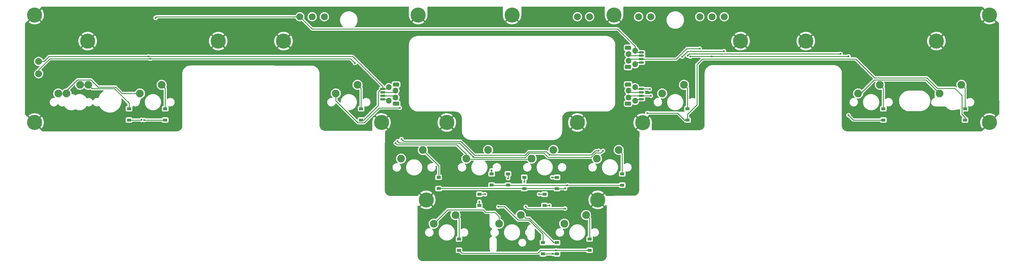
<source format=gbl>
G04 #@! TF.GenerationSoftware,KiCad,Pcbnew,(6.0.10-0)*
G04 #@! TF.CreationDate,2023-02-21T06:01:41+09:00*
G04 #@! TF.ProjectId,Sandy_Middle,53616e64-795f-44d6-9964-646c652e6b69,v.0*
G04 #@! TF.SameCoordinates,Original*
G04 #@! TF.FileFunction,Copper,L2,Bot*
G04 #@! TF.FilePolarity,Positive*
%FSLAX46Y46*%
G04 Gerber Fmt 4.6, Leading zero omitted, Abs format (unit mm)*
G04 Created by KiCad (PCBNEW (6.0.10-0)) date 2023-02-21 06:01:41*
%MOMM*%
%LPD*%
G01*
G04 APERTURE LIST*
G04 Aperture macros list*
%AMRoundRect*
0 Rectangle with rounded corners*
0 $1 Rounding radius*
0 $2 $3 $4 $5 $6 $7 $8 $9 X,Y pos of 4 corners*
0 Add a 4 corners polygon primitive as box body*
4,1,4,$2,$3,$4,$5,$6,$7,$8,$9,$2,$3,0*
0 Add four circle primitives for the rounded corners*
1,1,$1+$1,$2,$3*
1,1,$1+$1,$4,$5*
1,1,$1+$1,$6,$7*
1,1,$1+$1,$8,$9*
0 Add four rect primitives between the rounded corners*
20,1,$1+$1,$2,$3,$4,$5,0*
20,1,$1+$1,$4,$5,$6,$7,0*
20,1,$1+$1,$6,$7,$8,$9,0*
20,1,$1+$1,$8,$9,$2,$3,0*%
G04 Aperture macros list end*
G04 #@! TA.AperFunction,ComponentPad*
%ADD10C,4.400000*%
G04 #@! TD*
G04 #@! TA.AperFunction,ComponentPad*
%ADD11C,2.250000*%
G04 #@! TD*
G04 #@! TA.AperFunction,SMDPad,CuDef*
%ADD12RoundRect,0.150000X0.625000X-0.150000X0.625000X0.150000X-0.625000X0.150000X-0.625000X-0.150000X0*%
G04 #@! TD*
G04 #@! TA.AperFunction,ComponentPad*
%ADD13O,1.700000X1.700000*%
G04 #@! TD*
G04 #@! TA.AperFunction,SMDPad,CuDef*
%ADD14RoundRect,0.250000X0.650000X-0.350000X0.650000X0.350000X-0.650000X0.350000X-0.650000X-0.350000X0*%
G04 #@! TD*
G04 #@! TA.AperFunction,SMDPad,CuDef*
%ADD15R,1.200000X0.900000*%
G04 #@! TD*
G04 #@! TA.AperFunction,ComponentPad*
%ADD16C,2.000000*%
G04 #@! TD*
G04 #@! TA.AperFunction,SMDPad,CuDef*
%ADD17RoundRect,0.150000X-0.625000X0.150000X-0.625000X-0.150000X0.625000X-0.150000X0.625000X0.150000X0*%
G04 #@! TD*
G04 #@! TA.AperFunction,SMDPad,CuDef*
%ADD18RoundRect,0.250000X-0.650000X0.350000X-0.650000X-0.350000X0.650000X-0.350000X0.650000X0.350000X0*%
G04 #@! TD*
G04 #@! TA.AperFunction,ViaPad*
%ADD19C,0.600000*%
G04 #@! TD*
G04 #@! TA.AperFunction,Conductor*
%ADD20C,0.254000*%
G04 #@! TD*
G04 APERTURE END LIST*
D10*
X193699060Y-24133530D03*
D11*
X179173435Y-85185280D03*
X185523435Y-82645280D03*
X207748435Y-47085280D03*
X214098435Y-44545280D03*
X188698435Y-66135280D03*
X195048435Y-63595280D03*
X131548435Y-66160320D03*
X137898435Y-63620320D03*
X169648435Y-66135280D03*
X175998435Y-63595280D03*
X150598435Y-66135280D03*
X156948435Y-63595280D03*
X33917185Y-47085280D03*
X40267185Y-44545280D03*
X264898435Y-47085280D03*
X271248435Y-44545280D03*
D10*
X144883435Y-55578405D03*
X40108435Y-31765905D03*
X136549060Y-24133530D03*
D11*
X112498435Y-47085280D03*
X118848435Y-44545280D03*
D10*
X97258435Y-31765905D03*
D11*
X141073435Y-85185280D03*
X147423435Y-82645280D03*
D10*
X182983435Y-55578405D03*
X230608435Y-31765905D03*
D11*
X160123435Y-85185280D03*
X166473435Y-82645280D03*
X31535935Y-47085280D03*
X37885935Y-44545280D03*
X55348435Y-47085280D03*
X61698435Y-44545280D03*
X288710935Y-47085280D03*
X295060935Y-44545280D03*
D10*
X287758435Y-31765905D03*
X78208435Y-31765905D03*
D12*
X201652185Y-48744030D03*
D13*
X199852185Y-49244030D03*
D12*
X201652185Y-47744030D03*
D13*
X197952185Y-48244030D03*
D12*
X201652185Y-46744030D03*
D13*
X197952185Y-46244030D03*
X199852185Y-45244030D03*
D12*
X201652185Y-45744030D03*
D14*
X197777185Y-44444030D03*
X197777185Y-50044030D03*
D15*
X52158435Y-54847155D03*
X52158435Y-51547155D03*
D16*
X182983435Y-24622155D03*
D10*
X303236560Y-24133530D03*
D16*
X102020935Y-24622155D03*
D15*
X215130310Y-54847155D03*
X215130310Y-51547155D03*
X296092810Y-54847155D03*
X296092810Y-51547155D03*
X173417810Y-79850280D03*
X173417810Y-76550280D03*
D10*
X202033435Y-55625280D03*
D15*
X186555310Y-92947155D03*
X186555310Y-89647155D03*
D10*
X303236560Y-55587780D03*
X138930310Y-78200280D03*
D15*
X177030310Y-93997155D03*
X177030310Y-90697155D03*
X167505310Y-74901280D03*
X167505310Y-71601280D03*
X154408435Y-79850280D03*
X154408435Y-76550280D03*
X196080310Y-73897155D03*
X196080310Y-70597155D03*
X119880310Y-54847155D03*
X119880310Y-51547155D03*
D16*
X25820935Y-41290905D03*
D10*
X249658435Y-31765905D03*
D15*
X142502185Y-74897280D03*
X142502185Y-71597280D03*
D10*
X188936560Y-78200280D03*
D15*
X148455310Y-92947155D03*
X148455310Y-89647155D03*
D16*
X105592810Y-24622155D03*
D10*
X24630310Y-55587780D03*
D16*
X25820935Y-37719030D03*
X218702185Y-24622155D03*
D15*
X272280310Y-54847155D03*
X272280310Y-51547155D03*
X162742810Y-73880280D03*
X162742810Y-70580280D03*
D10*
X163933435Y-24133530D03*
X125833435Y-55578405D03*
X24630310Y-24133530D03*
D17*
X126214685Y-45744030D03*
D13*
X128014685Y-45244030D03*
X129914685Y-46244030D03*
D17*
X126214685Y-46744030D03*
D13*
X129914685Y-48244030D03*
D17*
X126214685Y-47744030D03*
D13*
X128014685Y-49244030D03*
D17*
X126214685Y-48744030D03*
D18*
X130089685Y-50044030D03*
X130089685Y-44444030D03*
D15*
X157980310Y-73880280D03*
X157980310Y-70580280D03*
D12*
X201652185Y-38028405D03*
D13*
X199852185Y-38528405D03*
X197952185Y-37528405D03*
D12*
X201652185Y-37028405D03*
X201652185Y-36028405D03*
D13*
X197952185Y-35528405D03*
D12*
X201652185Y-35028405D03*
D13*
X199852185Y-34528405D03*
D14*
X197777185Y-33728405D03*
X197777185Y-39328405D03*
D16*
X186555310Y-24622155D03*
X204414685Y-24622155D03*
X225845935Y-24622155D03*
D15*
X62730310Y-54847155D03*
X62730310Y-51547155D03*
X177030310Y-74901280D03*
X177030310Y-71601280D03*
D16*
X109164685Y-24622155D03*
X200842810Y-24622155D03*
D15*
X172949060Y-93997155D03*
X172949060Y-90697155D03*
D16*
X222274060Y-24622155D03*
D19*
X171807435Y-76549280D03*
X167489435Y-72866280D03*
X159933435Y-80225280D03*
X156059435Y-76549280D03*
X259784035Y-35499180D03*
X215183808Y-35991355D03*
X131675435Y-60420280D03*
X55817231Y-54798131D03*
X262104435Y-53435280D03*
X189206433Y-63849282D03*
X174855435Y-79851280D03*
X57841090Y-36263830D03*
X174913635Y-65050480D03*
X58396435Y-36893530D03*
X152630435Y-65627280D03*
X130532435Y-61055280D03*
X118086435Y-38163530D03*
X154408435Y-78708280D03*
X56618435Y-54847155D03*
X190476435Y-63849280D03*
X203430435Y-52800280D03*
X162790435Y-71850280D03*
X179426669Y-74897514D03*
X180062435Y-73897155D03*
X157964435Y-69564280D03*
X175617435Y-71596280D03*
X176755135Y-92947155D03*
X175793310Y-93997155D03*
X59920435Y-24955530D03*
X131167435Y-51276280D03*
X129964839Y-61622876D03*
X218702185Y-33972530D03*
X204470185Y-47744030D03*
X222226435Y-36226780D03*
X262117660Y-36213555D03*
X215931935Y-36282280D03*
X213590435Y-36290280D03*
X167933435Y-80225280D03*
X225782435Y-34702780D03*
X179420467Y-80745716D03*
X204136685Y-45854780D03*
X199652185Y-59150280D03*
X118086435Y-35369530D03*
X293092435Y-44513530D03*
X22249060Y-40100280D03*
X273280435Y-44259530D03*
X54840435Y-51117530D03*
X199652185Y-75819030D03*
X78208435Y-35369530D03*
X55856435Y-37909530D03*
X204192435Y-50609530D03*
X159996435Y-75914280D03*
X211558435Y-22240905D03*
X227052435Y-34448780D03*
X230608435Y-22240905D03*
X304427185Y-52006530D03*
X40108435Y-22240905D03*
X132977185Y-41290905D03*
X97258435Y-22240905D03*
X217908435Y-37242780D03*
X173458435Y-29384655D03*
X205605310Y-56769030D03*
X167108435Y-67373530D03*
X299664685Y-22240905D03*
X66302185Y-56769030D03*
X118848435Y-27241530D03*
X268708435Y-22240905D03*
X304427185Y-28194030D03*
X240006435Y-38068280D03*
X200890435Y-41719530D03*
X190127185Y-94869030D03*
X150836560Y-61531530D03*
X286234435Y-46291530D03*
X148820435Y-73882280D03*
X78208435Y-23431530D03*
X136549060Y-53197155D03*
X97258435Y-35369530D03*
X163806435Y-27241530D03*
X223464685Y-38068280D03*
X268708435Y-30575280D03*
X149328435Y-82010280D03*
X218702185Y-40100280D03*
X122261560Y-56769030D03*
X177030310Y-61531530D03*
X203176435Y-35877530D03*
X66302185Y-41290905D03*
X148820435Y-75914280D03*
X47252185Y-56769030D03*
X190984435Y-80740280D03*
X140120935Y-22240905D03*
X163933435Y-61531530D03*
X57634435Y-52133530D03*
X137739685Y-81772155D03*
X191746435Y-76422280D03*
X173458435Y-95472280D03*
X176506435Y-76676280D03*
X41632435Y-47974280D03*
X105592810Y-37909530D03*
X216638435Y-47815530D03*
X132977185Y-49625280D03*
X147042435Y-62801530D03*
X305617810Y-40100280D03*
X284710435Y-41465530D03*
X213590435Y-51879530D03*
X185142435Y-62706280D03*
X268708435Y-52895530D03*
X194952185Y-49625280D03*
X132977185Y-32956530D03*
X28202185Y-56769030D03*
X128214685Y-59150280D03*
X69874060Y-37909530D03*
X172442435Y-65595530D03*
X287758435Y-22240905D03*
X191317810Y-53197155D03*
X179411560Y-53197155D03*
X110974435Y-35369530D03*
X136549060Y-29384655D03*
X194889685Y-32956530D03*
X23439685Y-52006530D03*
X132977185Y-22240905D03*
X269216435Y-45529530D03*
X41632435Y-51276280D03*
X281805310Y-56769030D03*
X109164685Y-56769030D03*
X194952185Y-41290905D03*
X159996435Y-92932280D03*
X23439685Y-28194030D03*
X128214685Y-75819030D03*
X152884435Y-79565530D03*
X257532435Y-34448780D03*
X183999435Y-71596280D03*
X59158435Y-30575280D03*
X119864435Y-53149530D03*
X256802185Y-38068280D03*
X218702185Y-56769030D03*
X249658435Y-23431530D03*
X299664685Y-56769030D03*
X204954435Y-53911530D03*
X29440435Y-37909530D03*
X151233435Y-76422280D03*
X268200435Y-42735530D03*
X192000435Y-63722280D03*
X59158435Y-22240905D03*
X198858435Y-56705530D03*
X190127185Y-22240905D03*
X187682435Y-84931280D03*
X294108435Y-52228780D03*
X137739685Y-94869030D03*
X136628435Y-27241530D03*
X270232435Y-41465530D03*
X157964435Y-67373530D03*
X204446435Y-44005530D03*
X126722435Y-44005530D03*
X209272435Y-45783530D03*
X88924060Y-37909530D03*
X107418435Y-27241530D03*
X191317810Y-29384655D03*
X135358435Y-75819030D03*
X182545122Y-76009544D03*
X261564685Y-56769030D03*
X113514435Y-27241530D03*
X40108435Y-35369530D03*
X193778435Y-27241530D03*
X154408435Y-29384655D03*
X109164685Y-40100280D03*
X152630435Y-70961280D03*
X197270935Y-22240905D03*
X160361560Y-22240905D03*
X154408435Y-95472280D03*
X183918549Y-80468580D03*
X174982435Y-91916280D03*
X116308435Y-22240905D03*
X240260435Y-34448780D03*
X203176435Y-38163530D03*
X195048435Y-65595530D03*
X28202185Y-22240905D03*
X167505310Y-22240905D03*
X261564685Y-41290905D03*
X214098435Y-46545530D03*
X211558435Y-35877530D03*
X148455310Y-53197155D03*
D20*
X196080310Y-70597155D02*
X196080310Y-64627155D01*
X196080310Y-64627155D02*
X195048435Y-63595280D01*
X166473435Y-82645280D02*
X166981435Y-82645280D01*
X166981435Y-82645280D02*
X167870435Y-83534280D01*
X168953426Y-83534280D02*
X176116301Y-90697155D01*
X176116301Y-90697155D02*
X177030310Y-90697155D01*
X167870435Y-83534280D02*
X168953426Y-83534280D01*
X186555310Y-89647155D02*
X186555310Y-83677155D01*
X186555310Y-83677155D02*
X185523435Y-82645280D01*
X171808435Y-76550280D02*
X171807435Y-76549280D01*
X173417810Y-76550280D02*
X171808435Y-76550280D01*
X167505310Y-72850405D02*
X167489435Y-72866280D01*
X167505310Y-71601280D02*
X167505310Y-72850405D01*
X168867098Y-84100480D02*
X165642635Y-84100480D01*
X172949060Y-90697155D02*
X172949060Y-88182442D01*
X165642635Y-84100480D02*
X161767435Y-80225280D01*
X161767435Y-80225280D02*
X159933435Y-80225280D01*
X172949060Y-88182442D02*
X168867098Y-84100480D01*
X154408435Y-76550280D02*
X156058435Y-76550280D01*
X156058435Y-76550280D02*
X156059435Y-76549280D01*
X127514685Y-45744030D02*
X128014685Y-45244030D01*
X215710383Y-35464780D02*
X259749635Y-35464780D01*
X120611560Y-54847155D02*
X119880310Y-54847155D01*
X131675435Y-60420280D02*
X132310435Y-61055280D01*
X52158435Y-54847155D02*
X55768207Y-54847155D01*
X117456735Y-36263830D02*
X57841090Y-36263830D01*
X55768207Y-54847155D02*
X55817231Y-54798131D01*
X126214685Y-45021780D02*
X117456735Y-36263830D01*
X263516310Y-54847155D02*
X262104435Y-53435280D01*
X124944435Y-46560175D02*
X124944435Y-50514280D01*
X28831885Y-36263830D02*
X27376685Y-37719030D01*
X148947435Y-61055280D02*
X153016735Y-65124580D01*
X173966435Y-64103280D02*
X174913635Y-65050480D01*
X272280310Y-54847155D02*
X263516310Y-54847155D01*
X126214685Y-45744030D02*
X126214685Y-45021780D01*
X167738135Y-65124580D02*
X168759435Y-64103280D01*
X188280597Y-63849282D02*
X189206433Y-63849282D01*
X259749635Y-35464780D02*
X259784035Y-35499180D01*
X173417810Y-79850280D02*
X174854435Y-79850280D01*
X126214685Y-45744030D02*
X125760580Y-45744030D01*
X215183808Y-35991355D02*
X215710383Y-35464780D01*
X187079399Y-65050480D02*
X188280597Y-63849282D01*
X168759435Y-64103280D02*
X173966435Y-64103280D01*
X57841090Y-36263830D02*
X28831885Y-36263830D01*
X27376685Y-37719030D02*
X25820935Y-37719030D01*
X132310435Y-61055280D02*
X148947435Y-61055280D01*
X124944435Y-50514280D02*
X120611560Y-54847155D01*
X174854435Y-79850280D02*
X174855435Y-79851280D01*
X153016735Y-65124580D02*
X167738135Y-65124580D01*
X126214685Y-45744030D02*
X127514685Y-45744030D01*
X125760580Y-45744030D02*
X124944435Y-46560175D01*
X174913635Y-65050480D02*
X187079399Y-65050480D01*
X52158435Y-51547155D02*
X52158435Y-49918939D01*
X41392185Y-45670280D02*
X40267185Y-44545280D01*
X47909776Y-45670280D02*
X41392185Y-45670280D01*
X37885935Y-44545280D02*
X40267185Y-44545280D01*
X52158435Y-49918939D02*
X47909776Y-45670280D01*
X148566435Y-61563280D02*
X152757435Y-65754280D01*
X29067372Y-36893530D02*
X25820935Y-40139967D01*
X129414685Y-47744030D02*
X126214685Y-47744030D01*
X284964435Y-42481530D02*
X288012435Y-45529530D01*
X129914685Y-48244030D02*
X129414685Y-47744030D01*
X130532435Y-61055280D02*
X131040435Y-61563280D01*
X215130310Y-54847155D02*
X214272060Y-54847155D01*
X215114435Y-53181280D02*
X217890436Y-50405279D01*
X25820935Y-40139967D02*
X25820935Y-41290905D01*
X264231685Y-36988780D02*
X269724435Y-42481530D01*
X217890436Y-50405279D02*
X217890436Y-38594279D01*
X152757435Y-65754280D02*
X167754307Y-65754280D01*
X212225185Y-52800280D02*
X203430435Y-52800280D01*
X293092435Y-45529530D02*
X295162610Y-47599705D01*
X189846733Y-64478982D02*
X190476435Y-63849280D01*
X62730310Y-54847155D02*
X56618435Y-54847155D01*
X131040435Y-61563280D02*
X148566435Y-61563280D01*
X168948606Y-64559981D02*
X173280136Y-64559981D01*
X217890436Y-38594279D02*
X219495935Y-36988780D01*
X296092810Y-54117905D02*
X296092810Y-54847155D01*
X173280136Y-64559981D02*
X174474435Y-65754280D01*
X154408435Y-79850280D02*
X154408435Y-78708280D01*
X295162610Y-53187705D02*
X296092810Y-54117905D01*
X187021471Y-65754280D02*
X188296769Y-64478982D01*
X215114435Y-54831280D02*
X215114435Y-53181280D01*
X167754307Y-65754280D02*
X168948606Y-64559981D01*
X219495935Y-36988780D02*
X264231685Y-36988780D01*
X188296769Y-64478982D02*
X189846733Y-64478982D01*
X118086435Y-38163530D02*
X116816435Y-36893530D01*
X174474435Y-65754280D02*
X187021471Y-65754280D01*
X215130310Y-54847155D02*
X215114435Y-54831280D01*
X269724435Y-42481530D02*
X284964435Y-42481530D01*
X58396435Y-36893530D02*
X29067372Y-36893530D01*
X116816435Y-36893530D02*
X58396435Y-36893530D01*
X288012435Y-45529530D02*
X293092435Y-45529530D01*
X214272060Y-54847155D02*
X212225185Y-52800280D01*
X295162610Y-47599705D02*
X295162610Y-53187705D01*
X162742810Y-71802655D02*
X162790435Y-71850280D01*
X162742810Y-70580280D02*
X162742810Y-71802655D01*
X62730310Y-51547155D02*
X62730310Y-45577155D01*
X62730310Y-45577155D02*
X61698435Y-44545280D01*
X119880310Y-51547155D02*
X119880310Y-45577155D01*
X119880310Y-45577155D02*
X118848435Y-44545280D01*
X215130310Y-45577155D02*
X214098435Y-44545280D01*
X215130310Y-51547155D02*
X215130310Y-45577155D01*
X272280310Y-51547155D02*
X272280310Y-45577155D01*
X272280310Y-45577155D02*
X271248435Y-44545280D01*
X296092810Y-51547155D02*
X296092810Y-45577155D01*
X296092810Y-45577155D02*
X295060935Y-44545280D01*
X197952185Y-35528405D02*
X198452185Y-36028405D01*
X179422903Y-74901280D02*
X179426669Y-74897514D01*
X198452185Y-36028405D02*
X201652185Y-36028405D01*
X177026310Y-74897280D02*
X177030310Y-74901280D01*
X177030310Y-74901280D02*
X179422903Y-74901280D01*
X142502185Y-74897280D02*
X177026310Y-74897280D01*
X142502185Y-68224070D02*
X137898435Y-63620320D01*
X142502185Y-71597280D02*
X142502185Y-68224070D01*
X200352185Y-38028405D02*
X199852185Y-38528405D01*
X201652185Y-38028405D02*
X200352185Y-38028405D01*
X157980310Y-73897155D02*
X196080310Y-73897155D01*
X157964435Y-69564280D02*
X157964435Y-70581280D01*
X177030310Y-71601280D02*
X175622435Y-71601280D01*
X175622435Y-71601280D02*
X175617435Y-71596280D01*
X148455310Y-92947155D02*
X149310435Y-93802280D01*
X149310435Y-93802280D02*
X171433535Y-93802280D01*
X171433535Y-93802280D02*
X172288660Y-92947155D01*
X172288660Y-92947155D02*
X186555310Y-92947155D01*
X201652185Y-48744030D02*
X200352185Y-48744030D01*
X200352185Y-48744030D02*
X199852185Y-49244030D01*
X175793310Y-93997155D02*
X177030310Y-93997155D01*
X172949060Y-93997155D02*
X175793310Y-93997155D01*
X198452185Y-46744030D02*
X201652185Y-46744030D01*
X197952185Y-46244030D02*
X198452185Y-46744030D01*
X148455310Y-83677155D02*
X147423435Y-82645280D01*
X148455310Y-89647155D02*
X148455310Y-83677155D01*
X201652185Y-35028405D02*
X200352185Y-35028405D01*
X43156435Y-45180280D02*
X48236435Y-45180280D01*
X41066235Y-43090080D02*
X43156435Y-45180280D01*
X105592810Y-28194030D02*
X194719891Y-28194030D01*
X194719891Y-28194030D02*
X199852185Y-33326324D01*
X200352185Y-35028405D02*
X199852185Y-34528405D01*
X50141435Y-47085280D02*
X55348435Y-47085280D01*
X199852185Y-33326324D02*
X199852185Y-34528405D01*
X48236435Y-45180280D02*
X50141435Y-47085280D01*
X33917185Y-46291530D02*
X37118635Y-43090080D01*
X59920435Y-24955530D02*
X60253810Y-24622155D01*
X37118635Y-43090080D02*
X41066235Y-43090080D01*
X31535935Y-47085280D02*
X33917185Y-47085280D01*
X60253810Y-24622155D02*
X102020935Y-24622155D01*
X33917185Y-47085280D02*
X33917185Y-46291530D01*
X102020935Y-24622155D02*
X105592810Y-28194030D01*
X129914685Y-46244030D02*
X129414685Y-46744030D01*
X129414685Y-46744030D02*
X126214685Y-46744030D01*
X125161585Y-51276280D02*
X131167435Y-51276280D01*
X120810510Y-55627355D02*
X125161585Y-51276280D01*
X112498435Y-49168241D02*
X118957549Y-55627355D01*
X118957549Y-55627355D02*
X120810510Y-55627355D01*
X112498435Y-47085280D02*
X112498435Y-49168241D01*
X169497033Y-66286682D02*
X150749837Y-66286682D01*
X156278435Y-81848280D02*
X158864898Y-81848280D01*
X155528435Y-81098280D02*
X156278435Y-81848280D01*
X147804435Y-62071280D02*
X130413243Y-62071280D01*
X158864898Y-81848280D02*
X160123435Y-83106817D01*
X127514685Y-48744030D02*
X128014685Y-49244030D01*
X150598435Y-66135280D02*
X150598435Y-64865280D01*
X150749837Y-66286682D02*
X150598435Y-66135280D01*
X145160435Y-81098280D02*
X155528435Y-81098280D01*
X160123435Y-83106817D02*
X160123435Y-85185280D01*
X150598435Y-64865280D02*
X147804435Y-62071280D01*
X141073435Y-85185280D02*
X145160435Y-81098280D01*
X169648435Y-66135280D02*
X169497033Y-66286682D01*
X126214685Y-48744030D02*
X127514685Y-48744030D01*
X130413243Y-62071280D02*
X129964839Y-61622876D01*
X198452185Y-37028405D02*
X201652185Y-37028405D01*
X201652185Y-37028405D02*
X211836310Y-37028405D01*
X197952185Y-37528405D02*
X198452185Y-37028405D01*
X211836310Y-37028405D02*
X214892185Y-33972530D01*
X214892185Y-33972530D02*
X218702185Y-33972530D01*
X197952185Y-48244030D02*
X198452185Y-47744030D01*
X198452185Y-47744030D02*
X201652185Y-47744030D01*
X262104435Y-36226780D02*
X262117660Y-36213555D01*
X222226435Y-36226780D02*
X215987435Y-36226780D01*
X222226435Y-36226780D02*
X262104435Y-36226780D01*
X215987435Y-36226780D02*
X215931935Y-36282280D01*
X269655635Y-43090080D02*
X265660435Y-47085280D01*
X284715735Y-43090080D02*
X269655635Y-43090080D01*
X288710935Y-47085280D02*
X284715735Y-43090080D01*
X201652185Y-47744030D02*
X204470185Y-47744030D01*
X265660435Y-47085280D02*
X264898435Y-47085280D01*
X168453871Y-80745716D02*
X179420467Y-80745716D01*
X201652185Y-45744030D02*
X204025935Y-45744030D01*
X201652185Y-45744030D02*
X200352185Y-45744030D01*
X204025935Y-45744030D02*
X204136685Y-45854780D01*
X213590435Y-36290280D02*
X215177935Y-34702780D01*
X200352185Y-45744030D02*
X199852185Y-45244030D01*
X215177935Y-34702780D02*
X225782435Y-34702780D01*
X167933435Y-80225280D02*
X168453871Y-80745716D01*
G04 #@! TA.AperFunction,Conductor*
G36*
X133789256Y-21726342D02*
G01*
X133835749Y-21779998D01*
X133847135Y-21832340D01*
X133847135Y-23947064D01*
X133846820Y-23955963D01*
X133836527Y-24101332D01*
X133836448Y-24108913D01*
X133852305Y-24427444D01*
X133853136Y-24434973D01*
X133907145Y-24749289D01*
X133908878Y-24756676D01*
X134000256Y-25062225D01*
X134002859Y-25069338D01*
X134130287Y-25361703D01*
X134133729Y-25368459D01*
X134295356Y-25643395D01*
X134299579Y-25649680D01*
X134450523Y-25847464D01*
X134462049Y-25855926D01*
X134474114Y-25849265D01*
X136150095Y-24173285D01*
X136212407Y-24139259D01*
X136239190Y-24136380D01*
X136858930Y-24136380D01*
X136927051Y-24156382D01*
X136948025Y-24173285D01*
X138622345Y-25847604D01*
X138635468Y-25854770D01*
X138645769Y-25847381D01*
X138749811Y-25719585D01*
X138754224Y-25713444D01*
X138924409Y-25443717D01*
X138928065Y-25437066D01*
X139064604Y-25148865D01*
X139067435Y-25141825D01*
X139168366Y-24839297D01*
X139170330Y-24831963D01*
X139234182Y-24519519D01*
X139235254Y-24511995D01*
X139261233Y-24192581D01*
X139261438Y-24188106D01*
X139261587Y-24173929D01*
X139264459Y-24148467D01*
X139267088Y-24136380D01*
X139270035Y-24136380D01*
X139270035Y-21832340D01*
X139290037Y-21764219D01*
X139343693Y-21717726D01*
X139396035Y-21706340D01*
X161102335Y-21706340D01*
X161170456Y-21726342D01*
X161216949Y-21779998D01*
X161228335Y-21832340D01*
X161228335Y-23991906D01*
X161228020Y-24000805D01*
X161220902Y-24101332D01*
X161220823Y-24108913D01*
X161236680Y-24427444D01*
X161237511Y-24434973D01*
X161291520Y-24749289D01*
X161293253Y-24756676D01*
X161384631Y-25062225D01*
X161387234Y-25069338D01*
X161514662Y-25361703D01*
X161518104Y-25368459D01*
X161679731Y-25643395D01*
X161683954Y-25649680D01*
X161834898Y-25847464D01*
X161846424Y-25855926D01*
X161858489Y-25849265D01*
X163585270Y-24122485D01*
X163647582Y-24088459D01*
X163674365Y-24085580D01*
X164192505Y-24085580D01*
X164260626Y-24105582D01*
X164281600Y-24122485D01*
X166006720Y-25847604D01*
X166019843Y-25854770D01*
X166030144Y-25847381D01*
X166134186Y-25719585D01*
X166138599Y-25713444D01*
X166308784Y-25443717D01*
X166312440Y-25437066D01*
X166448979Y-25148865D01*
X166451810Y-25141825D01*
X166552741Y-24839297D01*
X166554705Y-24831963D01*
X166604376Y-24588909D01*
X181623093Y-24588909D01*
X181623390Y-24594061D01*
X181623390Y-24594065D01*
X181625010Y-24622155D01*
X181635930Y-24811535D01*
X181637065Y-24816572D01*
X181637066Y-24816578D01*
X181668522Y-24956159D01*
X181684954Y-25029074D01*
X181768851Y-25235686D01*
X181885365Y-25425820D01*
X181888745Y-25429722D01*
X182027985Y-25590465D01*
X182027989Y-25590469D01*
X182031370Y-25594372D01*
X182202942Y-25736815D01*
X182395475Y-25849322D01*
X182400300Y-25851164D01*
X182400301Y-25851165D01*
X182441146Y-25866762D01*
X182603798Y-25928873D01*
X182608864Y-25929904D01*
X182608865Y-25929904D01*
X182661273Y-25940566D01*
X182822317Y-25973331D01*
X182948308Y-25977951D01*
X183039999Y-25981313D01*
X183040003Y-25981313D01*
X183045163Y-25981502D01*
X183050283Y-25980846D01*
X183050285Y-25980846D01*
X183120154Y-25971895D01*
X183266350Y-25953167D01*
X183271298Y-25951682D01*
X183271305Y-25951681D01*
X183474997Y-25890570D01*
X183479940Y-25889087D01*
X183538482Y-25860408D01*
X183611338Y-25824716D01*
X183680196Y-25790983D01*
X183861740Y-25661489D01*
X183873591Y-25649680D01*
X183941846Y-25581663D01*
X184019697Y-25504083D01*
X184026754Y-25494263D01*
X184063074Y-25443717D01*
X184149824Y-25322992D01*
X184169481Y-25283220D01*
X184246332Y-25127722D01*
X184246333Y-25127720D01*
X184248626Y-25123080D01*
X184267115Y-25062225D01*
X184311948Y-24914667D01*
X184311949Y-24914661D01*
X184313452Y-24909715D01*
X184326377Y-24811535D01*
X184342121Y-24691949D01*
X184342121Y-24691943D01*
X184342558Y-24688627D01*
X184344183Y-24622155D01*
X184341450Y-24588909D01*
X185194968Y-24588909D01*
X185195265Y-24594061D01*
X185195265Y-24594065D01*
X185196885Y-24622155D01*
X185207805Y-24811535D01*
X185208940Y-24816572D01*
X185208941Y-24816578D01*
X185240397Y-24956159D01*
X185256829Y-25029074D01*
X185340726Y-25235686D01*
X185457240Y-25425820D01*
X185460620Y-25429722D01*
X185599860Y-25590465D01*
X185599864Y-25590469D01*
X185603245Y-25594372D01*
X185774817Y-25736815D01*
X185967350Y-25849322D01*
X185972175Y-25851164D01*
X185972176Y-25851165D01*
X186013021Y-25866762D01*
X186175673Y-25928873D01*
X186180739Y-25929904D01*
X186180740Y-25929904D01*
X186233148Y-25940566D01*
X186394192Y-25973331D01*
X186520183Y-25977951D01*
X186611874Y-25981313D01*
X186611878Y-25981313D01*
X186617038Y-25981502D01*
X186622158Y-25980846D01*
X186622160Y-25980846D01*
X186692029Y-25971895D01*
X186838225Y-25953167D01*
X186843173Y-25951682D01*
X186843180Y-25951681D01*
X187046872Y-25890570D01*
X187051815Y-25889087D01*
X187110357Y-25860408D01*
X187183213Y-25824716D01*
X187252071Y-25790983D01*
X187433615Y-25661489D01*
X187445466Y-25649680D01*
X187513721Y-25581663D01*
X187591572Y-25504083D01*
X187598629Y-25494263D01*
X187634949Y-25443717D01*
X187721699Y-25322992D01*
X187741356Y-25283220D01*
X187818207Y-25127722D01*
X187818208Y-25127720D01*
X187820501Y-25123080D01*
X187838990Y-25062225D01*
X187883823Y-24914667D01*
X187883824Y-24914661D01*
X187885327Y-24909715D01*
X187898252Y-24811535D01*
X187913996Y-24691949D01*
X187913996Y-24691943D01*
X187914433Y-24688627D01*
X187916058Y-24622155D01*
X187905856Y-24498069D01*
X187898210Y-24405061D01*
X187898209Y-24405055D01*
X187897786Y-24399910D01*
X187858492Y-24243475D01*
X187844720Y-24188644D01*
X187844719Y-24188640D01*
X187843461Y-24183633D01*
X187841404Y-24178903D01*
X187841402Y-24178896D01*
X187756602Y-23983869D01*
X187756600Y-23983866D01*
X187754542Y-23979132D01*
X187659712Y-23832547D01*
X187636227Y-23796244D01*
X187636225Y-23796241D01*
X187633417Y-23791901D01*
X187621716Y-23779041D01*
X187486816Y-23630789D01*
X187486814Y-23630788D01*
X187483338Y-23626967D01*
X187479287Y-23623768D01*
X187479283Y-23623764D01*
X187312394Y-23491964D01*
X187308336Y-23488759D01*
X187113112Y-23380989D01*
X186988267Y-23336779D01*
X186907779Y-23308277D01*
X186907776Y-23308276D01*
X186902907Y-23306552D01*
X186897818Y-23305645D01*
X186897816Y-23305645D01*
X186688457Y-23268352D01*
X186688451Y-23268351D01*
X186683368Y-23267446D01*
X186611067Y-23266563D01*
X186465559Y-23264785D01*
X186465557Y-23264785D01*
X186460389Y-23264722D01*
X186239960Y-23298452D01*
X186027999Y-23367732D01*
X185830200Y-23470699D01*
X185651874Y-23604590D01*
X185497810Y-23765809D01*
X185372147Y-23950025D01*
X185369973Y-23954709D01*
X185369971Y-23954712D01*
X185282519Y-24143110D01*
X185278257Y-24152291D01*
X185249114Y-24257379D01*
X185227785Y-24334291D01*
X185218665Y-24367176D01*
X185218117Y-24372304D01*
X185218116Y-24372309D01*
X185197650Y-24563814D01*
X185194968Y-24588909D01*
X184341450Y-24588909D01*
X184333981Y-24498069D01*
X184326335Y-24405061D01*
X184326334Y-24405055D01*
X184325911Y-24399910D01*
X184286617Y-24243475D01*
X184272845Y-24188644D01*
X184272844Y-24188640D01*
X184271586Y-24183633D01*
X184269529Y-24178903D01*
X184269527Y-24178896D01*
X184184727Y-23983869D01*
X184184725Y-23983866D01*
X184182667Y-23979132D01*
X184087837Y-23832547D01*
X184064352Y-23796244D01*
X184064350Y-23796241D01*
X184061542Y-23791901D01*
X184049841Y-23779041D01*
X183914941Y-23630789D01*
X183914939Y-23630788D01*
X183911463Y-23626967D01*
X183907412Y-23623768D01*
X183907408Y-23623764D01*
X183740519Y-23491964D01*
X183736461Y-23488759D01*
X183541237Y-23380989D01*
X183416392Y-23336779D01*
X183335904Y-23308277D01*
X183335901Y-23308276D01*
X183331032Y-23306552D01*
X183325943Y-23305645D01*
X183325941Y-23305645D01*
X183116582Y-23268352D01*
X183116576Y-23268351D01*
X183111493Y-23267446D01*
X183039192Y-23266563D01*
X182893684Y-23264785D01*
X182893682Y-23264785D01*
X182888514Y-23264722D01*
X182668085Y-23298452D01*
X182456124Y-23367732D01*
X182258325Y-23470699D01*
X182079999Y-23604590D01*
X181925935Y-23765809D01*
X181800272Y-23950025D01*
X181798098Y-23954709D01*
X181798096Y-23954712D01*
X181710644Y-24143110D01*
X181706382Y-24152291D01*
X181677239Y-24257379D01*
X181655910Y-24334291D01*
X181646790Y-24367176D01*
X181646242Y-24372304D01*
X181646241Y-24372309D01*
X181625775Y-24563814D01*
X181623093Y-24588909D01*
X166604376Y-24588909D01*
X166618557Y-24519519D01*
X166619629Y-24511995D01*
X166645608Y-24192581D01*
X166645813Y-24188106D01*
X166646362Y-24135750D01*
X166646251Y-24131299D01*
X166645582Y-24120204D01*
X166648233Y-24085834D01*
X166648288Y-24085580D01*
X166651235Y-24085580D01*
X166651235Y-21832340D01*
X166671237Y-21764219D01*
X166724893Y-21717726D01*
X166777235Y-21706340D01*
X190871135Y-21706340D01*
X190939256Y-21726342D01*
X190985749Y-21779998D01*
X190997135Y-21832340D01*
X190997135Y-23947064D01*
X190996820Y-23955963D01*
X190986527Y-24101332D01*
X190986448Y-24108913D01*
X191002305Y-24427444D01*
X191003136Y-24434973D01*
X191057145Y-24749289D01*
X191058878Y-24756676D01*
X191150256Y-25062225D01*
X191152859Y-25069338D01*
X191280287Y-25361703D01*
X191283729Y-25368459D01*
X191445356Y-25643395D01*
X191449579Y-25649680D01*
X191600523Y-25847464D01*
X191612049Y-25855926D01*
X191624114Y-25849265D01*
X193401695Y-24071685D01*
X193464007Y-24037659D01*
X193490790Y-24034780D01*
X193907330Y-24034780D01*
X193975451Y-24054782D01*
X193996425Y-24071685D01*
X195772345Y-25847604D01*
X195785468Y-25854770D01*
X195795769Y-25847381D01*
X195899811Y-25719585D01*
X195904224Y-25713444D01*
X196074409Y-25443717D01*
X196078065Y-25437066D01*
X196214604Y-25148865D01*
X196217435Y-25141825D01*
X196318366Y-24839297D01*
X196320330Y-24831963D01*
X196370001Y-24588909D01*
X199482468Y-24588909D01*
X199482765Y-24594061D01*
X199482765Y-24594065D01*
X199484385Y-24622155D01*
X199495305Y-24811535D01*
X199496440Y-24816572D01*
X199496441Y-24816578D01*
X199527897Y-24956159D01*
X199544329Y-25029074D01*
X199628226Y-25235686D01*
X199744740Y-25425820D01*
X199748120Y-25429722D01*
X199887360Y-25590465D01*
X199887364Y-25590469D01*
X199890745Y-25594372D01*
X200062317Y-25736815D01*
X200254850Y-25849322D01*
X200259675Y-25851164D01*
X200259676Y-25851165D01*
X200300521Y-25866762D01*
X200463173Y-25928873D01*
X200468239Y-25929904D01*
X200468240Y-25929904D01*
X200520648Y-25940566D01*
X200681692Y-25973331D01*
X200807683Y-25977951D01*
X200899374Y-25981313D01*
X200899378Y-25981313D01*
X200904538Y-25981502D01*
X200909658Y-25980846D01*
X200909660Y-25980846D01*
X200979529Y-25971895D01*
X201125725Y-25953167D01*
X201130673Y-25951682D01*
X201130680Y-25951681D01*
X201334372Y-25890570D01*
X201339315Y-25889087D01*
X201397857Y-25860408D01*
X201470713Y-25824716D01*
X201539571Y-25790983D01*
X201721115Y-25661489D01*
X201732966Y-25649680D01*
X201801221Y-25581663D01*
X201879072Y-25504083D01*
X201886129Y-25494263D01*
X201922449Y-25443717D01*
X202009199Y-25322992D01*
X202028856Y-25283220D01*
X202105707Y-25127722D01*
X202105708Y-25127720D01*
X202108001Y-25123080D01*
X202126490Y-25062225D01*
X202171323Y-24914667D01*
X202171324Y-24914661D01*
X202172827Y-24909715D01*
X202185752Y-24811535D01*
X202201496Y-24691949D01*
X202201496Y-24691943D01*
X202201933Y-24688627D01*
X202203558Y-24622155D01*
X202200825Y-24588909D01*
X203054343Y-24588909D01*
X203054640Y-24594061D01*
X203054640Y-24594065D01*
X203056260Y-24622155D01*
X203067180Y-24811535D01*
X203068315Y-24816572D01*
X203068316Y-24816578D01*
X203099772Y-24956159D01*
X203116204Y-25029074D01*
X203200101Y-25235686D01*
X203316615Y-25425820D01*
X203319995Y-25429722D01*
X203459235Y-25590465D01*
X203459239Y-25590469D01*
X203462620Y-25594372D01*
X203634192Y-25736815D01*
X203826725Y-25849322D01*
X203831550Y-25851164D01*
X203831551Y-25851165D01*
X203872396Y-25866762D01*
X204035048Y-25928873D01*
X204040114Y-25929904D01*
X204040115Y-25929904D01*
X204092523Y-25940566D01*
X204253567Y-25973331D01*
X204379558Y-25977951D01*
X204471249Y-25981313D01*
X204471253Y-25981313D01*
X204476413Y-25981502D01*
X204481533Y-25980846D01*
X204481535Y-25980846D01*
X204551404Y-25971895D01*
X204697600Y-25953167D01*
X204702548Y-25951682D01*
X204702555Y-25951681D01*
X204906247Y-25890570D01*
X204911190Y-25889087D01*
X204969732Y-25860408D01*
X205042588Y-25824716D01*
X205111446Y-25790983D01*
X205292990Y-25661489D01*
X205304841Y-25649680D01*
X205354454Y-25600240D01*
X208997281Y-25600240D01*
X209017476Y-25921238D01*
X209077744Y-26237173D01*
X209078971Y-26240949D01*
X209175544Y-26538169D01*
X209177134Y-26543064D01*
X209178821Y-26546649D01*
X209178823Y-26546654D01*
X209312391Y-26830499D01*
X209312395Y-26830506D01*
X209314079Y-26834085D01*
X209486418Y-27105649D01*
X209691434Y-27353471D01*
X209925894Y-27573643D01*
X210186100Y-27762694D01*
X210189569Y-27764601D01*
X210189572Y-27764603D01*
X210421544Y-27892130D01*
X210467949Y-27917641D01*
X210630541Y-27982016D01*
X210763312Y-28034584D01*
X210763315Y-28034585D01*
X210766995Y-28036042D01*
X210770829Y-28037026D01*
X210770837Y-28037029D01*
X210963852Y-28086586D01*
X211078523Y-28116029D01*
X211082451Y-28116525D01*
X211082455Y-28116526D01*
X211209034Y-28132516D01*
X211397619Y-28156340D01*
X211719251Y-28156340D01*
X211907836Y-28132516D01*
X212034415Y-28116526D01*
X212034419Y-28116525D01*
X212038347Y-28116029D01*
X212153018Y-28086586D01*
X212346033Y-28037029D01*
X212346041Y-28037026D01*
X212349875Y-28036042D01*
X212353555Y-28034585D01*
X212353558Y-28034584D01*
X212486329Y-27982016D01*
X212648921Y-27917641D01*
X212695326Y-27892130D01*
X212927298Y-27764603D01*
X212927301Y-27764601D01*
X212930770Y-27762694D01*
X213190976Y-27573643D01*
X213425436Y-27353471D01*
X213630452Y-27105649D01*
X213802791Y-26834085D01*
X213804475Y-26830506D01*
X213804479Y-26830499D01*
X213938047Y-26546654D01*
X213938049Y-26546649D01*
X213939736Y-26543064D01*
X213941327Y-26538169D01*
X214037899Y-26240949D01*
X214039126Y-26237173D01*
X214042411Y-26219953D01*
X301515263Y-26219953D01*
X301522787Y-26230384D01*
X301662043Y-26342550D01*
X301668217Y-26346938D01*
X301938831Y-26515708D01*
X301945491Y-26519324D01*
X302234412Y-26654357D01*
X302241465Y-26657150D01*
X302544530Y-26756500D01*
X302551842Y-26758418D01*
X302864652Y-26820639D01*
X302872150Y-26821667D01*
X303190170Y-26845858D01*
X303197733Y-26845976D01*
X303516345Y-26831787D01*
X303523886Y-26830995D01*
X303838484Y-26778631D01*
X303845862Y-26776941D01*
X304151915Y-26687155D01*
X304159010Y-26684601D01*
X304452056Y-26558699D01*
X304458823Y-26555295D01*
X304734602Y-26395110D01*
X304740909Y-26390920D01*
X304950865Y-26232419D01*
X304959321Y-26221026D01*
X304952605Y-26208786D01*
X303249370Y-24505550D01*
X303235429Y-24497938D01*
X303233594Y-24498069D01*
X303226980Y-24502320D01*
X301522378Y-26206923D01*
X301515263Y-26219953D01*
X214042411Y-26219953D01*
X214099394Y-25921238D01*
X214119589Y-25600240D01*
X214099394Y-25279242D01*
X214039126Y-24963307D01*
X213969587Y-24749289D01*
X213940962Y-24661189D01*
X213940962Y-24661188D01*
X213939736Y-24657416D01*
X213930127Y-24636996D01*
X213907499Y-24588909D01*
X217341843Y-24588909D01*
X217342140Y-24594061D01*
X217342140Y-24594065D01*
X217343760Y-24622155D01*
X217354680Y-24811535D01*
X217355815Y-24816572D01*
X217355816Y-24816578D01*
X217387272Y-24956159D01*
X217403704Y-25029074D01*
X217487601Y-25235686D01*
X217604115Y-25425820D01*
X217607495Y-25429722D01*
X217746735Y-25590465D01*
X217746739Y-25590469D01*
X217750120Y-25594372D01*
X217921692Y-25736815D01*
X218114225Y-25849322D01*
X218119050Y-25851164D01*
X218119051Y-25851165D01*
X218159896Y-25866762D01*
X218322548Y-25928873D01*
X218327614Y-25929904D01*
X218327615Y-25929904D01*
X218380023Y-25940566D01*
X218541067Y-25973331D01*
X218667058Y-25977951D01*
X218758749Y-25981313D01*
X218758753Y-25981313D01*
X218763913Y-25981502D01*
X218769033Y-25980846D01*
X218769035Y-25980846D01*
X218838904Y-25971895D01*
X218985100Y-25953167D01*
X218990048Y-25951682D01*
X218990055Y-25951681D01*
X219193747Y-25890570D01*
X219198690Y-25889087D01*
X219257232Y-25860408D01*
X219330088Y-25824716D01*
X219398946Y-25790983D01*
X219580490Y-25661489D01*
X219592341Y-25649680D01*
X219660596Y-25581663D01*
X219738447Y-25504083D01*
X219745504Y-25494263D01*
X219781824Y-25443717D01*
X219868574Y-25322992D01*
X219888231Y-25283220D01*
X219965082Y-25127722D01*
X219965083Y-25127720D01*
X219967376Y-25123080D01*
X219985865Y-25062225D01*
X220030698Y-24914667D01*
X220030699Y-24914661D01*
X220032202Y-24909715D01*
X220045127Y-24811535D01*
X220060871Y-24691949D01*
X220060871Y-24691943D01*
X220061308Y-24688627D01*
X220062933Y-24622155D01*
X220060200Y-24588909D01*
X220913718Y-24588909D01*
X220914015Y-24594061D01*
X220914015Y-24594065D01*
X220915635Y-24622155D01*
X220926555Y-24811535D01*
X220927690Y-24816572D01*
X220927691Y-24816578D01*
X220959147Y-24956159D01*
X220975579Y-25029074D01*
X221059476Y-25235686D01*
X221175990Y-25425820D01*
X221179370Y-25429722D01*
X221318610Y-25590465D01*
X221318614Y-25590469D01*
X221321995Y-25594372D01*
X221493567Y-25736815D01*
X221686100Y-25849322D01*
X221690925Y-25851164D01*
X221690926Y-25851165D01*
X221731771Y-25866762D01*
X221894423Y-25928873D01*
X221899489Y-25929904D01*
X221899490Y-25929904D01*
X221951898Y-25940566D01*
X222112942Y-25973331D01*
X222238933Y-25977951D01*
X222330624Y-25981313D01*
X222330628Y-25981313D01*
X222335788Y-25981502D01*
X222340908Y-25980846D01*
X222340910Y-25980846D01*
X222410779Y-25971895D01*
X222556975Y-25953167D01*
X222561923Y-25951682D01*
X222561930Y-25951681D01*
X222765622Y-25890570D01*
X222770565Y-25889087D01*
X222829107Y-25860408D01*
X222901963Y-25824716D01*
X222970821Y-25790983D01*
X223152365Y-25661489D01*
X223164216Y-25649680D01*
X223232471Y-25581663D01*
X223310322Y-25504083D01*
X223317379Y-25494263D01*
X223353699Y-25443717D01*
X223440449Y-25322992D01*
X223460106Y-25283220D01*
X223536957Y-25127722D01*
X223536958Y-25127720D01*
X223539251Y-25123080D01*
X223557740Y-25062225D01*
X223602573Y-24914667D01*
X223602574Y-24914661D01*
X223604077Y-24909715D01*
X223617002Y-24811535D01*
X223632746Y-24691949D01*
X223632746Y-24691943D01*
X223633183Y-24688627D01*
X223634808Y-24622155D01*
X223632075Y-24588909D01*
X224485593Y-24588909D01*
X224485890Y-24594061D01*
X224485890Y-24594065D01*
X224487510Y-24622155D01*
X224498430Y-24811535D01*
X224499565Y-24816572D01*
X224499566Y-24816578D01*
X224531022Y-24956159D01*
X224547454Y-25029074D01*
X224631351Y-25235686D01*
X224747865Y-25425820D01*
X224751245Y-25429722D01*
X224890485Y-25590465D01*
X224890489Y-25590469D01*
X224893870Y-25594372D01*
X225065442Y-25736815D01*
X225257975Y-25849322D01*
X225262800Y-25851164D01*
X225262801Y-25851165D01*
X225303646Y-25866762D01*
X225466298Y-25928873D01*
X225471364Y-25929904D01*
X225471365Y-25929904D01*
X225523773Y-25940566D01*
X225684817Y-25973331D01*
X225810808Y-25977951D01*
X225902499Y-25981313D01*
X225902503Y-25981313D01*
X225907663Y-25981502D01*
X225912783Y-25980846D01*
X225912785Y-25980846D01*
X225982654Y-25971895D01*
X226128850Y-25953167D01*
X226133798Y-25951682D01*
X226133805Y-25951681D01*
X226337497Y-25890570D01*
X226342440Y-25889087D01*
X226400982Y-25860408D01*
X226473838Y-25824716D01*
X226542696Y-25790983D01*
X226724240Y-25661489D01*
X226736091Y-25649680D01*
X226804346Y-25581663D01*
X226882197Y-25504083D01*
X226889254Y-25494263D01*
X226925574Y-25443717D01*
X227012324Y-25322992D01*
X227031981Y-25283220D01*
X227108832Y-25127722D01*
X227108833Y-25127720D01*
X227111126Y-25123080D01*
X227129615Y-25062225D01*
X227174448Y-24914667D01*
X227174449Y-24914661D01*
X227175952Y-24909715D01*
X227188877Y-24811535D01*
X227204621Y-24691949D01*
X227204621Y-24691943D01*
X227205058Y-24688627D01*
X227206683Y-24622155D01*
X227196481Y-24498069D01*
X227188835Y-24405061D01*
X227188834Y-24405055D01*
X227188411Y-24399910D01*
X227149117Y-24243475D01*
X227135345Y-24188644D01*
X227135344Y-24188640D01*
X227134086Y-24183633D01*
X227132029Y-24178903D01*
X227132027Y-24178896D01*
X227101598Y-24108913D01*
X300523948Y-24108913D01*
X300539805Y-24427444D01*
X300540636Y-24434973D01*
X300594645Y-24749289D01*
X300596378Y-24756676D01*
X300687756Y-25062225D01*
X300690359Y-25069338D01*
X300817787Y-25361703D01*
X300821229Y-25368459D01*
X300982856Y-25643395D01*
X300987079Y-25649680D01*
X301138023Y-25847464D01*
X301149549Y-25855926D01*
X301161614Y-25849265D01*
X302864540Y-24146340D01*
X302872152Y-24132399D01*
X302872021Y-24130564D01*
X302867770Y-24123950D01*
X301163005Y-22419186D01*
X301150070Y-22412122D01*
X301139509Y-22419782D01*
X301019326Y-22570602D01*
X301014970Y-22576800D01*
X300847619Y-22848294D01*
X300844039Y-22854970D01*
X300710516Y-23144604D01*
X300707766Y-23151655D01*
X300610004Y-23455238D01*
X300608121Y-23462571D01*
X300547539Y-23775700D01*
X300546552Y-23783200D01*
X300524027Y-24101332D01*
X300523948Y-24108913D01*
X227101598Y-24108913D01*
X227047227Y-23983869D01*
X227047225Y-23983866D01*
X227045167Y-23979132D01*
X226950337Y-23832547D01*
X226926852Y-23796244D01*
X226926850Y-23796241D01*
X226924042Y-23791901D01*
X226912341Y-23779041D01*
X226777441Y-23630789D01*
X226777439Y-23630788D01*
X226773963Y-23626967D01*
X226769912Y-23623768D01*
X226769908Y-23623764D01*
X226603019Y-23491964D01*
X226598961Y-23488759D01*
X226403737Y-23380989D01*
X226278892Y-23336779D01*
X226198404Y-23308277D01*
X226198401Y-23308276D01*
X226193532Y-23306552D01*
X226188443Y-23305645D01*
X226188441Y-23305645D01*
X225979082Y-23268352D01*
X225979076Y-23268351D01*
X225973993Y-23267446D01*
X225901692Y-23266563D01*
X225756184Y-23264785D01*
X225756182Y-23264785D01*
X225751014Y-23264722D01*
X225530585Y-23298452D01*
X225318624Y-23367732D01*
X225120825Y-23470699D01*
X224942499Y-23604590D01*
X224788435Y-23765809D01*
X224662772Y-23950025D01*
X224660598Y-23954709D01*
X224660596Y-23954712D01*
X224573144Y-24143110D01*
X224568882Y-24152291D01*
X224539739Y-24257379D01*
X224518410Y-24334291D01*
X224509290Y-24367176D01*
X224508742Y-24372304D01*
X224508741Y-24372309D01*
X224488275Y-24563814D01*
X224485593Y-24588909D01*
X223632075Y-24588909D01*
X223624606Y-24498069D01*
X223616960Y-24405061D01*
X223616959Y-24405055D01*
X223616536Y-24399910D01*
X223577242Y-24243475D01*
X223563470Y-24188644D01*
X223563469Y-24188640D01*
X223562211Y-24183633D01*
X223560154Y-24178903D01*
X223560152Y-24178896D01*
X223475352Y-23983869D01*
X223475350Y-23983866D01*
X223473292Y-23979132D01*
X223378462Y-23832547D01*
X223354977Y-23796244D01*
X223354975Y-23796241D01*
X223352167Y-23791901D01*
X223340466Y-23779041D01*
X223205566Y-23630789D01*
X223205564Y-23630788D01*
X223202088Y-23626967D01*
X223198037Y-23623768D01*
X223198033Y-23623764D01*
X223031144Y-23491964D01*
X223027086Y-23488759D01*
X222831862Y-23380989D01*
X222707017Y-23336779D01*
X222626529Y-23308277D01*
X222626526Y-23308276D01*
X222621657Y-23306552D01*
X222616568Y-23305645D01*
X222616566Y-23305645D01*
X222407207Y-23268352D01*
X222407201Y-23268351D01*
X222402118Y-23267446D01*
X222329817Y-23266563D01*
X222184309Y-23264785D01*
X222184307Y-23264785D01*
X222179139Y-23264722D01*
X221958710Y-23298452D01*
X221746749Y-23367732D01*
X221548950Y-23470699D01*
X221370624Y-23604590D01*
X221216560Y-23765809D01*
X221090897Y-23950025D01*
X221088723Y-23954709D01*
X221088721Y-23954712D01*
X221001269Y-24143110D01*
X220997007Y-24152291D01*
X220967864Y-24257379D01*
X220946535Y-24334291D01*
X220937415Y-24367176D01*
X220936867Y-24372304D01*
X220936866Y-24372309D01*
X220916400Y-24563814D01*
X220913718Y-24588909D01*
X220060200Y-24588909D01*
X220052731Y-24498069D01*
X220045085Y-24405061D01*
X220045084Y-24405055D01*
X220044661Y-24399910D01*
X220005367Y-24243475D01*
X219991595Y-24188644D01*
X219991594Y-24188640D01*
X219990336Y-24183633D01*
X219988279Y-24178903D01*
X219988277Y-24178896D01*
X219903477Y-23983869D01*
X219903475Y-23983866D01*
X219901417Y-23979132D01*
X219806587Y-23832547D01*
X219783102Y-23796244D01*
X219783100Y-23796241D01*
X219780292Y-23791901D01*
X219768591Y-23779041D01*
X219633691Y-23630789D01*
X219633689Y-23630788D01*
X219630213Y-23626967D01*
X219626162Y-23623768D01*
X219626158Y-23623764D01*
X219459269Y-23491964D01*
X219455211Y-23488759D01*
X219259987Y-23380989D01*
X219135142Y-23336779D01*
X219054654Y-23308277D01*
X219054651Y-23308276D01*
X219049782Y-23306552D01*
X219044693Y-23305645D01*
X219044691Y-23305645D01*
X218835332Y-23268352D01*
X218835326Y-23268351D01*
X218830243Y-23267446D01*
X218757942Y-23266563D01*
X218612434Y-23264785D01*
X218612432Y-23264785D01*
X218607264Y-23264722D01*
X218386835Y-23298452D01*
X218174874Y-23367732D01*
X217977075Y-23470699D01*
X217798749Y-23604590D01*
X217644685Y-23765809D01*
X217519022Y-23950025D01*
X217516848Y-23954709D01*
X217516846Y-23954712D01*
X217429394Y-24143110D01*
X217425132Y-24152291D01*
X217395989Y-24257379D01*
X217374660Y-24334291D01*
X217365540Y-24367176D01*
X217364992Y-24372304D01*
X217364991Y-24372309D01*
X217344525Y-24563814D01*
X217341843Y-24588909D01*
X213907499Y-24588909D01*
X213804479Y-24369981D01*
X213804475Y-24369974D01*
X213802791Y-24366395D01*
X213630452Y-24094831D01*
X213425436Y-23847009D01*
X213233982Y-23667222D01*
X213193863Y-23629548D01*
X213193862Y-23629548D01*
X213190976Y-23626837D01*
X213186747Y-23623764D01*
X213090453Y-23553803D01*
X212930770Y-23437786D01*
X212832006Y-23383490D01*
X212652383Y-23284742D01*
X212652380Y-23284741D01*
X212648921Y-23282839D01*
X212384596Y-23178185D01*
X212353558Y-23165896D01*
X212353555Y-23165895D01*
X212349875Y-23164438D01*
X212346041Y-23163454D01*
X212346033Y-23163451D01*
X212153018Y-23113894D01*
X212038347Y-23084451D01*
X212034419Y-23083955D01*
X212034415Y-23083954D01*
X211907836Y-23067964D01*
X211719251Y-23044140D01*
X211397619Y-23044140D01*
X211209034Y-23067964D01*
X211082455Y-23083954D01*
X211082451Y-23083955D01*
X211078523Y-23084451D01*
X210963852Y-23113894D01*
X210770837Y-23163451D01*
X210770829Y-23163454D01*
X210766995Y-23164438D01*
X210763315Y-23165895D01*
X210763312Y-23165896D01*
X210732274Y-23178185D01*
X210467949Y-23282839D01*
X210464490Y-23284741D01*
X210464487Y-23284742D01*
X210284865Y-23383490D01*
X210186100Y-23437786D01*
X210026417Y-23553803D01*
X209930124Y-23623764D01*
X209925894Y-23626837D01*
X209923008Y-23629548D01*
X209923007Y-23629548D01*
X209882888Y-23667222D01*
X209691434Y-23847009D01*
X209486418Y-24094831D01*
X209314079Y-24366395D01*
X209312395Y-24369974D01*
X209312391Y-24369981D01*
X209186743Y-24636996D01*
X209177134Y-24657416D01*
X209175908Y-24661188D01*
X209175908Y-24661189D01*
X209147283Y-24749289D01*
X209077744Y-24963307D01*
X209017476Y-25279242D01*
X209000925Y-25542322D01*
X208997281Y-25600240D01*
X205354454Y-25600240D01*
X205373096Y-25581663D01*
X205450947Y-25504083D01*
X205458004Y-25494263D01*
X205494324Y-25443717D01*
X205581074Y-25322992D01*
X205600731Y-25283220D01*
X205677582Y-25127722D01*
X205677583Y-25127720D01*
X205679876Y-25123080D01*
X205698365Y-25062225D01*
X205743198Y-24914667D01*
X205743199Y-24914661D01*
X205744702Y-24909715D01*
X205757627Y-24811535D01*
X205773371Y-24691949D01*
X205773371Y-24691943D01*
X205773808Y-24688627D01*
X205775433Y-24622155D01*
X205765231Y-24498069D01*
X205757585Y-24405061D01*
X205757584Y-24405055D01*
X205757161Y-24399910D01*
X205717867Y-24243475D01*
X205704095Y-24188644D01*
X205704094Y-24188640D01*
X205702836Y-24183633D01*
X205700779Y-24178903D01*
X205700777Y-24178896D01*
X205615977Y-23983869D01*
X205615975Y-23983866D01*
X205613917Y-23979132D01*
X205519087Y-23832547D01*
X205495602Y-23796244D01*
X205495600Y-23796241D01*
X205492792Y-23791901D01*
X205481091Y-23779041D01*
X205346191Y-23630789D01*
X205346189Y-23630788D01*
X205342713Y-23626967D01*
X205338662Y-23623768D01*
X205338658Y-23623764D01*
X205171769Y-23491964D01*
X205167711Y-23488759D01*
X204972487Y-23380989D01*
X204847642Y-23336779D01*
X204767154Y-23308277D01*
X204767151Y-23308276D01*
X204762282Y-23306552D01*
X204757193Y-23305645D01*
X204757191Y-23305645D01*
X204547832Y-23268352D01*
X204547826Y-23268351D01*
X204542743Y-23267446D01*
X204470442Y-23266563D01*
X204324934Y-23264785D01*
X204324932Y-23264785D01*
X204319764Y-23264722D01*
X204099335Y-23298452D01*
X203887374Y-23367732D01*
X203689575Y-23470699D01*
X203511249Y-23604590D01*
X203357185Y-23765809D01*
X203231522Y-23950025D01*
X203229348Y-23954709D01*
X203229346Y-23954712D01*
X203141894Y-24143110D01*
X203137632Y-24152291D01*
X203108489Y-24257379D01*
X203087160Y-24334291D01*
X203078040Y-24367176D01*
X203077492Y-24372304D01*
X203077491Y-24372309D01*
X203057025Y-24563814D01*
X203054343Y-24588909D01*
X202200825Y-24588909D01*
X202193356Y-24498069D01*
X202185710Y-24405061D01*
X202185709Y-24405055D01*
X202185286Y-24399910D01*
X202145992Y-24243475D01*
X202132220Y-24188644D01*
X202132219Y-24188640D01*
X202130961Y-24183633D01*
X202128904Y-24178903D01*
X202128902Y-24178896D01*
X202044102Y-23983869D01*
X202044100Y-23983866D01*
X202042042Y-23979132D01*
X201947212Y-23832547D01*
X201923727Y-23796244D01*
X201923725Y-23796241D01*
X201920917Y-23791901D01*
X201909216Y-23779041D01*
X201774316Y-23630789D01*
X201774314Y-23630788D01*
X201770838Y-23626967D01*
X201766787Y-23623768D01*
X201766783Y-23623764D01*
X201599894Y-23491964D01*
X201595836Y-23488759D01*
X201400612Y-23380989D01*
X201275767Y-23336779D01*
X201195279Y-23308277D01*
X201195276Y-23308276D01*
X201190407Y-23306552D01*
X201185318Y-23305645D01*
X201185316Y-23305645D01*
X200975957Y-23268352D01*
X200975951Y-23268351D01*
X200970868Y-23267446D01*
X200898567Y-23266563D01*
X200753059Y-23264785D01*
X200753057Y-23264785D01*
X200747889Y-23264722D01*
X200527460Y-23298452D01*
X200315499Y-23367732D01*
X200117700Y-23470699D01*
X199939374Y-23604590D01*
X199785310Y-23765809D01*
X199659647Y-23950025D01*
X199657473Y-23954709D01*
X199657471Y-23954712D01*
X199570019Y-24143110D01*
X199565757Y-24152291D01*
X199536614Y-24257379D01*
X199515285Y-24334291D01*
X199506165Y-24367176D01*
X199505617Y-24372304D01*
X199505616Y-24372309D01*
X199485150Y-24563814D01*
X199482468Y-24588909D01*
X196370001Y-24588909D01*
X196384182Y-24519519D01*
X196385254Y-24511995D01*
X196411233Y-24192581D01*
X196411438Y-24188106D01*
X196411987Y-24135751D01*
X196411877Y-24131322D01*
X196409497Y-24091853D01*
X196412149Y-24057487D01*
X196417089Y-24034780D01*
X196420035Y-24034780D01*
X196420035Y-21832340D01*
X196440037Y-21764219D01*
X196493693Y-21717726D01*
X196546035Y-21706340D01*
X301080164Y-21706340D01*
X301148285Y-21726342D01*
X301168421Y-21742415D01*
X303124701Y-23662467D01*
X303125452Y-23663211D01*
X303236560Y-23774320D01*
X305309848Y-25847607D01*
X305344927Y-25866762D01*
X305369129Y-25872026D01*
X305397002Y-25892689D01*
X305817979Y-26305870D01*
X306016959Y-26501165D01*
X306051565Y-26563156D01*
X306054700Y-26590993D01*
X306068258Y-45174128D01*
X306073980Y-53017233D01*
X306054028Y-53085368D01*
X306037568Y-53105925D01*
X304216811Y-54946988D01*
X302578951Y-56603115D01*
X302445967Y-56737582D01*
X302445474Y-56738077D01*
X301522378Y-57661173D01*
X301518333Y-57668581D01*
X301497336Y-57696792D01*
X301071322Y-58127557D01*
X301069820Y-58129076D01*
X301007697Y-58163446D01*
X300980321Y-58166476D01*
X270763062Y-58187816D01*
X261846292Y-58194113D01*
X261826496Y-58192562D01*
X261808429Y-58189701D01*
X261798636Y-58191252D01*
X261788719Y-58191252D01*
X261788719Y-58191127D01*
X261774702Y-58191728D01*
X261583469Y-58178054D01*
X261565675Y-58175496D01*
X261550923Y-58172287D01*
X261354092Y-58129471D01*
X261336845Y-58124407D01*
X261317117Y-58117049D01*
X261133972Y-58048741D01*
X261117623Y-58041275D01*
X261099484Y-58031370D01*
X261055692Y-58007458D01*
X260927580Y-57937503D01*
X260912457Y-57927784D01*
X260813752Y-57853894D01*
X260739124Y-57798028D01*
X260725538Y-57786256D01*
X260572432Y-57633148D01*
X260560659Y-57619561D01*
X260560178Y-57618918D01*
X260430904Y-57446225D01*
X260421185Y-57431102D01*
X260317414Y-57241051D01*
X260309947Y-57224699D01*
X260234286Y-57021832D01*
X260229222Y-57004586D01*
X260207280Y-56903708D01*
X260183200Y-56793002D01*
X260180643Y-56775212D01*
X260180269Y-56769973D01*
X260166964Y-56583871D01*
X260167561Y-56569963D01*
X260167423Y-56569963D01*
X260167423Y-56560043D01*
X260168974Y-56550251D01*
X260166086Y-56532013D01*
X260164535Y-56512306D01*
X260164535Y-53428359D01*
X261443552Y-53428359D01*
X261451590Y-53501169D01*
X261458785Y-53566335D01*
X261460978Y-53586201D01*
X261463587Y-53593332D01*
X261463588Y-53593334D01*
X261470735Y-53612863D01*
X261515552Y-53735331D01*
X261604123Y-53867138D01*
X261609741Y-53872250D01*
X261715956Y-53968899D01*
X261715960Y-53968902D01*
X261721577Y-53974013D01*
X261728254Y-53977639D01*
X261728255Y-53977639D01*
X261854457Y-54046162D01*
X261854459Y-54046163D01*
X261861134Y-54049787D01*
X261868483Y-54051715D01*
X262007388Y-54088156D01*
X262007390Y-54088156D01*
X262014738Y-54090084D01*
X262022335Y-54090203D01*
X262022340Y-54090204D01*
X262025987Y-54090261D01*
X262028530Y-54091051D01*
X262029856Y-54091233D01*
X262029826Y-54091454D01*
X262093785Y-54111332D01*
X262113099Y-54127150D01*
X263126461Y-55140512D01*
X263133584Y-55149427D01*
X263134021Y-55149055D01*
X263139836Y-55155888D01*
X263144628Y-55163482D01*
X263182811Y-55197204D01*
X263182819Y-55197211D01*
X263188499Y-55202550D01*
X263199236Y-55213287D01*
X263206846Y-55218990D01*
X263206983Y-55219093D01*
X263214822Y-55225475D01*
X263248350Y-55255086D01*
X263256476Y-55258901D01*
X263261132Y-55261960D01*
X263269851Y-55267200D01*
X263274746Y-55269880D01*
X263281928Y-55275262D01*
X263323808Y-55290962D01*
X263333123Y-55294887D01*
X263373613Y-55313897D01*
X263382486Y-55315278D01*
X263387829Y-55316912D01*
X263397645Y-55319487D01*
X263403097Y-55320686D01*
X263411505Y-55323838D01*
X263420455Y-55324503D01*
X263456115Y-55327153D01*
X263466160Y-55328307D01*
X263469667Y-55328853D01*
X263478671Y-55330255D01*
X263493177Y-55330255D01*
X263502514Y-55330601D01*
X263549506Y-55334093D01*
X263558281Y-55332220D01*
X263567240Y-55331609D01*
X263567245Y-55331684D01*
X263580786Y-55330255D01*
X271221356Y-55330255D01*
X271289477Y-55350257D01*
X271333703Y-55401297D01*
X271334513Y-55400899D01*
X271381917Y-55497448D01*
X271386761Y-55507315D01*
X271394131Y-55514672D01*
X271462913Y-55583334D01*
X271470662Y-55591070D01*
X271480018Y-55595643D01*
X271480019Y-55595644D01*
X271568386Y-55638839D01*
X271568390Y-55638840D01*
X271577170Y-55643132D01*
X271624962Y-55650104D01*
X271642033Y-55652595D01*
X271642035Y-55652595D01*
X271646558Y-55653255D01*
X272914062Y-55653255D01*
X272918610Y-55652586D01*
X272918617Y-55652585D01*
X272974369Y-55644378D01*
X272974371Y-55644377D01*
X272984054Y-55642952D01*
X272995248Y-55637456D01*
X273081122Y-55595294D01*
X273081123Y-55595293D01*
X273090470Y-55590704D01*
X273174225Y-55506803D01*
X273178799Y-55497446D01*
X273221994Y-55409079D01*
X273221995Y-55409075D01*
X273226287Y-55400295D01*
X273235541Y-55336864D01*
X273235750Y-55335432D01*
X273235750Y-55335430D01*
X273236410Y-55330907D01*
X273236410Y-54363403D01*
X273235741Y-54358855D01*
X273235740Y-54358848D01*
X273227533Y-54303096D01*
X273227532Y-54303094D01*
X273226107Y-54293411D01*
X273206776Y-54254038D01*
X273178449Y-54196343D01*
X273178448Y-54196342D01*
X273173859Y-54186995D01*
X273098064Y-54111332D01*
X273097329Y-54110598D01*
X273097328Y-54110598D01*
X273089958Y-54103240D01*
X273080601Y-54098666D01*
X272992234Y-54055471D01*
X272992230Y-54055470D01*
X272983450Y-54051178D01*
X272935658Y-54044206D01*
X272918587Y-54041715D01*
X272918585Y-54041715D01*
X272914062Y-54041055D01*
X271646558Y-54041055D01*
X271642010Y-54041724D01*
X271642003Y-54041725D01*
X271586251Y-54049932D01*
X271586249Y-54049933D01*
X271576566Y-54051358D01*
X271567778Y-54055673D01*
X271567777Y-54055673D01*
X271479498Y-54099016D01*
X271479497Y-54099017D01*
X271470150Y-54103606D01*
X271458357Y-54115420D01*
X271394628Y-54179260D01*
X271386395Y-54187507D01*
X271355116Y-54251498D01*
X271334639Y-54293389D01*
X271286753Y-54345805D01*
X271221439Y-54364055D01*
X263768606Y-54364055D01*
X263700485Y-54344053D01*
X263679511Y-54327150D01*
X262793051Y-53440690D01*
X262759025Y-53378378D01*
X262757059Y-53366733D01*
X262747189Y-53285170D01*
X262747188Y-53285167D01*
X262746276Y-53277629D01*
X262732827Y-53242035D01*
X262692828Y-53136182D01*
X262690144Y-53129079D01*
X262670386Y-53100331D01*
X262604500Y-53004465D01*
X262604498Y-53004463D01*
X262600198Y-52998206D01*
X262589187Y-52988395D01*
X262487306Y-52897624D01*
X262481630Y-52892567D01*
X262474914Y-52889011D01*
X262474911Y-52889009D01*
X262347999Y-52821813D01*
X262348000Y-52821813D01*
X262341287Y-52818259D01*
X262331549Y-52815813D01*
X262194641Y-52781424D01*
X262194637Y-52781424D01*
X262187270Y-52779573D01*
X262179670Y-52779533D01*
X262179669Y-52779533D01*
X262114647Y-52779193D01*
X262028471Y-52778741D01*
X262021091Y-52780513D01*
X262021089Y-52780513D01*
X261881437Y-52814041D01*
X261881436Y-52814042D01*
X261874057Y-52815813D01*
X261732943Y-52888647D01*
X261727221Y-52893639D01*
X261727219Y-52893640D01*
X261655889Y-52955865D01*
X261613276Y-52993039D01*
X261521965Y-53122962D01*
X261519206Y-53130037D01*
X261519205Y-53130040D01*
X261480109Y-53230316D01*
X261464280Y-53270916D01*
X261463288Y-53278449D01*
X261463288Y-53278450D01*
X261445069Y-53416839D01*
X261443552Y-53428359D01*
X260164535Y-53428359D01*
X260164535Y-41186595D01*
X260166085Y-41166892D01*
X260167425Y-41158428D01*
X260168974Y-41148644D01*
X260168756Y-41147265D01*
X260151612Y-40864138D01*
X260116896Y-40674753D01*
X260100908Y-40587535D01*
X260100908Y-40587534D01*
X260100220Y-40583782D01*
X260015413Y-40311664D01*
X259898426Y-40051751D01*
X259880487Y-40022077D01*
X259752937Y-39811093D01*
X259752936Y-39811091D01*
X259750966Y-39807833D01*
X259575182Y-39583465D01*
X259373637Y-39381920D01*
X259370647Y-39379577D01*
X259370642Y-39379573D01*
X259245574Y-39281587D01*
X259149270Y-39206136D01*
X258905352Y-39058676D01*
X258809668Y-39015608D01*
X258648916Y-38943252D01*
X258648908Y-38943249D01*
X258645440Y-38941688D01*
X258573062Y-38919131D01*
X258376958Y-38858014D01*
X258376955Y-38858013D01*
X258373322Y-38856881D01*
X258320751Y-38847244D01*
X258096703Y-38806173D01*
X258096702Y-38806173D01*
X258092966Y-38805488D01*
X258089183Y-38805259D01*
X258089175Y-38805258D01*
X257820923Y-38789016D01*
X257809807Y-38788343D01*
X257808459Y-38788129D01*
X257798655Y-38789681D01*
X257790286Y-38791006D01*
X257770546Y-38792556D01*
X237108379Y-38786247D01*
X222526418Y-38781794D01*
X222506742Y-38780242D01*
X222498239Y-38778895D01*
X222498238Y-38778895D01*
X222488441Y-38777343D01*
X222486541Y-38777644D01*
X222443579Y-38780242D01*
X222207728Y-38794504D01*
X222207725Y-38794504D01*
X222203928Y-38794734D01*
X222085657Y-38816406D01*
X221927321Y-38845419D01*
X221927315Y-38845421D01*
X221923563Y-38846108D01*
X221651435Y-38930902D01*
X221647959Y-38932466D01*
X221647952Y-38932469D01*
X221504610Y-38996980D01*
X221391512Y-39047879D01*
X221147584Y-39195334D01*
X220923208Y-39371116D01*
X220920511Y-39373813D01*
X220783159Y-39511162D01*
X220721657Y-39572662D01*
X220545869Y-39797033D01*
X220398408Y-40040957D01*
X220396851Y-40044417D01*
X220396846Y-40044426D01*
X220341446Y-40167518D01*
X220281424Y-40300877D01*
X220280289Y-40304520D01*
X220280288Y-40304522D01*
X220241983Y-40427442D01*
X220196623Y-40573003D01*
X220195937Y-40576749D01*
X220195935Y-40576755D01*
X220150255Y-40826015D01*
X220145242Y-40853366D01*
X220145013Y-40857156D01*
X220145012Y-40857162D01*
X220128783Y-41125411D01*
X220128111Y-41136520D01*
X220127896Y-41137879D01*
X220129446Y-41147666D01*
X220129446Y-41147668D01*
X220130784Y-41156114D01*
X220132335Y-41175824D01*
X220132335Y-56174940D01*
X220130784Y-56194650D01*
X220127896Y-56212885D01*
X220129447Y-56222678D01*
X220129447Y-56232595D01*
X220129322Y-56232595D01*
X220129923Y-56246612D01*
X220121109Y-56369867D01*
X220116247Y-56437850D01*
X220113689Y-56455643D01*
X220081611Y-56603115D01*
X220067664Y-56667230D01*
X220062599Y-56684479D01*
X219986933Y-56887355D01*
X219979465Y-56903707D01*
X219878690Y-57088270D01*
X219875697Y-57093751D01*
X219865981Y-57108871D01*
X219841608Y-57141430D01*
X219736217Y-57282218D01*
X219724444Y-57295805D01*
X219571334Y-57448918D01*
X219557749Y-57460690D01*
X219384404Y-57590459D01*
X219369298Y-57600167D01*
X219179245Y-57703948D01*
X219162898Y-57711414D01*
X218960012Y-57787090D01*
X218942772Y-57792152D01*
X218731189Y-57838182D01*
X218713400Y-57840741D01*
X218522381Y-57854406D01*
X218508137Y-57853795D01*
X218508137Y-57853894D01*
X218498223Y-57853894D01*
X218488429Y-57852343D01*
X218478637Y-57853894D01*
X218478635Y-57853894D01*
X218470044Y-57855255D01*
X218450419Y-57856807D01*
X204833378Y-57865838D01*
X204765245Y-57845881D01*
X204718716Y-57792256D01*
X204707296Y-57740241D01*
X204707287Y-57737506D01*
X204702068Y-56105101D01*
X204704619Y-56079471D01*
X204718558Y-56011266D01*
X204719629Y-56003745D01*
X204745608Y-55684331D01*
X204745813Y-55679856D01*
X204746362Y-55627501D01*
X204746252Y-55623069D01*
X204726964Y-55303133D01*
X204726056Y-55295631D01*
X204668754Y-54981873D01*
X204666953Y-54974540D01*
X204572370Y-54669935D01*
X204569698Y-54662863D01*
X204439216Y-54371850D01*
X204435699Y-54365123D01*
X204271206Y-54091901D01*
X204266916Y-54085657D01*
X204131426Y-53911927D01*
X204119634Y-53903458D01*
X204107921Y-53910005D01*
X202460550Y-55557375D01*
X202398238Y-55591401D01*
X202371455Y-55594280D01*
X201695415Y-55594280D01*
X201627294Y-55574278D01*
X201606320Y-55557375D01*
X199959880Y-53910936D01*
X199946945Y-53903872D01*
X199936384Y-53911532D01*
X199816201Y-54062352D01*
X199811845Y-54068550D01*
X199644494Y-54340044D01*
X199640914Y-54346720D01*
X199507391Y-54636354D01*
X199504641Y-54643405D01*
X199406879Y-54946988D01*
X199404996Y-54954321D01*
X199344414Y-55267450D01*
X199343427Y-55274950D01*
X199320902Y-55593082D01*
X199320823Y-55600663D01*
X199336680Y-55919194D01*
X199337511Y-55926723D01*
X199391520Y-56241039D01*
X199393253Y-56248426D01*
X199484631Y-56553975D01*
X199487231Y-56561080D01*
X199614662Y-56853453D01*
X199618104Y-56860209D01*
X199779731Y-57135145D01*
X199783954Y-57141430D01*
X199934898Y-57339214D01*
X199946424Y-57347676D01*
X199958489Y-57341015D01*
X200932056Y-56367449D01*
X200994368Y-56333423D01*
X201065184Y-56338488D01*
X201122019Y-56381035D01*
X201146830Y-56447555D01*
X201147150Y-56456147D01*
X201148284Y-56815953D01*
X201148287Y-56817049D01*
X201128500Y-56885232D01*
X201111384Y-56906541D01*
X200319249Y-57698677D01*
X200312137Y-57711701D01*
X200319662Y-57722134D01*
X200458918Y-57834300D01*
X200465092Y-57838688D01*
X200735706Y-58007458D01*
X200742366Y-58011074D01*
X201031287Y-58146107D01*
X201038340Y-58148900D01*
X201066139Y-58158013D01*
X201124639Y-58198240D01*
X201152105Y-58263709D01*
X201152887Y-58277331D01*
X201156490Y-59421149D01*
X201156769Y-59509595D01*
X201151065Y-59547478D01*
X201116623Y-59658003D01*
X201115939Y-59661738D01*
X201115937Y-59661744D01*
X201069372Y-59915833D01*
X201065242Y-59938366D01*
X201065013Y-59942156D01*
X201065012Y-59942162D01*
X201048783Y-60210411D01*
X201048111Y-60221520D01*
X201047896Y-60222879D01*
X201049446Y-60232666D01*
X201049446Y-60232668D01*
X201050784Y-60241114D01*
X201052335Y-60260824D01*
X201052335Y-75316505D01*
X201050783Y-75336219D01*
X201047896Y-75354444D01*
X201049447Y-75364239D01*
X201049447Y-75374157D01*
X201049321Y-75374157D01*
X201049922Y-75388173D01*
X201036240Y-75579407D01*
X201033681Y-75597201D01*
X200987650Y-75808776D01*
X200982585Y-75826024D01*
X200906916Y-76028892D01*
X200899448Y-76045245D01*
X200795676Y-76235283D01*
X200785957Y-76250406D01*
X200656195Y-76423745D01*
X200644422Y-76437331D01*
X200491316Y-76590435D01*
X200477730Y-76602207D01*
X200319926Y-76720338D01*
X200304394Y-76731965D01*
X200289274Y-76741682D01*
X200099233Y-76845453D01*
X200082880Y-76852921D01*
X199880006Y-76928591D01*
X199862759Y-76933656D01*
X199651182Y-76979684D01*
X199633396Y-76982242D01*
X199557307Y-76987685D01*
X199442076Y-76995928D01*
X199428142Y-76995331D01*
X199428142Y-76995466D01*
X199418224Y-76995466D01*
X199408429Y-76993915D01*
X199389766Y-76996871D01*
X199370287Y-76998423D01*
X193946169Y-77008285D01*
X193926232Y-77006733D01*
X193908441Y-77003915D01*
X193907276Y-77004099D01*
X193776062Y-77012034D01*
X193627723Y-77021005D01*
X193627721Y-77021005D01*
X193623922Y-77021235D01*
X193438478Y-77055216D01*
X193415770Y-77057280D01*
X191473446Y-77057280D01*
X191405325Y-77037278D01*
X191358474Y-76982831D01*
X191342338Y-76946844D01*
X191338824Y-76940123D01*
X191174331Y-76666901D01*
X191170041Y-76660657D01*
X191034551Y-76486927D01*
X191022759Y-76478458D01*
X191011046Y-76485005D01*
X189308580Y-78187470D01*
X189300968Y-78201411D01*
X189301099Y-78203246D01*
X189305350Y-78209860D01*
X191009845Y-79914354D01*
X191022968Y-79921520D01*
X191033268Y-79914131D01*
X191098319Y-79834229D01*
X191156838Y-79794031D01*
X191196031Y-79787780D01*
X191426335Y-79787780D01*
X191494456Y-79807782D01*
X191540949Y-79861438D01*
X191552335Y-79913780D01*
X191552335Y-94458095D01*
X191550784Y-94477800D01*
X191547896Y-94496039D01*
X191549448Y-94505833D01*
X191549448Y-94515752D01*
X191549322Y-94515752D01*
X191549924Y-94529769D01*
X191540316Y-94664174D01*
X191536253Y-94721003D01*
X191533696Y-94738793D01*
X191519818Y-94802595D01*
X191487675Y-94950373D01*
X191482611Y-94967623D01*
X191406945Y-95170507D01*
X191399477Y-95186858D01*
X191317350Y-95337269D01*
X191295712Y-95376897D01*
X191285993Y-95392021D01*
X191156234Y-95565361D01*
X191144461Y-95578948D01*
X190991355Y-95732056D01*
X190977767Y-95743830D01*
X190804426Y-95873589D01*
X190789302Y-95883308D01*
X190599263Y-95987075D01*
X190582911Y-95994543D01*
X190380031Y-96070209D01*
X190362789Y-96075272D01*
X190151202Y-96121294D01*
X190133414Y-96123851D01*
X189942215Y-96137521D01*
X189928160Y-96136918D01*
X189928160Y-96137039D01*
X189918241Y-96137039D01*
X189908447Y-96135487D01*
X189890187Y-96138379D01*
X189870497Y-96139929D01*
X163892173Y-96142037D01*
X138021359Y-96144136D01*
X138001643Y-96142585D01*
X137993225Y-96141252D01*
X137993223Y-96141252D01*
X137983429Y-96139701D01*
X137973636Y-96141252D01*
X137963719Y-96141252D01*
X137963719Y-96141127D01*
X137949702Y-96141728D01*
X137758459Y-96128054D01*
X137740670Y-96125496D01*
X137529084Y-96079473D01*
X137511836Y-96074409D01*
X137308946Y-95998739D01*
X137292610Y-95991279D01*
X137102554Y-95887506D01*
X137087431Y-95877787D01*
X136914085Y-95748027D01*
X136900498Y-95736254D01*
X136761434Y-95597195D01*
X136747385Y-95583146D01*
X136735613Y-95569561D01*
X136605846Y-95396218D01*
X136596127Y-95381096D01*
X136593834Y-95376897D01*
X136492351Y-95191053D01*
X136484884Y-95174704D01*
X136409209Y-94971822D01*
X136404144Y-94954574D01*
X136358114Y-94742997D01*
X136355555Y-94725202D01*
X136355255Y-94721003D01*
X136341896Y-94534280D01*
X136342511Y-94519942D01*
X136342423Y-94519942D01*
X136342423Y-94510030D01*
X136343974Y-94500233D01*
X136341087Y-94482007D01*
X136339535Y-94462294D01*
X136339535Y-87764106D01*
X138567969Y-87764106D01*
X138594370Y-87982275D01*
X138658989Y-88192320D01*
X138661559Y-88197300D01*
X138661561Y-88197304D01*
X138734550Y-88338717D01*
X138759782Y-88387603D01*
X138893563Y-88561950D01*
X138897709Y-88565723D01*
X138897714Y-88565728D01*
X139006000Y-88664260D01*
X139056105Y-88709852D01*
X139060861Y-88712835D01*
X139060863Y-88712837D01*
X139237512Y-88823649D01*
X139237516Y-88823651D01*
X139242268Y-88826632D01*
X139446170Y-88908600D01*
X139661364Y-88953164D01*
X139665977Y-88953430D01*
X139715315Y-88956275D01*
X139715319Y-88956275D01*
X139717138Y-88956380D01*
X139859191Y-88956380D01*
X139861977Y-88956131D01*
X139861985Y-88956131D01*
X139941960Y-88948993D01*
X140022325Y-88941821D01*
X140027741Y-88940339D01*
X140027743Y-88940339D01*
X140176209Y-88899723D01*
X140234297Y-88883832D01*
X140239355Y-88881420D01*
X140239359Y-88881418D01*
X140427582Y-88791640D01*
X140427583Y-88791639D01*
X140432649Y-88789223D01*
X140497547Y-88742589D01*
X140606553Y-88664260D01*
X140606555Y-88664258D01*
X140611113Y-88660983D01*
X140764046Y-88503168D01*
X140886617Y-88320764D01*
X140974949Y-88119538D01*
X141026251Y-87905850D01*
X141036425Y-87729399D01*
X141036663Y-87725280D01*
X142528393Y-87725280D01*
X142528663Y-87729399D01*
X142545238Y-87982275D01*
X142548541Y-88032675D01*
X142549345Y-88036715D01*
X142549345Y-88036718D01*
X142581288Y-88197304D01*
X142608639Y-88334810D01*
X142707660Y-88626516D01*
X142742034Y-88696220D01*
X142834555Y-88883832D01*
X142843909Y-88902801D01*
X142877738Y-88953430D01*
X142994496Y-89128170D01*
X143015055Y-89158939D01*
X143017769Y-89162033D01*
X143017773Y-89162039D01*
X143141253Y-89302840D01*
X143218169Y-89390546D01*
X143221258Y-89393255D01*
X143446676Y-89590942D01*
X143446682Y-89590946D01*
X143449776Y-89593660D01*
X143453202Y-89595949D01*
X143453207Y-89595953D01*
X143569072Y-89673371D01*
X143705914Y-89764806D01*
X143709613Y-89766630D01*
X143709618Y-89766633D01*
X143829719Y-89825860D01*
X143982199Y-89901055D01*
X143986104Y-89902381D01*
X143986105Y-89902381D01*
X144269998Y-89998750D01*
X144270001Y-89998751D01*
X144273905Y-90000076D01*
X144277944Y-90000879D01*
X144277950Y-90000881D01*
X144571997Y-90059370D01*
X144572000Y-90059370D01*
X144576040Y-90060174D01*
X144580151Y-90060443D01*
X144580155Y-90060444D01*
X144804461Y-90075146D01*
X144804470Y-90075146D01*
X144806510Y-90075280D01*
X144960360Y-90075280D01*
X144962400Y-90075146D01*
X144962409Y-90075146D01*
X145186715Y-90060444D01*
X145186719Y-90060443D01*
X145190830Y-90060174D01*
X145194870Y-90059370D01*
X145194873Y-90059370D01*
X145488920Y-90000881D01*
X145488926Y-90000879D01*
X145492965Y-90000076D01*
X145496869Y-89998751D01*
X145496872Y-89998750D01*
X145780765Y-89902381D01*
X145780766Y-89902381D01*
X145784671Y-89901055D01*
X145937151Y-89825860D01*
X146057252Y-89766633D01*
X146057257Y-89766630D01*
X146060956Y-89764806D01*
X146197798Y-89673371D01*
X146313663Y-89595953D01*
X146313668Y-89595949D01*
X146317094Y-89593660D01*
X146320188Y-89590946D01*
X146320194Y-89590942D01*
X146545612Y-89393255D01*
X146548701Y-89390546D01*
X146625617Y-89302840D01*
X146749097Y-89162039D01*
X146749101Y-89162033D01*
X146751815Y-89158939D01*
X146772375Y-89128170D01*
X146889132Y-88953430D01*
X146922961Y-88902801D01*
X146932316Y-88883832D01*
X147024836Y-88696220D01*
X147059210Y-88626516D01*
X147158231Y-88334810D01*
X147185583Y-88197304D01*
X147217525Y-88036718D01*
X147217525Y-88036715D01*
X147218329Y-88032675D01*
X147221633Y-87982275D01*
X147238207Y-87729399D01*
X147238477Y-87725280D01*
X147221998Y-87473857D01*
X147218599Y-87422000D01*
X147218598Y-87421996D01*
X147218329Y-87417885D01*
X147201051Y-87331022D01*
X147159036Y-87119795D01*
X147159034Y-87119789D01*
X147158231Y-87115750D01*
X147059210Y-86824044D01*
X146961995Y-86626911D01*
X146924788Y-86551463D01*
X146924785Y-86551458D01*
X146922961Y-86547759D01*
X146852125Y-86441745D01*
X146754108Y-86295052D01*
X146754104Y-86295047D01*
X146751815Y-86291621D01*
X146749101Y-86288527D01*
X146749097Y-86288521D01*
X146551410Y-86063103D01*
X146548701Y-86060014D01*
X146376424Y-85908931D01*
X146320194Y-85859618D01*
X146320188Y-85859614D01*
X146317094Y-85856900D01*
X146313668Y-85854611D01*
X146313663Y-85854607D01*
X146064389Y-85688048D01*
X146060956Y-85685754D01*
X146057257Y-85683930D01*
X146057252Y-85683927D01*
X145795430Y-85554811D01*
X145784671Y-85549505D01*
X145675016Y-85512282D01*
X145496872Y-85451810D01*
X145496869Y-85451809D01*
X145492965Y-85450484D01*
X145488926Y-85449681D01*
X145488920Y-85449679D01*
X145194873Y-85391190D01*
X145194870Y-85391190D01*
X145190830Y-85390386D01*
X145186719Y-85390117D01*
X145186715Y-85390116D01*
X144962409Y-85375414D01*
X144962400Y-85375414D01*
X144960360Y-85375280D01*
X144806510Y-85375280D01*
X144804470Y-85375414D01*
X144804461Y-85375414D01*
X144580155Y-85390116D01*
X144580151Y-85390117D01*
X144576040Y-85390386D01*
X144572000Y-85391190D01*
X144571997Y-85391190D01*
X144277950Y-85449679D01*
X144277944Y-85449681D01*
X144273905Y-85450484D01*
X144270001Y-85451809D01*
X144269998Y-85451810D01*
X144091854Y-85512282D01*
X143982199Y-85549505D01*
X143971440Y-85554811D01*
X143709618Y-85683927D01*
X143709613Y-85683930D01*
X143705914Y-85685754D01*
X143702481Y-85688048D01*
X143453207Y-85854607D01*
X143453202Y-85854611D01*
X143449776Y-85856900D01*
X143446682Y-85859614D01*
X143446676Y-85859618D01*
X143390446Y-85908931D01*
X143218169Y-86060014D01*
X143215460Y-86063103D01*
X143017773Y-86288521D01*
X143017769Y-86288527D01*
X143015055Y-86291621D01*
X143012766Y-86295047D01*
X143012762Y-86295052D01*
X142914745Y-86441745D01*
X142843909Y-86547759D01*
X142842085Y-86551458D01*
X142842082Y-86551463D01*
X142804875Y-86626911D01*
X142707660Y-86824044D01*
X142608639Y-87115750D01*
X142607836Y-87119789D01*
X142607834Y-87119795D01*
X142565819Y-87331022D01*
X142548541Y-87417885D01*
X142548272Y-87421996D01*
X142548271Y-87422000D01*
X142544872Y-87473857D01*
X142528393Y-87725280D01*
X141036663Y-87725280D01*
X141038578Y-87692061D01*
X141038578Y-87692058D01*
X141038901Y-87686454D01*
X141012500Y-87468285D01*
X140947881Y-87258240D01*
X140874337Y-87115750D01*
X140849660Y-87067940D01*
X140849660Y-87067939D01*
X140847088Y-87062957D01*
X140713307Y-86888610D01*
X140709161Y-86884837D01*
X140709156Y-86884832D01*
X140676435Y-86855059D01*
X140639513Y-86794419D01*
X140641236Y-86723443D01*
X140681058Y-86664667D01*
X140746336Y-86636750D01*
X140786356Y-86638396D01*
X140897466Y-86661002D01*
X140902639Y-86661192D01*
X140902642Y-86661192D01*
X141135688Y-86669737D01*
X141135692Y-86669737D01*
X141140852Y-86669926D01*
X141145972Y-86669270D01*
X141145974Y-86669270D01*
X141226766Y-86658920D01*
X141382428Y-86638979D01*
X141387377Y-86637494D01*
X141387383Y-86637493D01*
X141610763Y-86570476D01*
X141615706Y-86568993D01*
X141651490Y-86551463D01*
X141751629Y-86502405D01*
X141834421Y-86461846D01*
X141879187Y-86429914D01*
X142028487Y-86323420D01*
X142028492Y-86323416D01*
X142032699Y-86320415D01*
X142064705Y-86288521D01*
X142201554Y-86152148D01*
X142205215Y-86148500D01*
X142246026Y-86091706D01*
X142344318Y-85954917D01*
X142347336Y-85950717D01*
X142373476Y-85897828D01*
X142400171Y-85843815D01*
X142455246Y-85732378D01*
X142487972Y-85624664D01*
X142524543Y-85504298D01*
X142524544Y-85504292D01*
X142526047Y-85499346D01*
X142557837Y-85257879D01*
X142559611Y-85185280D01*
X142539655Y-84942549D01*
X142480322Y-84706336D01*
X142440364Y-84614438D01*
X142431544Y-84543993D01*
X142466819Y-84475102D01*
X145323636Y-81618285D01*
X145385948Y-81584259D01*
X145412731Y-81581380D01*
X146117721Y-81581380D01*
X146185842Y-81601382D01*
X146232335Y-81655038D01*
X146242439Y-81725312D01*
X146221810Y-81778384D01*
X146131213Y-81911195D01*
X146129039Y-81915879D01*
X146129037Y-81915882D01*
X146030846Y-82127415D01*
X146030844Y-82127420D01*
X146028669Y-82132106D01*
X145963583Y-82366798D01*
X145937703Y-82608969D01*
X145938000Y-82614122D01*
X145938000Y-82614125D01*
X145951424Y-82846948D01*
X145951722Y-82852116D01*
X145952859Y-82857162D01*
X145952860Y-82857168D01*
X145975888Y-82959346D01*
X146005266Y-83089707D01*
X146007208Y-83094489D01*
X146007209Y-83094493D01*
X146090399Y-83299365D01*
X146096895Y-83315363D01*
X146224150Y-83523024D01*
X146383612Y-83707112D01*
X146387587Y-83710412D01*
X146387590Y-83710415D01*
X146450291Y-83762470D01*
X146570999Y-83862684D01*
X146781280Y-83985562D01*
X146786100Y-83987402D01*
X146786105Y-83987405D01*
X146895015Y-84028993D01*
X147008805Y-84072445D01*
X147013873Y-84073476D01*
X147013876Y-84073477D01*
X147120436Y-84095157D01*
X147247466Y-84121002D01*
X147252639Y-84121192D01*
X147252642Y-84121192D01*
X147485688Y-84129737D01*
X147485692Y-84129737D01*
X147490852Y-84129926D01*
X147495972Y-84129270D01*
X147495974Y-84129270D01*
X147572894Y-84119416D01*
X147732428Y-84098979D01*
X147777289Y-84085520D01*
X147810003Y-84075706D01*
X147880999Y-84075290D01*
X147940949Y-84113323D01*
X147970820Y-84177729D01*
X147972210Y-84196392D01*
X147972210Y-88715055D01*
X147952208Y-88783176D01*
X147898552Y-88829669D01*
X147846210Y-88841055D01*
X147821558Y-88841055D01*
X147817010Y-88841724D01*
X147817003Y-88841725D01*
X147761251Y-88849932D01*
X147761249Y-88849933D01*
X147751566Y-88851358D01*
X147742778Y-88855673D01*
X147742777Y-88855673D01*
X147654498Y-88899016D01*
X147654497Y-88899017D01*
X147645150Y-88903606D01*
X147561395Y-88987507D01*
X147556822Y-88996863D01*
X147556821Y-88996864D01*
X147513626Y-89085231D01*
X147513625Y-89085235D01*
X147509333Y-89094015D01*
X147504350Y-89128170D01*
X147499875Y-89158848D01*
X147499210Y-89163403D01*
X147499210Y-90130907D01*
X147499879Y-90135455D01*
X147499880Y-90135462D01*
X147508000Y-90190621D01*
X147509513Y-90200899D01*
X147513828Y-90209687D01*
X147513828Y-90209688D01*
X147556916Y-90297446D01*
X147561761Y-90307315D01*
X147569131Y-90314672D01*
X147637913Y-90383334D01*
X147645662Y-90391070D01*
X147655018Y-90395643D01*
X147655019Y-90395644D01*
X147743386Y-90438839D01*
X147743390Y-90438840D01*
X147752170Y-90443132D01*
X147799962Y-90450104D01*
X147817033Y-90452595D01*
X147817035Y-90452595D01*
X147821558Y-90453255D01*
X149089062Y-90453255D01*
X149093610Y-90452586D01*
X149093617Y-90452585D01*
X149149369Y-90444378D01*
X149149371Y-90444377D01*
X149159054Y-90442952D01*
X149196072Y-90424777D01*
X149256122Y-90395294D01*
X149256123Y-90395293D01*
X149265470Y-90390704D01*
X149349225Y-90306803D01*
X149353799Y-90297446D01*
X149396994Y-90209079D01*
X149396995Y-90209075D01*
X149401287Y-90200295D01*
X149409586Y-90143411D01*
X149410750Y-90135432D01*
X149410750Y-90135430D01*
X149411410Y-90130907D01*
X149411410Y-89163403D01*
X149410741Y-89158855D01*
X149410740Y-89158848D01*
X149402533Y-89103096D01*
X149402532Y-89103094D01*
X149401107Y-89093411D01*
X149382481Y-89055474D01*
X149370413Y-88985512D01*
X149398086Y-88920131D01*
X149456714Y-88880090D01*
X149527682Y-88878101D01*
X149542580Y-88883037D01*
X149591745Y-88902801D01*
X149606170Y-88908600D01*
X149821364Y-88953164D01*
X149825977Y-88953430D01*
X149875315Y-88956275D01*
X149875319Y-88956275D01*
X149877138Y-88956380D01*
X150019191Y-88956380D01*
X150021977Y-88956131D01*
X150021985Y-88956131D01*
X150101960Y-88948993D01*
X150182325Y-88941821D01*
X150187741Y-88940339D01*
X150187743Y-88940339D01*
X150336209Y-88899723D01*
X150394297Y-88883832D01*
X150399355Y-88881420D01*
X150399359Y-88881418D01*
X150587582Y-88791640D01*
X150587583Y-88791639D01*
X150592649Y-88789223D01*
X150657547Y-88742589D01*
X150766553Y-88664260D01*
X150766555Y-88664258D01*
X150771113Y-88660983D01*
X150924046Y-88503168D01*
X151046617Y-88320764D01*
X151134949Y-88119538D01*
X151186251Y-87905850D01*
X151196425Y-87729399D01*
X151198578Y-87692061D01*
X151198578Y-87692058D01*
X151198901Y-87686454D01*
X151172500Y-87468285D01*
X151107881Y-87258240D01*
X151034337Y-87115750D01*
X151009660Y-87067940D01*
X151009660Y-87067939D01*
X151007088Y-87062957D01*
X150873307Y-86888610D01*
X150869161Y-86884837D01*
X150869156Y-86884832D01*
X150714918Y-86744487D01*
X150710765Y-86740708D01*
X150706007Y-86737723D01*
X150529358Y-86626911D01*
X150529354Y-86626909D01*
X150524602Y-86623928D01*
X150320700Y-86541960D01*
X150105506Y-86497396D01*
X150100893Y-86497130D01*
X150051555Y-86494285D01*
X150051551Y-86494285D01*
X150049732Y-86494180D01*
X149907679Y-86494180D01*
X149904893Y-86494429D01*
X149904885Y-86494429D01*
X149824910Y-86501567D01*
X149744545Y-86508739D01*
X149739129Y-86510221D01*
X149739127Y-86510221D01*
X149656356Y-86532865D01*
X149532573Y-86566728D01*
X149527515Y-86569140D01*
X149527511Y-86569142D01*
X149339288Y-86658920D01*
X149334221Y-86661337D01*
X149329660Y-86664614D01*
X149329659Y-86664615D01*
X149247792Y-86723443D01*
X149155757Y-86789577D01*
X149151852Y-86793606D01*
X149147602Y-86797275D01*
X149146047Y-86795473D01*
X149093155Y-86825460D01*
X149022267Y-86821526D01*
X148964760Y-86779892D01*
X148938891Y-86713777D01*
X148938410Y-86702783D01*
X148938410Y-83745382D01*
X148939677Y-83734046D01*
X148939105Y-83734000D01*
X148939825Y-83725052D01*
X148941806Y-83716297D01*
X148938652Y-83665460D01*
X148938410Y-83657659D01*
X148938410Y-83642466D01*
X148937036Y-83632871D01*
X148936006Y-83622816D01*
X148933793Y-83587143D01*
X148933237Y-83578181D01*
X148930187Y-83569732D01*
X148929052Y-83564253D01*
X148926600Y-83554417D01*
X148925032Y-83549056D01*
X148923760Y-83540171D01*
X148905244Y-83499447D01*
X148901439Y-83490098D01*
X148889298Y-83456467D01*
X148886249Y-83448021D01*
X148880953Y-83440771D01*
X148878340Y-83435857D01*
X148873198Y-83427059D01*
X148870201Y-83422373D01*
X148866484Y-83414198D01*
X148837292Y-83380320D01*
X148831001Y-83372396D01*
X148826409Y-83366110D01*
X148826405Y-83366105D01*
X148823528Y-83362167D01*
X148819038Y-83357677D01*
X148818776Y-83357197D01*
X148816921Y-83355031D01*
X148817379Y-83354639D01*
X148785012Y-83295365D01*
X148790077Y-83224550D01*
X148795175Y-83212757D01*
X148802955Y-83197015D01*
X148802958Y-83197008D01*
X148805246Y-83192378D01*
X148806749Y-83187432D01*
X148874543Y-82964298D01*
X148874544Y-82964292D01*
X148876047Y-82959346D01*
X148907837Y-82717879D01*
X148909611Y-82645280D01*
X148889655Y-82402549D01*
X148830322Y-82166336D01*
X148733207Y-81942986D01*
X148712641Y-81911195D01*
X148625062Y-81775820D01*
X148604855Y-81707760D01*
X148624651Y-81639579D01*
X148678166Y-81592925D01*
X148730854Y-81581380D01*
X155276138Y-81581380D01*
X155344259Y-81601382D01*
X155365234Y-81618285D01*
X155888588Y-82141640D01*
X155895707Y-82150550D01*
X155896144Y-82150178D01*
X155901963Y-82157015D01*
X155906753Y-82164607D01*
X155913482Y-82170550D01*
X155913483Y-82170551D01*
X155944936Y-82198329D01*
X155950623Y-82203675D01*
X155961360Y-82214412D01*
X155964945Y-82217099D01*
X155964951Y-82217104D01*
X155969116Y-82220226D01*
X155976954Y-82226607D01*
X156010475Y-82256211D01*
X156018597Y-82260024D01*
X156023247Y-82263079D01*
X156031968Y-82268319D01*
X156036871Y-82271003D01*
X156044053Y-82276386D01*
X156052454Y-82279536D01*
X156052457Y-82279537D01*
X156085929Y-82292085D01*
X156095247Y-82296012D01*
X156127610Y-82311206D01*
X156135738Y-82315022D01*
X156144610Y-82316404D01*
X156149940Y-82318033D01*
X156159749Y-82320607D01*
X156165224Y-82321811D01*
X156173630Y-82324962D01*
X156218230Y-82328276D01*
X156228276Y-82329431D01*
X156235974Y-82330630D01*
X156235985Y-82330631D01*
X156240796Y-82331380D01*
X156255319Y-82331380D01*
X156264657Y-82331727D01*
X156302680Y-82334553D01*
X156302682Y-82334553D01*
X156311631Y-82335218D01*
X156320405Y-82333345D01*
X156329369Y-82332734D01*
X156329374Y-82332809D01*
X156342911Y-82331380D01*
X157305630Y-82331380D01*
X157373751Y-82351382D01*
X157420244Y-82405038D01*
X157430348Y-82475312D01*
X157422496Y-82504477D01*
X157367140Y-82641834D01*
X157365992Y-82647715D01*
X157365990Y-82647720D01*
X157335051Y-82806148D01*
X157327600Y-82844303D01*
X157327335Y-82849721D01*
X157327335Y-85551827D01*
X157342010Y-85705641D01*
X157400083Y-85903592D01*
X157424354Y-85950717D01*
X157479929Y-86058623D01*
X157494539Y-86086991D01*
X157621971Y-86249219D01*
X157626501Y-86253150D01*
X157626502Y-86253151D01*
X157670835Y-86291621D01*
X157777781Y-86384424D01*
X157956347Y-86487727D01*
X158070451Y-86527350D01*
X158128240Y-86568592D01*
X158154559Y-86634530D01*
X158141051Y-86704230D01*
X158102645Y-86748698D01*
X158045757Y-86789577D01*
X157892824Y-86947392D01*
X157770253Y-87129796D01*
X157681921Y-87331022D01*
X157630619Y-87544710D01*
X157630296Y-87550315D01*
X157620208Y-87725280D01*
X157617969Y-87764106D01*
X157644370Y-87982275D01*
X157708989Y-88192320D01*
X157711559Y-88197300D01*
X157711561Y-88197304D01*
X157784550Y-88338717D01*
X157809782Y-88387603D01*
X157943563Y-88561950D01*
X157947715Y-88565728D01*
X158105532Y-88709331D01*
X158142454Y-88769971D01*
X158140731Y-88840947D01*
X158100909Y-88899723D01*
X158061753Y-88921660D01*
X158060695Y-88922024D01*
X158054862Y-88923430D01*
X158049404Y-88925912D01*
X158049400Y-88925913D01*
X157982940Y-88956131D01*
X157867068Y-89008815D01*
X157698808Y-89128170D01*
X157694659Y-89132504D01*
X157694658Y-89132505D01*
X157560304Y-89272853D01*
X157560300Y-89272858D01*
X157556154Y-89277189D01*
X157552902Y-89282225D01*
X157552900Y-89282228D01*
X157471089Y-89408931D01*
X157444252Y-89450495D01*
X157442010Y-89456058D01*
X157385631Y-89595953D01*
X157367140Y-89641834D01*
X157365992Y-89647715D01*
X157365990Y-89647720D01*
X157329773Y-89833176D01*
X157327600Y-89844303D01*
X157327335Y-89849721D01*
X157327335Y-92551827D01*
X157342010Y-92705641D01*
X157400083Y-92903592D01*
X157494539Y-93086991D01*
X157498243Y-93091706D01*
X157516813Y-93115347D01*
X157543163Y-93181272D01*
X157529688Y-93250979D01*
X157480667Y-93302334D01*
X157417727Y-93319180D01*
X149562732Y-93319180D01*
X149494611Y-93299178D01*
X149473637Y-93282275D01*
X149448315Y-93256953D01*
X149414289Y-93194641D01*
X149411410Y-93167858D01*
X149411410Y-92463403D01*
X149410741Y-92458855D01*
X149410740Y-92458848D01*
X149402533Y-92403096D01*
X149402532Y-92403094D01*
X149401107Y-92393411D01*
X149396792Y-92384622D01*
X149353449Y-92296343D01*
X149353448Y-92296342D01*
X149348859Y-92286995D01*
X149306736Y-92244946D01*
X149272329Y-92210598D01*
X149272328Y-92210598D01*
X149264958Y-92203240D01*
X149255601Y-92198666D01*
X149167234Y-92155471D01*
X149167230Y-92155470D01*
X149158450Y-92151178D01*
X149110658Y-92144206D01*
X149093587Y-92141715D01*
X149093585Y-92141715D01*
X149089062Y-92141055D01*
X147821558Y-92141055D01*
X147817010Y-92141724D01*
X147817003Y-92141725D01*
X147761251Y-92149932D01*
X147761249Y-92149933D01*
X147751566Y-92151358D01*
X147742778Y-92155673D01*
X147742777Y-92155673D01*
X147654498Y-92199016D01*
X147654497Y-92199017D01*
X147645150Y-92203606D01*
X147561395Y-92287507D01*
X147556822Y-92296862D01*
X147556821Y-92296864D01*
X147513626Y-92385231D01*
X147513625Y-92385235D01*
X147509333Y-92394015D01*
X147507074Y-92409499D01*
X147499875Y-92458848D01*
X147499210Y-92463403D01*
X147499210Y-93430907D01*
X147499879Y-93435455D01*
X147499880Y-93435462D01*
X147502058Y-93450257D01*
X147509513Y-93500899D01*
X147513828Y-93509687D01*
X147513828Y-93509688D01*
X147556916Y-93597446D01*
X147561761Y-93607315D01*
X147569131Y-93614672D01*
X147637913Y-93683334D01*
X147645662Y-93691070D01*
X147655018Y-93695643D01*
X147655019Y-93695644D01*
X147743386Y-93738839D01*
X147743390Y-93738840D01*
X147752170Y-93743132D01*
X147799962Y-93750104D01*
X147817033Y-93752595D01*
X147817035Y-93752595D01*
X147821558Y-93753255D01*
X148526013Y-93753255D01*
X148594134Y-93773257D01*
X148615108Y-93790160D01*
X148920585Y-94095637D01*
X148927707Y-94104550D01*
X148928144Y-94104178D01*
X148933963Y-94111015D01*
X148938753Y-94118607D01*
X148945482Y-94124550D01*
X148945483Y-94124551D01*
X148976936Y-94152329D01*
X148982623Y-94157675D01*
X148993360Y-94168412D01*
X148996945Y-94171099D01*
X148996951Y-94171104D01*
X149001116Y-94174226D01*
X149008954Y-94180607D01*
X149013096Y-94184265D01*
X149042475Y-94210211D01*
X149050597Y-94214024D01*
X149055247Y-94217079D01*
X149063968Y-94222319D01*
X149068871Y-94225003D01*
X149076053Y-94230386D01*
X149084456Y-94233536D01*
X149084461Y-94233539D01*
X149117932Y-94246087D01*
X149127245Y-94250011D01*
X149167738Y-94269022D01*
X149176604Y-94270403D01*
X149181907Y-94272024D01*
X149191766Y-94274611D01*
X149197223Y-94275811D01*
X149205629Y-94278962D01*
X149222383Y-94280207D01*
X149250224Y-94282276D01*
X149260272Y-94283430D01*
X149263979Y-94284007D01*
X149272796Y-94285380D01*
X149287319Y-94285380D01*
X149296657Y-94285727D01*
X149334680Y-94288553D01*
X149334682Y-94288553D01*
X149343631Y-94289218D01*
X149352405Y-94287345D01*
X149361369Y-94286734D01*
X149361374Y-94286809D01*
X149374911Y-94285380D01*
X171365308Y-94285380D01*
X171376644Y-94286647D01*
X171376690Y-94286075D01*
X171385638Y-94286795D01*
X171394393Y-94288776D01*
X171445230Y-94285622D01*
X171453031Y-94285380D01*
X171468224Y-94285380D01*
X171477817Y-94284006D01*
X171487865Y-94282977D01*
X171523549Y-94280763D01*
X171523550Y-94280763D01*
X171532509Y-94280207D01*
X171540952Y-94277159D01*
X171546422Y-94276026D01*
X171556261Y-94273573D01*
X171561631Y-94272003D01*
X171570519Y-94270730D01*
X171578693Y-94267014D01*
X171578695Y-94267013D01*
X171611240Y-94252216D01*
X171620600Y-94248406D01*
X171662669Y-94233218D01*
X171669917Y-94227923D01*
X171674845Y-94225303D01*
X171683634Y-94220167D01*
X171688323Y-94217168D01*
X171696492Y-94213454D01*
X171703289Y-94207598D01*
X171703291Y-94207596D01*
X171716560Y-94196162D01*
X171730374Y-94184258D01*
X171738297Y-94177968D01*
X171744591Y-94173371D01*
X171744597Y-94173366D01*
X171748523Y-94170498D01*
X171758778Y-94160243D01*
X171765626Y-94153884D01*
X171784713Y-94137438D01*
X171849376Y-94108125D01*
X171919622Y-94118425D01*
X171973148Y-94165067D01*
X171992960Y-94232892D01*
X171992960Y-94480907D01*
X171993629Y-94485455D01*
X171993630Y-94485462D01*
X172001750Y-94540621D01*
X172003263Y-94550899D01*
X172007578Y-94559687D01*
X172007578Y-94559688D01*
X172050667Y-94647448D01*
X172055511Y-94657315D01*
X172062881Y-94664672D01*
X172131663Y-94733334D01*
X172139412Y-94741070D01*
X172148768Y-94745643D01*
X172148769Y-94745644D01*
X172237136Y-94788839D01*
X172237140Y-94788840D01*
X172245920Y-94793132D01*
X172293712Y-94800104D01*
X172310783Y-94802595D01*
X172310785Y-94802595D01*
X172315308Y-94803255D01*
X173582812Y-94803255D01*
X173587360Y-94802586D01*
X173587367Y-94802585D01*
X173643119Y-94794378D01*
X173643121Y-94794377D01*
X173652804Y-94792952D01*
X173669475Y-94784767D01*
X173749872Y-94745294D01*
X173749873Y-94745293D01*
X173759220Y-94740704D01*
X173842975Y-94656803D01*
X173894731Y-94550921D01*
X173942617Y-94498505D01*
X174007931Y-94480255D01*
X175300566Y-94480255D01*
X175368687Y-94500257D01*
X175385365Y-94513061D01*
X175403728Y-94529770D01*
X175410452Y-94535888D01*
X175417125Y-94539511D01*
X175543332Y-94608037D01*
X175543334Y-94608038D01*
X175550009Y-94611662D01*
X175557358Y-94613590D01*
X175696263Y-94650031D01*
X175696265Y-94650031D01*
X175703613Y-94651959D01*
X175784545Y-94653230D01*
X175854796Y-94654334D01*
X175854799Y-94654334D01*
X175862395Y-94654453D01*
X175869800Y-94652757D01*
X175869801Y-94652757D01*
X176016402Y-94619181D01*
X176087269Y-94623470D01*
X176134710Y-94659370D01*
X176136761Y-94657315D01*
X176212913Y-94733334D01*
X176220662Y-94741070D01*
X176230018Y-94745643D01*
X176230019Y-94745644D01*
X176318386Y-94788839D01*
X176318390Y-94788840D01*
X176327170Y-94793132D01*
X176374962Y-94800104D01*
X176392033Y-94802595D01*
X176392035Y-94802595D01*
X176396558Y-94803255D01*
X177664062Y-94803255D01*
X177668610Y-94802586D01*
X177668617Y-94802585D01*
X177724369Y-94794378D01*
X177724371Y-94794377D01*
X177734054Y-94792952D01*
X177750725Y-94784767D01*
X177831122Y-94745294D01*
X177831123Y-94745293D01*
X177840470Y-94740704D01*
X177924225Y-94656803D01*
X177928799Y-94647446D01*
X177971994Y-94559079D01*
X177971995Y-94559075D01*
X177976287Y-94550295D01*
X177983587Y-94500257D01*
X177985750Y-94485432D01*
X177985750Y-94485430D01*
X177986410Y-94480907D01*
X177986410Y-93556255D01*
X178006412Y-93488134D01*
X178060068Y-93441641D01*
X178112410Y-93430255D01*
X185496356Y-93430255D01*
X185564477Y-93450257D01*
X185608703Y-93501297D01*
X185609513Y-93500899D01*
X185656916Y-93597446D01*
X185661761Y-93607315D01*
X185669131Y-93614672D01*
X185737913Y-93683334D01*
X185745662Y-93691070D01*
X185755018Y-93695643D01*
X185755019Y-93695644D01*
X185843386Y-93738839D01*
X185843390Y-93738840D01*
X185852170Y-93743132D01*
X185899962Y-93750104D01*
X185917033Y-93752595D01*
X185917035Y-93752595D01*
X185921558Y-93753255D01*
X187189062Y-93753255D01*
X187193610Y-93752586D01*
X187193617Y-93752585D01*
X187249369Y-93744378D01*
X187249371Y-93744377D01*
X187259054Y-93742952D01*
X187267843Y-93738637D01*
X187356122Y-93695294D01*
X187356123Y-93695293D01*
X187365470Y-93690704D01*
X187449225Y-93606803D01*
X187453799Y-93597446D01*
X187496994Y-93509079D01*
X187496995Y-93509075D01*
X187501287Y-93500295D01*
X187509844Y-93441641D01*
X187510750Y-93435432D01*
X187510750Y-93435430D01*
X187511410Y-93430907D01*
X187511410Y-92463403D01*
X187510741Y-92458855D01*
X187510740Y-92458848D01*
X187502533Y-92403096D01*
X187502532Y-92403094D01*
X187501107Y-92393411D01*
X187496792Y-92384622D01*
X187453449Y-92296343D01*
X187453448Y-92296342D01*
X187448859Y-92286995D01*
X187406736Y-92244946D01*
X187372329Y-92210598D01*
X187372328Y-92210598D01*
X187364958Y-92203240D01*
X187355601Y-92198666D01*
X187267234Y-92155471D01*
X187267230Y-92155470D01*
X187258450Y-92151178D01*
X187210658Y-92144206D01*
X187193587Y-92141715D01*
X187193585Y-92141715D01*
X187189062Y-92141055D01*
X185921558Y-92141055D01*
X185917010Y-92141724D01*
X185917003Y-92141725D01*
X185861251Y-92149932D01*
X185861249Y-92149933D01*
X185851566Y-92151358D01*
X185842778Y-92155673D01*
X185842777Y-92155673D01*
X185754498Y-92199016D01*
X185754497Y-92199017D01*
X185745150Y-92203606D01*
X185661395Y-92287507D01*
X185613924Y-92384622D01*
X185609639Y-92393389D01*
X185561753Y-92445805D01*
X185496439Y-92464055D01*
X177247227Y-92464055D01*
X177179106Y-92444053D01*
X177163409Y-92432132D01*
X177138006Y-92409499D01*
X177132330Y-92404442D01*
X177125614Y-92400886D01*
X177125611Y-92400884D01*
X176998699Y-92333688D01*
X176998700Y-92333688D01*
X176991987Y-92330134D01*
X176982249Y-92327688D01*
X176845341Y-92293299D01*
X176845337Y-92293299D01*
X176837970Y-92291448D01*
X176830370Y-92291408D01*
X176830369Y-92291408D01*
X176765347Y-92291068D01*
X176679171Y-92290616D01*
X176671791Y-92292388D01*
X176671789Y-92292388D01*
X176532137Y-92325916D01*
X176532136Y-92325917D01*
X176524757Y-92327688D01*
X176383643Y-92400522D01*
X176377921Y-92405514D01*
X176377919Y-92405515D01*
X176346408Y-92433004D01*
X176281926Y-92462712D01*
X176263579Y-92464055D01*
X172356887Y-92464055D01*
X172345551Y-92462788D01*
X172345505Y-92463360D01*
X172336557Y-92462640D01*
X172327802Y-92460659D01*
X172276966Y-92463813D01*
X172269164Y-92464055D01*
X172253971Y-92464055D01*
X172244370Y-92465430D01*
X172234331Y-92466458D01*
X172209865Y-92467976D01*
X172189685Y-92469228D01*
X172181239Y-92472277D01*
X172175788Y-92473406D01*
X172165913Y-92475868D01*
X172160564Y-92477432D01*
X172151676Y-92478705D01*
X172110962Y-92497216D01*
X172101600Y-92501027D01*
X172059525Y-92516217D01*
X172052276Y-92521512D01*
X172047363Y-92524125D01*
X172038569Y-92529264D01*
X172033878Y-92532264D01*
X172025703Y-92535981D01*
X172018899Y-92541843D01*
X172018900Y-92541843D01*
X171991831Y-92565167D01*
X171983910Y-92571456D01*
X171977603Y-92576063D01*
X171977591Y-92576073D01*
X171973671Y-92578937D01*
X171963410Y-92589198D01*
X171956564Y-92595555D01*
X171920870Y-92626311D01*
X171915987Y-92633845D01*
X171910088Y-92640607D01*
X171910031Y-92640557D01*
X171901471Y-92651137D01*
X171270334Y-93282275D01*
X171208021Y-93316300D01*
X171181238Y-93319180D01*
X159397909Y-93319180D01*
X159329788Y-93299178D01*
X159283295Y-93245522D01*
X159273191Y-93175248D01*
X159292057Y-93124832D01*
X159298182Y-93115347D01*
X159372618Y-93000065D01*
X159449730Y-92808726D01*
X159450878Y-92802845D01*
X159450880Y-92802840D01*
X159488402Y-92610703D01*
X159488402Y-92610700D01*
X159489270Y-92606257D01*
X159489535Y-92600839D01*
X159489535Y-90816375D01*
X165775961Y-90816375D01*
X165811944Y-91025783D01*
X165885486Y-91225126D01*
X165994123Y-91407730D01*
X165997929Y-91412070D01*
X165997932Y-91412074D01*
X166130412Y-91563137D01*
X166134219Y-91567478D01*
X166301080Y-91699021D01*
X166306196Y-91701712D01*
X166306198Y-91701714D01*
X166484002Y-91795261D01*
X166489119Y-91797953D01*
X166692039Y-91860961D01*
X166697776Y-91861640D01*
X166860870Y-91880944D01*
X166860877Y-91880944D01*
X166864557Y-91881380D01*
X166987338Y-91881380D01*
X167073441Y-91873468D01*
X167139266Y-91867420D01*
X167139269Y-91867419D01*
X167145020Y-91866891D01*
X167172120Y-91859248D01*
X167343960Y-91810784D01*
X167343962Y-91810783D01*
X167349519Y-91809216D01*
X167354695Y-91806664D01*
X167354699Y-91806662D01*
X167534903Y-91717795D01*
X167540084Y-91715240D01*
X167566596Y-91695443D01*
X167705707Y-91591564D01*
X167705708Y-91591563D01*
X167710331Y-91588111D01*
X167714247Y-91583875D01*
X167850640Y-91436325D01*
X167850642Y-91436323D01*
X167854560Y-91432084D01*
X167967941Y-91252387D01*
X167972636Y-91240621D01*
X168044536Y-91060400D01*
X168046676Y-91055037D01*
X168051417Y-91031206D01*
X168087001Y-90852310D01*
X168087001Y-90852308D01*
X168088128Y-90846643D01*
X168090909Y-90634185D01*
X168059820Y-90453255D01*
X168055905Y-90430474D01*
X168055905Y-90430473D01*
X168054926Y-90424777D01*
X167981384Y-90225434D01*
X167872747Y-90042830D01*
X167868941Y-90038490D01*
X167868938Y-90038486D01*
X167736458Y-89887423D01*
X167732651Y-89883082D01*
X167565790Y-89751539D01*
X167560674Y-89748848D01*
X167560672Y-89748846D01*
X167382868Y-89655299D01*
X167382866Y-89655298D01*
X167377751Y-89652607D01*
X167276291Y-89621103D01*
X167180348Y-89591312D01*
X167180347Y-89591312D01*
X167174831Y-89589599D01*
X167137977Y-89585237D01*
X167006000Y-89569616D01*
X167005993Y-89569616D01*
X167002313Y-89569180D01*
X166879532Y-89569180D01*
X166793429Y-89577092D01*
X166727604Y-89583140D01*
X166727601Y-89583141D01*
X166721850Y-89583669D01*
X166716291Y-89585237D01*
X166716290Y-89585237D01*
X166522910Y-89639776D01*
X166522908Y-89639777D01*
X166517351Y-89641344D01*
X166512175Y-89643896D01*
X166512171Y-89643898D01*
X166331967Y-89732765D01*
X166326786Y-89735320D01*
X166322160Y-89738774D01*
X166322159Y-89738775D01*
X166161163Y-89858996D01*
X166156539Y-89862449D01*
X166152625Y-89866683D01*
X166152623Y-89866685D01*
X166028575Y-90000881D01*
X166012310Y-90018476D01*
X165898929Y-90198173D01*
X165896791Y-90203533D01*
X165896789Y-90203536D01*
X165888053Y-90225434D01*
X165820194Y-90395523D01*
X165819068Y-90401183D01*
X165819067Y-90401187D01*
X165808710Y-90453255D01*
X165778742Y-90603917D01*
X165775961Y-90816375D01*
X159489535Y-90816375D01*
X159489535Y-89898733D01*
X159474860Y-89744919D01*
X159429095Y-89588920D01*
X159418478Y-89552732D01*
X159416787Y-89546968D01*
X159342944Y-89403592D01*
X159325077Y-89368900D01*
X159325075Y-89368897D01*
X159322331Y-89363569D01*
X159194899Y-89201341D01*
X159116176Y-89133028D01*
X159077835Y-89073275D01*
X159077885Y-89002279D01*
X159116311Y-88942580D01*
X159165508Y-88916329D01*
X159226209Y-88899723D01*
X159284297Y-88883832D01*
X159289355Y-88881420D01*
X159289359Y-88881418D01*
X159477582Y-88791640D01*
X159477583Y-88791639D01*
X159482649Y-88789223D01*
X159547547Y-88742589D01*
X159656553Y-88664260D01*
X159656555Y-88664258D01*
X159661113Y-88660983D01*
X159814046Y-88503168D01*
X159936617Y-88320764D01*
X160024949Y-88119538D01*
X160076251Y-87905850D01*
X160086425Y-87729399D01*
X160086663Y-87725280D01*
X161578393Y-87725280D01*
X161578663Y-87729399D01*
X161595238Y-87982275D01*
X161598541Y-88032675D01*
X161599345Y-88036715D01*
X161599345Y-88036718D01*
X161631288Y-88197304D01*
X161658639Y-88334810D01*
X161757660Y-88626516D01*
X161792034Y-88696220D01*
X161884555Y-88883832D01*
X161893909Y-88902801D01*
X161927738Y-88953430D01*
X162044496Y-89128170D01*
X162065055Y-89158939D01*
X162067769Y-89162033D01*
X162067773Y-89162039D01*
X162191253Y-89302840D01*
X162268169Y-89390546D01*
X162271258Y-89393255D01*
X162496676Y-89590942D01*
X162496682Y-89590946D01*
X162499776Y-89593660D01*
X162503202Y-89595949D01*
X162503207Y-89595953D01*
X162619072Y-89673371D01*
X162755914Y-89764806D01*
X162759613Y-89766630D01*
X162759618Y-89766633D01*
X162879719Y-89825860D01*
X163032199Y-89901055D01*
X163036104Y-89902381D01*
X163036105Y-89902381D01*
X163319998Y-89998750D01*
X163320001Y-89998751D01*
X163323905Y-90000076D01*
X163327944Y-90000879D01*
X163327950Y-90000881D01*
X163621997Y-90059370D01*
X163622000Y-90059370D01*
X163626040Y-90060174D01*
X163630151Y-90060443D01*
X163630155Y-90060444D01*
X163854461Y-90075146D01*
X163854470Y-90075146D01*
X163856510Y-90075280D01*
X164010360Y-90075280D01*
X164012400Y-90075146D01*
X164012409Y-90075146D01*
X164236715Y-90060444D01*
X164236719Y-90060443D01*
X164240830Y-90060174D01*
X164244870Y-90059370D01*
X164244873Y-90059370D01*
X164538920Y-90000881D01*
X164538926Y-90000879D01*
X164542965Y-90000076D01*
X164546869Y-89998751D01*
X164546872Y-89998750D01*
X164830765Y-89902381D01*
X164830766Y-89902381D01*
X164834671Y-89901055D01*
X164987151Y-89825860D01*
X165107252Y-89766633D01*
X165107257Y-89766630D01*
X165110956Y-89764806D01*
X165247798Y-89673371D01*
X165363663Y-89595953D01*
X165363668Y-89595949D01*
X165367094Y-89593660D01*
X165370188Y-89590946D01*
X165370194Y-89590942D01*
X165595612Y-89393255D01*
X165598701Y-89390546D01*
X165675617Y-89302840D01*
X165799097Y-89162039D01*
X165799101Y-89162033D01*
X165801815Y-89158939D01*
X165822375Y-89128170D01*
X165939132Y-88953430D01*
X165972961Y-88902801D01*
X165982316Y-88883832D01*
X166074836Y-88696220D01*
X166109210Y-88626516D01*
X166208231Y-88334810D01*
X166235583Y-88197304D01*
X166267525Y-88036718D01*
X166267525Y-88036715D01*
X166268329Y-88032675D01*
X166271633Y-87982275D01*
X166288207Y-87729399D01*
X166288477Y-87725280D01*
X166271998Y-87473857D01*
X166268599Y-87422000D01*
X166268598Y-87421996D01*
X166268329Y-87417885D01*
X166251051Y-87331022D01*
X166209036Y-87119795D01*
X166209034Y-87119789D01*
X166208231Y-87115750D01*
X166109210Y-86824044D01*
X166011995Y-86626911D01*
X165974788Y-86551463D01*
X165974785Y-86551458D01*
X165972961Y-86547759D01*
X165902125Y-86441745D01*
X165804108Y-86295052D01*
X165804104Y-86295047D01*
X165801815Y-86291621D01*
X165799101Y-86288527D01*
X165799097Y-86288521D01*
X165601410Y-86063103D01*
X165598701Y-86060014D01*
X165426424Y-85908931D01*
X165370194Y-85859618D01*
X165370188Y-85859614D01*
X165367094Y-85856900D01*
X165363668Y-85854611D01*
X165363663Y-85854607D01*
X165114389Y-85688048D01*
X165110956Y-85685754D01*
X165107257Y-85683930D01*
X165107252Y-85683927D01*
X164845430Y-85554811D01*
X164834671Y-85549505D01*
X164725016Y-85512282D01*
X164546872Y-85451810D01*
X164546869Y-85451809D01*
X164542965Y-85450484D01*
X164538926Y-85449681D01*
X164538920Y-85449679D01*
X164244873Y-85391190D01*
X164244870Y-85391190D01*
X164240830Y-85390386D01*
X164236719Y-85390117D01*
X164236715Y-85390116D01*
X164012409Y-85375414D01*
X164012400Y-85375414D01*
X164010360Y-85375280D01*
X163856510Y-85375280D01*
X163854470Y-85375414D01*
X163854461Y-85375414D01*
X163630155Y-85390116D01*
X163630151Y-85390117D01*
X163626040Y-85390386D01*
X163622000Y-85391190D01*
X163621997Y-85391190D01*
X163327950Y-85449679D01*
X163327944Y-85449681D01*
X163323905Y-85450484D01*
X163320001Y-85451809D01*
X163319998Y-85451810D01*
X163141854Y-85512282D01*
X163032199Y-85549505D01*
X163021440Y-85554811D01*
X162759618Y-85683927D01*
X162759613Y-85683930D01*
X162755914Y-85685754D01*
X162752481Y-85688048D01*
X162503207Y-85854607D01*
X162503202Y-85854611D01*
X162499776Y-85856900D01*
X162496682Y-85859614D01*
X162496676Y-85859618D01*
X162440446Y-85908931D01*
X162268169Y-86060014D01*
X162265460Y-86063103D01*
X162067773Y-86288521D01*
X162067769Y-86288527D01*
X162065055Y-86291621D01*
X162062766Y-86295047D01*
X162062762Y-86295052D01*
X161964745Y-86441745D01*
X161893909Y-86547759D01*
X161892085Y-86551458D01*
X161892082Y-86551463D01*
X161854875Y-86626911D01*
X161757660Y-86824044D01*
X161658639Y-87115750D01*
X161657836Y-87119789D01*
X161657834Y-87119795D01*
X161615819Y-87331022D01*
X161598541Y-87417885D01*
X161598272Y-87421996D01*
X161598271Y-87422000D01*
X161594872Y-87473857D01*
X161578393Y-87725280D01*
X160086663Y-87725280D01*
X160088578Y-87692061D01*
X160088578Y-87692058D01*
X160088901Y-87686454D01*
X160062500Y-87468285D01*
X159997881Y-87258240D01*
X159924337Y-87115750D01*
X159899660Y-87067940D01*
X159899660Y-87067939D01*
X159897088Y-87062957D01*
X159763307Y-86888610D01*
X159759161Y-86884837D01*
X159759156Y-86884832D01*
X159726435Y-86855059D01*
X159689513Y-86794419D01*
X159691236Y-86723443D01*
X159731058Y-86664667D01*
X159796336Y-86636750D01*
X159836356Y-86638396D01*
X159947466Y-86661002D01*
X159952639Y-86661192D01*
X159952642Y-86661192D01*
X160185688Y-86669737D01*
X160185692Y-86669737D01*
X160190852Y-86669926D01*
X160195972Y-86669270D01*
X160195974Y-86669270D01*
X160276766Y-86658920D01*
X160432428Y-86638979D01*
X160437377Y-86637494D01*
X160437383Y-86637493D01*
X160660763Y-86570476D01*
X160665706Y-86568993D01*
X160701490Y-86551463D01*
X160801629Y-86502405D01*
X160884421Y-86461846D01*
X160929187Y-86429914D01*
X161078487Y-86323420D01*
X161078492Y-86323416D01*
X161082699Y-86320415D01*
X161114705Y-86288521D01*
X161251554Y-86152148D01*
X161255215Y-86148500D01*
X161296026Y-86091706D01*
X161394318Y-85954917D01*
X161397336Y-85950717D01*
X161423476Y-85897828D01*
X161450171Y-85843815D01*
X161505246Y-85732378D01*
X161537972Y-85624664D01*
X161574543Y-85504298D01*
X161574544Y-85504292D01*
X161576047Y-85499346D01*
X161607837Y-85257879D01*
X161609611Y-85185280D01*
X161589655Y-84942549D01*
X161530322Y-84706336D01*
X161454405Y-84531739D01*
X161435267Y-84487723D01*
X161435265Y-84487720D01*
X161433207Y-84482986D01*
X161300917Y-84278497D01*
X161137005Y-84098360D01*
X161132954Y-84095161D01*
X161132950Y-84095157D01*
X160949927Y-83950614D01*
X160949923Y-83950612D01*
X160945872Y-83947412D01*
X160732653Y-83829709D01*
X160727784Y-83827985D01*
X160727780Y-83827983D01*
X160690475Y-83814773D01*
X160632939Y-83773179D01*
X160607023Y-83707081D01*
X160606535Y-83696000D01*
X160606535Y-83175044D01*
X160607802Y-83163708D01*
X160607230Y-83163662D01*
X160607950Y-83154714D01*
X160609931Y-83145959D01*
X160606777Y-83095122D01*
X160606535Y-83087321D01*
X160606535Y-83072128D01*
X160605160Y-83062527D01*
X160604132Y-83052488D01*
X160601918Y-83016804D01*
X160601362Y-83007842D01*
X160598313Y-82999396D01*
X160597184Y-82993945D01*
X160594725Y-82984084D01*
X160593159Y-82978727D01*
X160591885Y-82969833D01*
X160573367Y-82929106D01*
X160569561Y-82919755D01*
X160557422Y-82886129D01*
X160554373Y-82877683D01*
X160549074Y-82870430D01*
X160546452Y-82865498D01*
X160541332Y-82856736D01*
X160538326Y-82852036D01*
X160534609Y-82843860D01*
X160528748Y-82837058D01*
X160505419Y-82809983D01*
X160499132Y-82802065D01*
X160494532Y-82795769D01*
X160491653Y-82791828D01*
X160481392Y-82781567D01*
X160475034Y-82774720D01*
X160450138Y-82745827D01*
X160444279Y-82739027D01*
X160436745Y-82734144D01*
X160429983Y-82728245D01*
X160430033Y-82728188D01*
X160419450Y-82719625D01*
X159254747Y-81554922D01*
X159247623Y-81546007D01*
X159247187Y-81546378D01*
X159241369Y-81539542D01*
X159236580Y-81531953D01*
X159198388Y-81498223D01*
X159192702Y-81492878D01*
X159181972Y-81482148D01*
X159178392Y-81479464D01*
X159178383Y-81479457D01*
X159174217Y-81476334D01*
X159166384Y-81469957D01*
X159139585Y-81446290D01*
X159132858Y-81440349D01*
X159124736Y-81436536D01*
X159120086Y-81433481D01*
X159111356Y-81428235D01*
X159106457Y-81425553D01*
X159099280Y-81420174D01*
X159090882Y-81417026D01*
X159090879Y-81417024D01*
X159057396Y-81404472D01*
X159048097Y-81400554D01*
X159007595Y-81381538D01*
X158998728Y-81380158D01*
X158993395Y-81378527D01*
X158983563Y-81375948D01*
X158978111Y-81374749D01*
X158969703Y-81371597D01*
X158959466Y-81370836D01*
X158925093Y-81368282D01*
X158915048Y-81367128D01*
X158911541Y-81366582D01*
X158902537Y-81365180D01*
X158888031Y-81365180D01*
X158878694Y-81364834D01*
X158864120Y-81363751D01*
X158831702Y-81361342D01*
X158822927Y-81363215D01*
X158813968Y-81363826D01*
X158813963Y-81363751D01*
X158800422Y-81365180D01*
X156530733Y-81365180D01*
X156462612Y-81345178D01*
X156441638Y-81328276D01*
X155918284Y-80804923D01*
X155911163Y-80796010D01*
X155910726Y-80796382D01*
X155904906Y-80789544D01*
X155900117Y-80781953D01*
X155893120Y-80775773D01*
X155861926Y-80748224D01*
X155856239Y-80742878D01*
X155845509Y-80732148D01*
X155841929Y-80729464D01*
X155841920Y-80729457D01*
X155837754Y-80726334D01*
X155829921Y-80719957D01*
X155803122Y-80696290D01*
X155796395Y-80690349D01*
X155788273Y-80686536D01*
X155783623Y-80683481D01*
X155774893Y-80678235D01*
X155769994Y-80675553D01*
X155762817Y-80670174D01*
X155754419Y-80667026D01*
X155754416Y-80667024D01*
X155720933Y-80654472D01*
X155711634Y-80650554D01*
X155671132Y-80631538D01*
X155662265Y-80630158D01*
X155656932Y-80628527D01*
X155647100Y-80625948D01*
X155641648Y-80624749D01*
X155633240Y-80621597D01*
X155623003Y-80620836D01*
X155588630Y-80618282D01*
X155578585Y-80617128D01*
X155574891Y-80616553D01*
X155566074Y-80615180D01*
X155551568Y-80615180D01*
X155542231Y-80614834D01*
X155527657Y-80613751D01*
X155495239Y-80611342D01*
X155486464Y-80613215D01*
X155477505Y-80613826D01*
X155477500Y-80613751D01*
X155463959Y-80615180D01*
X155452739Y-80615180D01*
X155384618Y-80595178D01*
X155338125Y-80541522D01*
X155328021Y-80471248D01*
X155339539Y-80433847D01*
X155350119Y-80412204D01*
X155350120Y-80412200D01*
X155354412Y-80403420D01*
X155361384Y-80355628D01*
X155363875Y-80338557D01*
X155363875Y-80338555D01*
X155364535Y-80334032D01*
X155364535Y-80218359D01*
X159272552Y-80218359D01*
X159280097Y-80286703D01*
X159281962Y-80303589D01*
X159289978Y-80376201D01*
X159292587Y-80383332D01*
X159292588Y-80383334D01*
X159313148Y-80439515D01*
X159344552Y-80525331D01*
X159433123Y-80657138D01*
X159438741Y-80662250D01*
X159544956Y-80758899D01*
X159544960Y-80758902D01*
X159550577Y-80764013D01*
X159557254Y-80767639D01*
X159557255Y-80767639D01*
X159683457Y-80836162D01*
X159683459Y-80836163D01*
X159690134Y-80839787D01*
X159697483Y-80841715D01*
X159836388Y-80878156D01*
X159836390Y-80878156D01*
X159843738Y-80880084D01*
X159924670Y-80881355D01*
X159994921Y-80882459D01*
X159994924Y-80882459D01*
X160002520Y-80882578D01*
X160009925Y-80880882D01*
X160009926Y-80880882D01*
X160066963Y-80867819D01*
X160157313Y-80847126D01*
X160258206Y-80796382D01*
X160292397Y-80779186D01*
X160292400Y-80779184D01*
X160299182Y-80775773D01*
X160342744Y-80738568D01*
X160407534Y-80709538D01*
X160424574Y-80708380D01*
X161515139Y-80708380D01*
X161583260Y-80728382D01*
X161604234Y-80745285D01*
X163450539Y-82591591D01*
X165252785Y-84393837D01*
X165259907Y-84402750D01*
X165260344Y-84402378D01*
X165266163Y-84409215D01*
X165270953Y-84416807D01*
X165277682Y-84422750D01*
X165277683Y-84422751D01*
X165309136Y-84450529D01*
X165314823Y-84455875D01*
X165325560Y-84466612D01*
X165329145Y-84469299D01*
X165329151Y-84469304D01*
X165333316Y-84472426D01*
X165341154Y-84478807D01*
X165374675Y-84508411D01*
X165382797Y-84512224D01*
X165387447Y-84515279D01*
X165396168Y-84520519D01*
X165401071Y-84523203D01*
X165408253Y-84528586D01*
X165416656Y-84531736D01*
X165416661Y-84531739D01*
X165450132Y-84544287D01*
X165459445Y-84548211D01*
X165499938Y-84567222D01*
X165508804Y-84568603D01*
X165514107Y-84570224D01*
X165523961Y-84572809D01*
X165529418Y-84574009D01*
X165537829Y-84577162D01*
X165546782Y-84577827D01*
X165546785Y-84577828D01*
X165582419Y-84580476D01*
X165592449Y-84581627D01*
X165604996Y-84583580D01*
X165619515Y-84583580D01*
X165628852Y-84583926D01*
X165675831Y-84587417D01*
X165684607Y-84585544D01*
X165693564Y-84584933D01*
X165693569Y-84585009D01*
X165707105Y-84583580D01*
X168614802Y-84583580D01*
X168682923Y-84603582D01*
X168703897Y-84620485D01*
X169269849Y-85186437D01*
X169303875Y-85248749D01*
X169298810Y-85319564D01*
X169256263Y-85376400D01*
X169210275Y-85398025D01*
X169110695Y-85422024D01*
X169110693Y-85422025D01*
X169104862Y-85423430D01*
X169099404Y-85425912D01*
X169099400Y-85425913D01*
X168986958Y-85477038D01*
X168917068Y-85508815D01*
X168748808Y-85628170D01*
X168744659Y-85632504D01*
X168744658Y-85632505D01*
X168610304Y-85772853D01*
X168610300Y-85772858D01*
X168606154Y-85777189D01*
X168602902Y-85782225D01*
X168602900Y-85782228D01*
X168521089Y-85908931D01*
X168494252Y-85950495D01*
X168492010Y-85956058D01*
X168448870Y-86063103D01*
X168417140Y-86141834D01*
X168415992Y-86147715D01*
X168415990Y-86147720D01*
X168387888Y-86291621D01*
X168377600Y-86344303D01*
X168377335Y-86349721D01*
X168377335Y-86601670D01*
X168357333Y-86669791D01*
X168324862Y-86703991D01*
X168205757Y-86789577D01*
X168052824Y-86947392D01*
X167930253Y-87129796D01*
X167841921Y-87331022D01*
X167790619Y-87544710D01*
X167790296Y-87550315D01*
X167780208Y-87725280D01*
X167777969Y-87764106D01*
X167804370Y-87982275D01*
X167868989Y-88192320D01*
X167871559Y-88197300D01*
X167871561Y-88197304D01*
X167944550Y-88338717D01*
X167969782Y-88387603D01*
X168103563Y-88561950D01*
X168107709Y-88565723D01*
X168107714Y-88565728D01*
X168216000Y-88664260D01*
X168266105Y-88709852D01*
X168270857Y-88712833D01*
X168270865Y-88712839D01*
X168318291Y-88742589D01*
X168365369Y-88795732D01*
X168377335Y-88849326D01*
X168377335Y-89051827D01*
X168392010Y-89205641D01*
X168450083Y-89403592D01*
X168477105Y-89456058D01*
X168535503Y-89569446D01*
X168544539Y-89586991D01*
X168671971Y-89749219D01*
X168827781Y-89884424D01*
X169006347Y-89987727D01*
X169201225Y-90055400D01*
X169207158Y-90056260D01*
X169207161Y-90056261D01*
X169399443Y-90084140D01*
X169399446Y-90084140D01*
X169405383Y-90085001D01*
X169611456Y-90075464D01*
X169617280Y-90074060D01*
X169617283Y-90074060D01*
X169806174Y-90028536D01*
X169812008Y-90027130D01*
X169817466Y-90024648D01*
X169817470Y-90024647D01*
X169986533Y-89947778D01*
X169999802Y-89941745D01*
X170168062Y-89822390D01*
X170172212Y-89818055D01*
X170306566Y-89677707D01*
X170306570Y-89677702D01*
X170310716Y-89673371D01*
X170325230Y-89650894D01*
X170419366Y-89505102D01*
X170419367Y-89505099D01*
X170422618Y-89500065D01*
X170466756Y-89390546D01*
X170497488Y-89314290D01*
X170497489Y-89314287D01*
X170499730Y-89308726D01*
X170500878Y-89302845D01*
X170500880Y-89302840D01*
X170538402Y-89110703D01*
X170538402Y-89110700D01*
X170539270Y-89106257D01*
X170539535Y-89100839D01*
X170539535Y-86760313D01*
X170559537Y-86692192D01*
X170613193Y-86645699D01*
X170683467Y-86635595D01*
X170748047Y-86665089D01*
X170754630Y-86671218D01*
X172429055Y-88345643D01*
X172463081Y-88407955D01*
X172465960Y-88434738D01*
X172465960Y-89765055D01*
X172445958Y-89833176D01*
X172392302Y-89879669D01*
X172339960Y-89891055D01*
X172315308Y-89891055D01*
X172310760Y-89891724D01*
X172310753Y-89891725D01*
X172255001Y-89899932D01*
X172254999Y-89899933D01*
X172245316Y-89901358D01*
X172236528Y-89905673D01*
X172236527Y-89905673D01*
X172148248Y-89949016D01*
X172148247Y-89949017D01*
X172138900Y-89953606D01*
X172131542Y-89960976D01*
X172131543Y-89960976D01*
X172067983Y-90024647D01*
X172055145Y-90037507D01*
X172050572Y-90046863D01*
X172050571Y-90046864D01*
X172007376Y-90135231D01*
X172007375Y-90135235D01*
X172003083Y-90144015D01*
X172001672Y-90153689D01*
X171993625Y-90208848D01*
X171992960Y-90213403D01*
X171992960Y-91180907D01*
X171993629Y-91185455D01*
X171993630Y-91185462D01*
X172001750Y-91240621D01*
X172003263Y-91250899D01*
X172007578Y-91259687D01*
X172007578Y-91259688D01*
X172050666Y-91347446D01*
X172055511Y-91357315D01*
X172062881Y-91364672D01*
X172131663Y-91433334D01*
X172139412Y-91441070D01*
X172148768Y-91445643D01*
X172148769Y-91445644D01*
X172237136Y-91488839D01*
X172237140Y-91488840D01*
X172245920Y-91493132D01*
X172293712Y-91500104D01*
X172310783Y-91502595D01*
X172310785Y-91502595D01*
X172315308Y-91503255D01*
X173582812Y-91503255D01*
X173587360Y-91502586D01*
X173587367Y-91502585D01*
X173643119Y-91494378D01*
X173643121Y-91494377D01*
X173652804Y-91492952D01*
X173661593Y-91488637D01*
X173749868Y-91445296D01*
X173749871Y-91445294D01*
X173759220Y-91440704D01*
X173766581Y-91433331D01*
X173768678Y-91431829D01*
X173842026Y-91408280D01*
X176137304Y-91408280D01*
X176210472Y-91431701D01*
X176213291Y-91433712D01*
X176220662Y-91441070D01*
X176230018Y-91445643D01*
X176230019Y-91445644D01*
X176318386Y-91488839D01*
X176318390Y-91488840D01*
X176327170Y-91493132D01*
X176374962Y-91500104D01*
X176392033Y-91502595D01*
X176392035Y-91502595D01*
X176396558Y-91503255D01*
X177664062Y-91503255D01*
X177668610Y-91502586D01*
X177668617Y-91502585D01*
X177724369Y-91494378D01*
X177724371Y-91494377D01*
X177734054Y-91492952D01*
X177742843Y-91488637D01*
X177831122Y-91445294D01*
X177831123Y-91445293D01*
X177840470Y-91440704D01*
X177924225Y-91356803D01*
X177971696Y-91259688D01*
X177971994Y-91259079D01*
X177971995Y-91259075D01*
X177976287Y-91250295D01*
X177983259Y-91202503D01*
X177985750Y-91185432D01*
X177985750Y-91185430D01*
X177986410Y-91180907D01*
X177986410Y-90213403D01*
X177985741Y-90208855D01*
X177985740Y-90208848D01*
X177977533Y-90153096D01*
X177977532Y-90153094D01*
X177976107Y-90143411D01*
X177967723Y-90126334D01*
X177928449Y-90046343D01*
X177928448Y-90046342D01*
X177923859Y-90036995D01*
X177847866Y-89961134D01*
X177847329Y-89960598D01*
X177847328Y-89960598D01*
X177839958Y-89953240D01*
X177828784Y-89947778D01*
X177742234Y-89905471D01*
X177742230Y-89905470D01*
X177733450Y-89901178D01*
X177685658Y-89894206D01*
X177668587Y-89891715D01*
X177668585Y-89891715D01*
X177664062Y-89891055D01*
X176396558Y-89891055D01*
X176392010Y-89891724D01*
X176392003Y-89891725D01*
X176336251Y-89899932D01*
X176336249Y-89899933D01*
X176326566Y-89901358D01*
X176317778Y-89905673D01*
X176317777Y-89905673D01*
X176229498Y-89949016D01*
X176229497Y-89949017D01*
X176220150Y-89953606D01*
X176212793Y-89960976D01*
X176212572Y-89961134D01*
X176145539Y-89984525D01*
X176076501Y-89967961D01*
X176050130Y-89947778D01*
X173866458Y-87764106D01*
X176667969Y-87764106D01*
X176694370Y-87982275D01*
X176758989Y-88192320D01*
X176761559Y-88197300D01*
X176761561Y-88197304D01*
X176834550Y-88338717D01*
X176859782Y-88387603D01*
X176993563Y-88561950D01*
X176997709Y-88565723D01*
X176997714Y-88565728D01*
X177106000Y-88664260D01*
X177156105Y-88709852D01*
X177160861Y-88712835D01*
X177160863Y-88712837D01*
X177337512Y-88823649D01*
X177337516Y-88823651D01*
X177342268Y-88826632D01*
X177546170Y-88908600D01*
X177761364Y-88953164D01*
X177765977Y-88953430D01*
X177815315Y-88956275D01*
X177815319Y-88956275D01*
X177817138Y-88956380D01*
X177959191Y-88956380D01*
X177961977Y-88956131D01*
X177961985Y-88956131D01*
X178041960Y-88948993D01*
X178122325Y-88941821D01*
X178127741Y-88940339D01*
X178127743Y-88940339D01*
X178276209Y-88899723D01*
X178334297Y-88883832D01*
X178339355Y-88881420D01*
X178339359Y-88881418D01*
X178527582Y-88791640D01*
X178527583Y-88791639D01*
X178532649Y-88789223D01*
X178597547Y-88742589D01*
X178706553Y-88664260D01*
X178706555Y-88664258D01*
X178711113Y-88660983D01*
X178864046Y-88503168D01*
X178986617Y-88320764D01*
X179074949Y-88119538D01*
X179126251Y-87905850D01*
X179136425Y-87729399D01*
X179136663Y-87725280D01*
X180628393Y-87725280D01*
X180628663Y-87729399D01*
X180645238Y-87982275D01*
X180648541Y-88032675D01*
X180649345Y-88036715D01*
X180649345Y-88036718D01*
X180681288Y-88197304D01*
X180708639Y-88334810D01*
X180807660Y-88626516D01*
X180842034Y-88696220D01*
X180934555Y-88883832D01*
X180943909Y-88902801D01*
X180977738Y-88953430D01*
X181094496Y-89128170D01*
X181115055Y-89158939D01*
X181117769Y-89162033D01*
X181117773Y-89162039D01*
X181241253Y-89302840D01*
X181318169Y-89390546D01*
X181321258Y-89393255D01*
X181546676Y-89590942D01*
X181546682Y-89590946D01*
X181549776Y-89593660D01*
X181553202Y-89595949D01*
X181553207Y-89595953D01*
X181669072Y-89673371D01*
X181805914Y-89764806D01*
X181809613Y-89766630D01*
X181809618Y-89766633D01*
X181929719Y-89825860D01*
X182082199Y-89901055D01*
X182086104Y-89902381D01*
X182086105Y-89902381D01*
X182369998Y-89998750D01*
X182370001Y-89998751D01*
X182373905Y-90000076D01*
X182377944Y-90000879D01*
X182377950Y-90000881D01*
X182671997Y-90059370D01*
X182672000Y-90059370D01*
X182676040Y-90060174D01*
X182680151Y-90060443D01*
X182680155Y-90060444D01*
X182904461Y-90075146D01*
X182904470Y-90075146D01*
X182906510Y-90075280D01*
X183060360Y-90075280D01*
X183062400Y-90075146D01*
X183062409Y-90075146D01*
X183286715Y-90060444D01*
X183286719Y-90060443D01*
X183290830Y-90060174D01*
X183294870Y-90059370D01*
X183294873Y-90059370D01*
X183588920Y-90000881D01*
X183588926Y-90000879D01*
X183592965Y-90000076D01*
X183596869Y-89998751D01*
X183596872Y-89998750D01*
X183880765Y-89902381D01*
X183880766Y-89902381D01*
X183884671Y-89901055D01*
X184037151Y-89825860D01*
X184157252Y-89766633D01*
X184157257Y-89766630D01*
X184160956Y-89764806D01*
X184297798Y-89673371D01*
X184413663Y-89595953D01*
X184413668Y-89595949D01*
X184417094Y-89593660D01*
X184420188Y-89590946D01*
X184420194Y-89590942D01*
X184645612Y-89393255D01*
X184648701Y-89390546D01*
X184725617Y-89302840D01*
X184849097Y-89162039D01*
X184849101Y-89162033D01*
X184851815Y-89158939D01*
X184872375Y-89128170D01*
X184989132Y-88953430D01*
X185022961Y-88902801D01*
X185032316Y-88883832D01*
X185124836Y-88696220D01*
X185159210Y-88626516D01*
X185258231Y-88334810D01*
X185285583Y-88197304D01*
X185317525Y-88036718D01*
X185317525Y-88036715D01*
X185318329Y-88032675D01*
X185321633Y-87982275D01*
X185338207Y-87729399D01*
X185338477Y-87725280D01*
X185321998Y-87473857D01*
X185318599Y-87422000D01*
X185318598Y-87421996D01*
X185318329Y-87417885D01*
X185301051Y-87331022D01*
X185259036Y-87119795D01*
X185259034Y-87119789D01*
X185258231Y-87115750D01*
X185159210Y-86824044D01*
X185061995Y-86626911D01*
X185024788Y-86551463D01*
X185024785Y-86551458D01*
X185022961Y-86547759D01*
X184952125Y-86441745D01*
X184854108Y-86295052D01*
X184854104Y-86295047D01*
X184851815Y-86291621D01*
X184849101Y-86288527D01*
X184849097Y-86288521D01*
X184651410Y-86063103D01*
X184648701Y-86060014D01*
X184476424Y-85908931D01*
X184420194Y-85859618D01*
X184420188Y-85859614D01*
X184417094Y-85856900D01*
X184413668Y-85854611D01*
X184413663Y-85854607D01*
X184164389Y-85688048D01*
X184160956Y-85685754D01*
X184157257Y-85683930D01*
X184157252Y-85683927D01*
X183895430Y-85554811D01*
X183884671Y-85549505D01*
X183775016Y-85512282D01*
X183596872Y-85451810D01*
X183596869Y-85451809D01*
X183592965Y-85450484D01*
X183588926Y-85449681D01*
X183588920Y-85449679D01*
X183294873Y-85391190D01*
X183294870Y-85391190D01*
X183290830Y-85390386D01*
X183286719Y-85390117D01*
X183286715Y-85390116D01*
X183062409Y-85375414D01*
X183062400Y-85375414D01*
X183060360Y-85375280D01*
X182906510Y-85375280D01*
X182904470Y-85375414D01*
X182904461Y-85375414D01*
X182680155Y-85390116D01*
X182680151Y-85390117D01*
X182676040Y-85390386D01*
X182672000Y-85391190D01*
X182671997Y-85391190D01*
X182377950Y-85449679D01*
X182377944Y-85449681D01*
X182373905Y-85450484D01*
X182370001Y-85451809D01*
X182369998Y-85451810D01*
X182191854Y-85512282D01*
X182082199Y-85549505D01*
X182071440Y-85554811D01*
X181809618Y-85683927D01*
X181809613Y-85683930D01*
X181805914Y-85685754D01*
X181802481Y-85688048D01*
X181553207Y-85854607D01*
X181553202Y-85854611D01*
X181549776Y-85856900D01*
X181546682Y-85859614D01*
X181546676Y-85859618D01*
X181490446Y-85908931D01*
X181318169Y-86060014D01*
X181315460Y-86063103D01*
X181117773Y-86288521D01*
X181117769Y-86288527D01*
X181115055Y-86291621D01*
X181112766Y-86295047D01*
X181112762Y-86295052D01*
X181014745Y-86441745D01*
X180943909Y-86547759D01*
X180942085Y-86551458D01*
X180942082Y-86551463D01*
X180904875Y-86626911D01*
X180807660Y-86824044D01*
X180708639Y-87115750D01*
X180707836Y-87119789D01*
X180707834Y-87119795D01*
X180665819Y-87331022D01*
X180648541Y-87417885D01*
X180648272Y-87421996D01*
X180648271Y-87422000D01*
X180644872Y-87473857D01*
X180628393Y-87725280D01*
X179136663Y-87725280D01*
X179138578Y-87692061D01*
X179138578Y-87692058D01*
X179138901Y-87686454D01*
X179112500Y-87468285D01*
X179047881Y-87258240D01*
X178974337Y-87115750D01*
X178949660Y-87067940D01*
X178949660Y-87067939D01*
X178947088Y-87062957D01*
X178813307Y-86888610D01*
X178809161Y-86884837D01*
X178809156Y-86884832D01*
X178776435Y-86855059D01*
X178739513Y-86794419D01*
X178741236Y-86723443D01*
X178781058Y-86664667D01*
X178846336Y-86636750D01*
X178886356Y-86638396D01*
X178997466Y-86661002D01*
X179002639Y-86661192D01*
X179002642Y-86661192D01*
X179235688Y-86669737D01*
X179235692Y-86669737D01*
X179240852Y-86669926D01*
X179245972Y-86669270D01*
X179245974Y-86669270D01*
X179326766Y-86658920D01*
X179482428Y-86638979D01*
X179487377Y-86637494D01*
X179487383Y-86637493D01*
X179710763Y-86570476D01*
X179715706Y-86568993D01*
X179751490Y-86551463D01*
X179851629Y-86502405D01*
X179934421Y-86461846D01*
X179979187Y-86429914D01*
X180128487Y-86323420D01*
X180128492Y-86323416D01*
X180132699Y-86320415D01*
X180164705Y-86288521D01*
X180301554Y-86152148D01*
X180305215Y-86148500D01*
X180346026Y-86091706D01*
X180444318Y-85954917D01*
X180447336Y-85950717D01*
X180473476Y-85897828D01*
X180500171Y-85843815D01*
X180555246Y-85732378D01*
X180587972Y-85624664D01*
X180624543Y-85504298D01*
X180624544Y-85504292D01*
X180626047Y-85499346D01*
X180657837Y-85257879D01*
X180659611Y-85185280D01*
X180639655Y-84942549D01*
X180580322Y-84706336D01*
X180504405Y-84531739D01*
X180485267Y-84487723D01*
X180485265Y-84487720D01*
X180483207Y-84482986D01*
X180350917Y-84278497D01*
X180187005Y-84098360D01*
X180182954Y-84095161D01*
X180182950Y-84095157D01*
X179999927Y-83950614D01*
X179999923Y-83950612D01*
X179995872Y-83947412D01*
X179782653Y-83829709D01*
X179777784Y-83827985D01*
X179777780Y-83827983D01*
X179557947Y-83750136D01*
X179557943Y-83750135D01*
X179553072Y-83748410D01*
X179547979Y-83747503D01*
X179547976Y-83747502D01*
X179446006Y-83729339D01*
X179313297Y-83705700D01*
X179221729Y-83704581D01*
X179074935Y-83702787D01*
X179074933Y-83702787D01*
X179069765Y-83702724D01*
X178829017Y-83739564D01*
X178597519Y-83815229D01*
X178592931Y-83817617D01*
X178592927Y-83817619D01*
X178386076Y-83925299D01*
X178381487Y-83927688D01*
X178377354Y-83930791D01*
X178377351Y-83930793D01*
X178190859Y-84070815D01*
X178186724Y-84073920D01*
X178018459Y-84249999D01*
X177881213Y-84451195D01*
X177879041Y-84455875D01*
X177780846Y-84667415D01*
X177780844Y-84667420D01*
X177778669Y-84672106D01*
X177713583Y-84906798D01*
X177687703Y-85148969D01*
X177688000Y-85154122D01*
X177688000Y-85154125D01*
X177693456Y-85248749D01*
X177701722Y-85392116D01*
X177702859Y-85397162D01*
X177702860Y-85397168D01*
X177724732Y-85494217D01*
X177755266Y-85629707D01*
X177757208Y-85634489D01*
X177757209Y-85634493D01*
X177813391Y-85772853D01*
X177846895Y-85855363D01*
X177974150Y-86063024D01*
X178133612Y-86247112D01*
X178175730Y-86282079D01*
X178215365Y-86340982D01*
X178216863Y-86411962D01*
X178179748Y-86472485D01*
X178115804Y-86503334D01*
X178069694Y-86502405D01*
X178065772Y-86501593D01*
X178045506Y-86497396D01*
X178040893Y-86497130D01*
X177991555Y-86494285D01*
X177991551Y-86494285D01*
X177989732Y-86494180D01*
X177847679Y-86494180D01*
X177844893Y-86494429D01*
X177844885Y-86494429D01*
X177764910Y-86501567D01*
X177684545Y-86508739D01*
X177679129Y-86510221D01*
X177679127Y-86510221D01*
X177596356Y-86532865D01*
X177472573Y-86566728D01*
X177467515Y-86569140D01*
X177467511Y-86569142D01*
X177279288Y-86658920D01*
X177274221Y-86661337D01*
X177269660Y-86664614D01*
X177269659Y-86664615D01*
X177187792Y-86723443D01*
X177095757Y-86789577D01*
X176942824Y-86947392D01*
X176820253Y-87129796D01*
X176731921Y-87331022D01*
X176680619Y-87544710D01*
X176680296Y-87550315D01*
X176670208Y-87725280D01*
X176667969Y-87764106D01*
X173866458Y-87764106D01*
X169343275Y-83240923D01*
X169336152Y-83232008D01*
X169335715Y-83232380D01*
X169329900Y-83225547D01*
X169325108Y-83217953D01*
X169286916Y-83184223D01*
X169281230Y-83178878D01*
X169270500Y-83168148D01*
X169266920Y-83165464D01*
X169266911Y-83165457D01*
X169262745Y-83162334D01*
X169254912Y-83155957D01*
X169228113Y-83132290D01*
X169221386Y-83126349D01*
X169213264Y-83122536D01*
X169208614Y-83119481D01*
X169199884Y-83114235D01*
X169194985Y-83111553D01*
X169187808Y-83106174D01*
X169179410Y-83103026D01*
X169179407Y-83103024D01*
X169145924Y-83090472D01*
X169136625Y-83086554D01*
X169096123Y-83067538D01*
X169087256Y-83066158D01*
X169081923Y-83064527D01*
X169072091Y-83061948D01*
X169066639Y-83060749D01*
X169058231Y-83057597D01*
X169047994Y-83056836D01*
X169013621Y-83054282D01*
X169003576Y-83053128D01*
X168999464Y-83052488D01*
X168991065Y-83051180D01*
X168976559Y-83051180D01*
X168967222Y-83050834D01*
X168952648Y-83049751D01*
X168920230Y-83047342D01*
X168911455Y-83049215D01*
X168902496Y-83049826D01*
X168902491Y-83049751D01*
X168888950Y-83051180D01*
X168122731Y-83051180D01*
X168054610Y-83031178D01*
X168033636Y-83014275D01*
X167976111Y-82956750D01*
X167942085Y-82894438D01*
X167940284Y-82851209D01*
X167957400Y-82721200D01*
X167957400Y-82721196D01*
X167957837Y-82717879D01*
X167959611Y-82645280D01*
X167956626Y-82608969D01*
X184037703Y-82608969D01*
X184038000Y-82614122D01*
X184038000Y-82614125D01*
X184051424Y-82846948D01*
X184051722Y-82852116D01*
X184052859Y-82857162D01*
X184052860Y-82857168D01*
X184075888Y-82959346D01*
X184105266Y-83089707D01*
X184107208Y-83094489D01*
X184107209Y-83094493D01*
X184190399Y-83299365D01*
X184196895Y-83315363D01*
X184324150Y-83523024D01*
X184483612Y-83707112D01*
X184487587Y-83710412D01*
X184487590Y-83710415D01*
X184550291Y-83762470D01*
X184670999Y-83862684D01*
X184881280Y-83985562D01*
X184886100Y-83987402D01*
X184886105Y-83987405D01*
X184995015Y-84028993D01*
X185108805Y-84072445D01*
X185113873Y-84073476D01*
X185113876Y-84073477D01*
X185220436Y-84095157D01*
X185347466Y-84121002D01*
X185352639Y-84121192D01*
X185352642Y-84121192D01*
X185585688Y-84129737D01*
X185585692Y-84129737D01*
X185590852Y-84129926D01*
X185595972Y-84129270D01*
X185595974Y-84129270D01*
X185672894Y-84119416D01*
X185832428Y-84098979D01*
X185877289Y-84085520D01*
X185910003Y-84075706D01*
X185980999Y-84075290D01*
X186040949Y-84113323D01*
X186070820Y-84177729D01*
X186072210Y-84196392D01*
X186072210Y-88715055D01*
X186052208Y-88783176D01*
X185998552Y-88829669D01*
X185946210Y-88841055D01*
X185921558Y-88841055D01*
X185917010Y-88841724D01*
X185917003Y-88841725D01*
X185861251Y-88849932D01*
X185861249Y-88849933D01*
X185851566Y-88851358D01*
X185842778Y-88855673D01*
X185842777Y-88855673D01*
X185754498Y-88899016D01*
X185754497Y-88899017D01*
X185745150Y-88903606D01*
X185661395Y-88987507D01*
X185656822Y-88996863D01*
X185656821Y-88996864D01*
X185613626Y-89085231D01*
X185613625Y-89085235D01*
X185609333Y-89094015D01*
X185604350Y-89128170D01*
X185599875Y-89158848D01*
X185599210Y-89163403D01*
X185599210Y-90130907D01*
X185599879Y-90135455D01*
X185599880Y-90135462D01*
X185608000Y-90190621D01*
X185609513Y-90200899D01*
X185613828Y-90209687D01*
X185613828Y-90209688D01*
X185656916Y-90297446D01*
X185661761Y-90307315D01*
X185669131Y-90314672D01*
X185737913Y-90383334D01*
X185745662Y-90391070D01*
X185755018Y-90395643D01*
X185755019Y-90395644D01*
X185843386Y-90438839D01*
X185843390Y-90438840D01*
X185852170Y-90443132D01*
X185899962Y-90450104D01*
X185917033Y-90452595D01*
X185917035Y-90452595D01*
X185921558Y-90453255D01*
X187189062Y-90453255D01*
X187193610Y-90452586D01*
X187193617Y-90452585D01*
X187249369Y-90444378D01*
X187249371Y-90444377D01*
X187259054Y-90442952D01*
X187296072Y-90424777D01*
X187356122Y-90395294D01*
X187356123Y-90395293D01*
X187365470Y-90390704D01*
X187449225Y-90306803D01*
X187453799Y-90297446D01*
X187496994Y-90209079D01*
X187496995Y-90209075D01*
X187501287Y-90200295D01*
X187509586Y-90143411D01*
X187510750Y-90135432D01*
X187510750Y-90135430D01*
X187511410Y-90130907D01*
X187511410Y-89163403D01*
X187510741Y-89158855D01*
X187510740Y-89158848D01*
X187502533Y-89103096D01*
X187502532Y-89103094D01*
X187501107Y-89093411D01*
X187482481Y-89055474D01*
X187470413Y-88985512D01*
X187498086Y-88920131D01*
X187556714Y-88880090D01*
X187627682Y-88878101D01*
X187642580Y-88883037D01*
X187691745Y-88902801D01*
X187706170Y-88908600D01*
X187921364Y-88953164D01*
X187925977Y-88953430D01*
X187975315Y-88956275D01*
X187975319Y-88956275D01*
X187977138Y-88956380D01*
X188119191Y-88956380D01*
X188121977Y-88956131D01*
X188121985Y-88956131D01*
X188201960Y-88948993D01*
X188282325Y-88941821D01*
X188287741Y-88940339D01*
X188287743Y-88940339D01*
X188436209Y-88899723D01*
X188494297Y-88883832D01*
X188499355Y-88881420D01*
X188499359Y-88881418D01*
X188687582Y-88791640D01*
X188687583Y-88791639D01*
X188692649Y-88789223D01*
X188757547Y-88742589D01*
X188866553Y-88664260D01*
X188866555Y-88664258D01*
X188871113Y-88660983D01*
X189024046Y-88503168D01*
X189146617Y-88320764D01*
X189234949Y-88119538D01*
X189286251Y-87905850D01*
X189296425Y-87729399D01*
X189298578Y-87692061D01*
X189298578Y-87692058D01*
X189298901Y-87686454D01*
X189272500Y-87468285D01*
X189207881Y-87258240D01*
X189134337Y-87115750D01*
X189109660Y-87067940D01*
X189109660Y-87067939D01*
X189107088Y-87062957D01*
X188973307Y-86888610D01*
X188969161Y-86884837D01*
X188969156Y-86884832D01*
X188814918Y-86744487D01*
X188810765Y-86740708D01*
X188806007Y-86737723D01*
X188629358Y-86626911D01*
X188629354Y-86626909D01*
X188624602Y-86623928D01*
X188420700Y-86541960D01*
X188205506Y-86497396D01*
X188200893Y-86497130D01*
X188151555Y-86494285D01*
X188151551Y-86494285D01*
X188149732Y-86494180D01*
X188007679Y-86494180D01*
X188004893Y-86494429D01*
X188004885Y-86494429D01*
X187924910Y-86501567D01*
X187844545Y-86508739D01*
X187839129Y-86510221D01*
X187839127Y-86510221D01*
X187756356Y-86532865D01*
X187632573Y-86566728D01*
X187627515Y-86569140D01*
X187627511Y-86569142D01*
X187439288Y-86658920D01*
X187434221Y-86661337D01*
X187429660Y-86664614D01*
X187429659Y-86664615D01*
X187347792Y-86723443D01*
X187255757Y-86789577D01*
X187251852Y-86793606D01*
X187247602Y-86797275D01*
X187246047Y-86795473D01*
X187193155Y-86825460D01*
X187122267Y-86821526D01*
X187064760Y-86779892D01*
X187038891Y-86713777D01*
X187038410Y-86702783D01*
X187038410Y-83745382D01*
X187039677Y-83734046D01*
X187039105Y-83734000D01*
X187039825Y-83725052D01*
X187041806Y-83716297D01*
X187038652Y-83665460D01*
X187038410Y-83657659D01*
X187038410Y-83642466D01*
X187037036Y-83632871D01*
X187036006Y-83622816D01*
X187033793Y-83587143D01*
X187033237Y-83578181D01*
X187030187Y-83569732D01*
X187029052Y-83564253D01*
X187026600Y-83554417D01*
X187025032Y-83549056D01*
X187023760Y-83540171D01*
X187005244Y-83499447D01*
X187001439Y-83490098D01*
X186989298Y-83456467D01*
X186986249Y-83448021D01*
X186980953Y-83440771D01*
X186978340Y-83435857D01*
X186973198Y-83427059D01*
X186970201Y-83422373D01*
X186966484Y-83414198D01*
X186937292Y-83380320D01*
X186931001Y-83372396D01*
X186926409Y-83366110D01*
X186926405Y-83366105D01*
X186923528Y-83362167D01*
X186919038Y-83357677D01*
X186918776Y-83357197D01*
X186916921Y-83355031D01*
X186917379Y-83354639D01*
X186885012Y-83295365D01*
X186890077Y-83224550D01*
X186895175Y-83212757D01*
X186902955Y-83197015D01*
X186902958Y-83197008D01*
X186905246Y-83192378D01*
X186906749Y-83187432D01*
X186974543Y-82964298D01*
X186974544Y-82964292D01*
X186976047Y-82959346D01*
X187007837Y-82717879D01*
X187009611Y-82645280D01*
X186989655Y-82402549D01*
X186930322Y-82166336D01*
X186833207Y-81942986D01*
X186726721Y-81778384D01*
X186703725Y-81742837D01*
X186703723Y-81742834D01*
X186700917Y-81738497D01*
X186537005Y-81558360D01*
X186532954Y-81555161D01*
X186532950Y-81555157D01*
X186349927Y-81410614D01*
X186349923Y-81410612D01*
X186345872Y-81407412D01*
X186340547Y-81404472D01*
X186273684Y-81367562D01*
X186132653Y-81289709D01*
X186127784Y-81287985D01*
X186127780Y-81287983D01*
X185907947Y-81210136D01*
X185907943Y-81210135D01*
X185903072Y-81208410D01*
X185897979Y-81207503D01*
X185897976Y-81207502D01*
X185782376Y-81186911D01*
X185663297Y-81165700D01*
X185571729Y-81164581D01*
X185424935Y-81162787D01*
X185424933Y-81162787D01*
X185419765Y-81162724D01*
X185179017Y-81199564D01*
X184947519Y-81275229D01*
X184942931Y-81277617D01*
X184942927Y-81277619D01*
X184749085Y-81378527D01*
X184731487Y-81387688D01*
X184727354Y-81390791D01*
X184727351Y-81390793D01*
X184547255Y-81526013D01*
X184536724Y-81533920D01*
X184368459Y-81709999D01*
X184231213Y-81911195D01*
X184229039Y-81915879D01*
X184229037Y-81915882D01*
X184130846Y-82127415D01*
X184130844Y-82127420D01*
X184128669Y-82132106D01*
X184063583Y-82366798D01*
X184037703Y-82608969D01*
X167956626Y-82608969D01*
X167939655Y-82402549D01*
X167880322Y-82166336D01*
X167783207Y-81942986D01*
X167676721Y-81778384D01*
X167653725Y-81742837D01*
X167653723Y-81742834D01*
X167650917Y-81738497D01*
X167487005Y-81558360D01*
X167482954Y-81555161D01*
X167482950Y-81555157D01*
X167299927Y-81410614D01*
X167299923Y-81410612D01*
X167295872Y-81407412D01*
X167290547Y-81404472D01*
X167223684Y-81367562D01*
X167082653Y-81289709D01*
X167077784Y-81287985D01*
X167077780Y-81287983D01*
X166857947Y-81210136D01*
X166857943Y-81210135D01*
X166853072Y-81208410D01*
X166847979Y-81207503D01*
X166847976Y-81207502D01*
X166732376Y-81186911D01*
X166613297Y-81165700D01*
X166521729Y-81164581D01*
X166374935Y-81162787D01*
X166374933Y-81162787D01*
X166369765Y-81162724D01*
X166129017Y-81199564D01*
X165897519Y-81275229D01*
X165892931Y-81277617D01*
X165892927Y-81277619D01*
X165699085Y-81378527D01*
X165681487Y-81387688D01*
X165677354Y-81390791D01*
X165677351Y-81390793D01*
X165497255Y-81526013D01*
X165486724Y-81533920D01*
X165318459Y-81709999D01*
X165181213Y-81911195D01*
X165179039Y-81915879D01*
X165179037Y-81915882D01*
X165080846Y-82127415D01*
X165080844Y-82127420D01*
X165078669Y-82132106D01*
X165013583Y-82366798D01*
X165001987Y-82475312D01*
X165000903Y-82485453D01*
X164973775Y-82551062D01*
X164915483Y-82591591D01*
X164844533Y-82594170D01*
X164786521Y-82561159D01*
X162443720Y-80218359D01*
X167272552Y-80218359D01*
X167280097Y-80286703D01*
X167281962Y-80303589D01*
X167289978Y-80376201D01*
X167292587Y-80383332D01*
X167292588Y-80383334D01*
X167313148Y-80439515D01*
X167344552Y-80525331D01*
X167433123Y-80657138D01*
X167438741Y-80662250D01*
X167544956Y-80758899D01*
X167544960Y-80758902D01*
X167550577Y-80764013D01*
X167557254Y-80767639D01*
X167557255Y-80767639D01*
X167683457Y-80836162D01*
X167683459Y-80836163D01*
X167690134Y-80839787D01*
X167697483Y-80841715D01*
X167836388Y-80878156D01*
X167836390Y-80878156D01*
X167843738Y-80880084D01*
X167851335Y-80880203D01*
X167851340Y-80880204D01*
X167854987Y-80880261D01*
X167857530Y-80881051D01*
X167858856Y-80881233D01*
X167858826Y-80881454D01*
X167922785Y-80901332D01*
X167942099Y-80917150D01*
X168064022Y-81039073D01*
X168071145Y-81047988D01*
X168071582Y-81047616D01*
X168077397Y-81054449D01*
X168082189Y-81062043D01*
X168120380Y-81095772D01*
X168126067Y-81101118D01*
X168136797Y-81111848D01*
X168140381Y-81114534D01*
X168144544Y-81117654D01*
X168152383Y-81124036D01*
X168185911Y-81153647D01*
X168194037Y-81157462D01*
X168198693Y-81160521D01*
X168207412Y-81165761D01*
X168212307Y-81168441D01*
X168219489Y-81173823D01*
X168261374Y-81189525D01*
X168270686Y-81193449D01*
X168311174Y-81212458D01*
X168320047Y-81213839D01*
X168325390Y-81215473D01*
X168335206Y-81218048D01*
X168340658Y-81219247D01*
X168349066Y-81222399D01*
X168358016Y-81223064D01*
X168393676Y-81225714D01*
X168403721Y-81226868D01*
X168407228Y-81227414D01*
X168416232Y-81228816D01*
X168430738Y-81228816D01*
X168440075Y-81229162D01*
X168487067Y-81232654D01*
X168495842Y-81230781D01*
X168504801Y-81230170D01*
X168504806Y-81230245D01*
X168518347Y-81228816D01*
X178927723Y-81228816D01*
X178995844Y-81248818D01*
X179012522Y-81261622D01*
X179037609Y-81284449D01*
X179044282Y-81288072D01*
X179170489Y-81356598D01*
X179170491Y-81356599D01*
X179177166Y-81360223D01*
X179184515Y-81362151D01*
X179323420Y-81398592D01*
X179323422Y-81398592D01*
X179330770Y-81400520D01*
X179411702Y-81401791D01*
X179481953Y-81402895D01*
X179481956Y-81402895D01*
X179489552Y-81403014D01*
X179496957Y-81401318D01*
X179496958Y-81401318D01*
X179583322Y-81381538D01*
X179644345Y-81367562D01*
X179786214Y-81296209D01*
X179815153Y-81271493D01*
X179901194Y-81198008D01*
X179901196Y-81198005D01*
X179906968Y-81193076D01*
X179999635Y-81064116D01*
X180005701Y-81049028D01*
X180056032Y-80923824D01*
X180056032Y-80923823D01*
X180058866Y-80916774D01*
X180076053Y-80796010D01*
X180080660Y-80763641D01*
X180080660Y-80763638D01*
X180081241Y-80759557D01*
X180081386Y-80745716D01*
X180080128Y-80735316D01*
X180072244Y-80670174D01*
X180062308Y-80588065D01*
X180006176Y-80439515D01*
X179930538Y-80329460D01*
X179920532Y-80314901D01*
X179920530Y-80314899D01*
X179916230Y-80308642D01*
X179892811Y-80287776D01*
X179891607Y-80286703D01*
X187215263Y-80286703D01*
X187222787Y-80297134D01*
X187362043Y-80409300D01*
X187368217Y-80413688D01*
X187638831Y-80582458D01*
X187645491Y-80586074D01*
X187934412Y-80721107D01*
X187941465Y-80723900D01*
X188244530Y-80823250D01*
X188251842Y-80825168D01*
X188564652Y-80887389D01*
X188572150Y-80888417D01*
X188890170Y-80912608D01*
X188897733Y-80912726D01*
X189216345Y-80898537D01*
X189223886Y-80897745D01*
X189538484Y-80845381D01*
X189545862Y-80843691D01*
X189851915Y-80753905D01*
X189859010Y-80751351D01*
X190152056Y-80625449D01*
X190158823Y-80622045D01*
X190434602Y-80461860D01*
X190440909Y-80457670D01*
X190650865Y-80299169D01*
X190659321Y-80287776D01*
X190652605Y-80275536D01*
X188949370Y-78572300D01*
X188935429Y-78564688D01*
X188933594Y-78564819D01*
X188926980Y-78569070D01*
X187222378Y-80273673D01*
X187215263Y-80286703D01*
X179891607Y-80286703D01*
X179803338Y-80208060D01*
X179797662Y-80203003D01*
X179790946Y-80199447D01*
X179790943Y-80199445D01*
X179664031Y-80132249D01*
X179664032Y-80132249D01*
X179657319Y-80128695D01*
X179647581Y-80126249D01*
X179510673Y-80091860D01*
X179510669Y-80091860D01*
X179503302Y-80090009D01*
X179495702Y-80089969D01*
X179495701Y-80089969D01*
X179430679Y-80089629D01*
X179344503Y-80089177D01*
X179337123Y-80090949D01*
X179337121Y-80090949D01*
X179197469Y-80124477D01*
X179197468Y-80124478D01*
X179190089Y-80126249D01*
X179048975Y-80199083D01*
X179043253Y-80204075D01*
X179043251Y-80204076D01*
X179011740Y-80231565D01*
X178947258Y-80261273D01*
X178928911Y-80262616D01*
X175583694Y-80262616D01*
X175515573Y-80242614D01*
X175469080Y-80188958D01*
X175458976Y-80118684D01*
X175466787Y-80089620D01*
X175491000Y-80029388D01*
X175491000Y-80029387D01*
X175493834Y-80022338D01*
X175516209Y-79865121D01*
X175516354Y-79851280D01*
X175497276Y-79693629D01*
X175441144Y-79545079D01*
X175351198Y-79414206D01*
X175302855Y-79371134D01*
X175238306Y-79313624D01*
X175232630Y-79308567D01*
X175225914Y-79305011D01*
X175225911Y-79305009D01*
X175098999Y-79237813D01*
X175099000Y-79237813D01*
X175092287Y-79234259D01*
X175082549Y-79231813D01*
X174945641Y-79197424D01*
X174945637Y-79197424D01*
X174938270Y-79195573D01*
X174930670Y-79195533D01*
X174930669Y-79195533D01*
X174865647Y-79195193D01*
X174779471Y-79194741D01*
X174772091Y-79196513D01*
X174772089Y-79196513D01*
X174632437Y-79230041D01*
X174632436Y-79230042D01*
X174625057Y-79231813D01*
X174618315Y-79235293D01*
X174618309Y-79235295D01*
X174505348Y-79293598D01*
X174435641Y-79307067D01*
X174369718Y-79280711D01*
X174334456Y-79237163D01*
X174315949Y-79199468D01*
X174315948Y-79199467D01*
X174311359Y-79190120D01*
X174257233Y-79136088D01*
X174234829Y-79113723D01*
X174234828Y-79113723D01*
X174227458Y-79106365D01*
X174218101Y-79101791D01*
X174129734Y-79058596D01*
X174129730Y-79058595D01*
X174120950Y-79054303D01*
X174073158Y-79047331D01*
X174056087Y-79044840D01*
X174056085Y-79044840D01*
X174051562Y-79044180D01*
X172784058Y-79044180D01*
X172779510Y-79044849D01*
X172779503Y-79044850D01*
X172723751Y-79053057D01*
X172723749Y-79053058D01*
X172714066Y-79054483D01*
X172705278Y-79058798D01*
X172705277Y-79058798D01*
X172616998Y-79102141D01*
X172616997Y-79102142D01*
X172607650Y-79106731D01*
X172523895Y-79190632D01*
X172519322Y-79199988D01*
X172519321Y-79199989D01*
X172476126Y-79288356D01*
X172476125Y-79288360D01*
X172471833Y-79297140D01*
X172470422Y-79306814D01*
X172462375Y-79361973D01*
X172461710Y-79366528D01*
X172461710Y-80136616D01*
X172441708Y-80204737D01*
X172388052Y-80251230D01*
X172335710Y-80262616D01*
X168710544Y-80262616D01*
X168642423Y-80242614D01*
X168595930Y-80188958D01*
X168585457Y-80151754D01*
X168576189Y-80075170D01*
X168576188Y-80075167D01*
X168575276Y-80067629D01*
X168519144Y-79919079D01*
X168508101Y-79903011D01*
X168433500Y-79794465D01*
X168433498Y-79794463D01*
X168429198Y-79788206D01*
X168420206Y-79780194D01*
X168316306Y-79687624D01*
X168310630Y-79682567D01*
X168303914Y-79679011D01*
X168303911Y-79679009D01*
X168176999Y-79611813D01*
X168177000Y-79611813D01*
X168170287Y-79608259D01*
X168160549Y-79605813D01*
X168023641Y-79571424D01*
X168023637Y-79571424D01*
X168016270Y-79569573D01*
X168008670Y-79569533D01*
X168008669Y-79569533D01*
X167943647Y-79569193D01*
X167857471Y-79568741D01*
X167850091Y-79570513D01*
X167850089Y-79570513D01*
X167710437Y-79604041D01*
X167710436Y-79604042D01*
X167703057Y-79605813D01*
X167561943Y-79678647D01*
X167556221Y-79683639D01*
X167556219Y-79683640D01*
X167485986Y-79744908D01*
X167442276Y-79783039D01*
X167350965Y-79912962D01*
X167348206Y-79920037D01*
X167348205Y-79920040D01*
X167296040Y-80053836D01*
X167293280Y-80060916D01*
X167292288Y-80068449D01*
X167292288Y-80068450D01*
X167273908Y-80208060D01*
X167272552Y-80218359D01*
X162443720Y-80218359D01*
X162157284Y-79931923D01*
X162150161Y-79923008D01*
X162149724Y-79923380D01*
X162143909Y-79916547D01*
X162139117Y-79908953D01*
X162100925Y-79875223D01*
X162095239Y-79869878D01*
X162084509Y-79859148D01*
X162080929Y-79856464D01*
X162080920Y-79856457D01*
X162076754Y-79853334D01*
X162068921Y-79846957D01*
X162042122Y-79823290D01*
X162035395Y-79817349D01*
X162027273Y-79813536D01*
X162022623Y-79810481D01*
X162013893Y-79805235D01*
X162008994Y-79802553D01*
X162001817Y-79797174D01*
X161993419Y-79794026D01*
X161993416Y-79794024D01*
X161959933Y-79781472D01*
X161950634Y-79777554D01*
X161910132Y-79758538D01*
X161901265Y-79757158D01*
X161895932Y-79755527D01*
X161886100Y-79752948D01*
X161880648Y-79751749D01*
X161872240Y-79748597D01*
X161862003Y-79747836D01*
X161827630Y-79745282D01*
X161817585Y-79744128D01*
X161814078Y-79743582D01*
X161805074Y-79742180D01*
X161790568Y-79742180D01*
X161781231Y-79741834D01*
X161766657Y-79740751D01*
X161734239Y-79738342D01*
X161725464Y-79740215D01*
X161716505Y-79740826D01*
X161716500Y-79740751D01*
X161702959Y-79742180D01*
X160425527Y-79742180D01*
X160357406Y-79722178D01*
X160341709Y-79710257D01*
X160316306Y-79687624D01*
X160310630Y-79682567D01*
X160303914Y-79679011D01*
X160303911Y-79679009D01*
X160176999Y-79611813D01*
X160177000Y-79611813D01*
X160170287Y-79608259D01*
X160160549Y-79605813D01*
X160023641Y-79571424D01*
X160023637Y-79571424D01*
X160016270Y-79569573D01*
X160008670Y-79569533D01*
X160008669Y-79569533D01*
X159943647Y-79569193D01*
X159857471Y-79568741D01*
X159850091Y-79570513D01*
X159850089Y-79570513D01*
X159710437Y-79604041D01*
X159710436Y-79604042D01*
X159703057Y-79605813D01*
X159561943Y-79678647D01*
X159556221Y-79683639D01*
X159556219Y-79683640D01*
X159485986Y-79744908D01*
X159442276Y-79783039D01*
X159350965Y-79912962D01*
X159348206Y-79920037D01*
X159348205Y-79920040D01*
X159296040Y-80053836D01*
X159293280Y-80060916D01*
X159292288Y-80068449D01*
X159292288Y-80068450D01*
X159273908Y-80208060D01*
X159272552Y-80218359D01*
X155364535Y-80218359D01*
X155364535Y-79366528D01*
X155363866Y-79361980D01*
X155363865Y-79361973D01*
X155355658Y-79306221D01*
X155355657Y-79306219D01*
X155354232Y-79296536D01*
X155346462Y-79280711D01*
X155306574Y-79199468D01*
X155306573Y-79199467D01*
X155301984Y-79190120D01*
X155247858Y-79136088D01*
X155225454Y-79113723D01*
X155225453Y-79113723D01*
X155218083Y-79106365D01*
X155111575Y-79054303D01*
X155112302Y-79052816D01*
X155062426Y-79019754D01*
X155033851Y-78954762D01*
X155041903Y-78891605D01*
X155046834Y-78879338D01*
X155069209Y-78722121D01*
X155069354Y-78708280D01*
X155068517Y-78701359D01*
X155052898Y-78572300D01*
X155050276Y-78550629D01*
X154994144Y-78402079D01*
X154904198Y-78271206D01*
X154892792Y-78261043D01*
X154796962Y-78175663D01*
X186223948Y-78175663D01*
X186239805Y-78494194D01*
X186240636Y-78501723D01*
X186294645Y-78816039D01*
X186296378Y-78823426D01*
X186387756Y-79128975D01*
X186390359Y-79136088D01*
X186517787Y-79428453D01*
X186521229Y-79435209D01*
X186682856Y-79710145D01*
X186687079Y-79716430D01*
X186838023Y-79914214D01*
X186849549Y-79922676D01*
X186861614Y-79916015D01*
X188564540Y-78213090D01*
X188572152Y-78199149D01*
X188572021Y-78197314D01*
X188567770Y-78190700D01*
X186863005Y-76485936D01*
X186850070Y-76478872D01*
X186839509Y-76486532D01*
X186719326Y-76637352D01*
X186714970Y-76643550D01*
X186547619Y-76915044D01*
X186544039Y-76921720D01*
X186410516Y-77211354D01*
X186407766Y-77218405D01*
X186310004Y-77521988D01*
X186308121Y-77529321D01*
X186247539Y-77842450D01*
X186246552Y-77849950D01*
X186224027Y-78168082D01*
X186223948Y-78175663D01*
X154796962Y-78175663D01*
X154791306Y-78170624D01*
X154785630Y-78165567D01*
X154778914Y-78162011D01*
X154778911Y-78162009D01*
X154651999Y-78094813D01*
X154652000Y-78094813D01*
X154645287Y-78091259D01*
X154635549Y-78088813D01*
X154498641Y-78054424D01*
X154498637Y-78054424D01*
X154491270Y-78052573D01*
X154483670Y-78052533D01*
X154483669Y-78052533D01*
X154418647Y-78052193D01*
X154332471Y-78051741D01*
X154325091Y-78053513D01*
X154325089Y-78053513D01*
X154185437Y-78087041D01*
X154185436Y-78087042D01*
X154178057Y-78088813D01*
X154036943Y-78161647D01*
X154031221Y-78166639D01*
X154031219Y-78166640D01*
X153923003Y-78261043D01*
X153917276Y-78266039D01*
X153825965Y-78395962D01*
X153823206Y-78403037D01*
X153823205Y-78403040D01*
X153784730Y-78501723D01*
X153768280Y-78543916D01*
X153767288Y-78551449D01*
X153767288Y-78551450D01*
X153763695Y-78578745D01*
X153747552Y-78701359D01*
X153764978Y-78859201D01*
X153778009Y-78894810D01*
X153782636Y-78965654D01*
X153748226Y-79027754D01*
X153704457Y-79054006D01*
X153704691Y-79054483D01*
X153695903Y-79058798D01*
X153695902Y-79058798D01*
X153607623Y-79102141D01*
X153607622Y-79102142D01*
X153598275Y-79106731D01*
X153514520Y-79190632D01*
X153509947Y-79199988D01*
X153509946Y-79199989D01*
X153466751Y-79288356D01*
X153466750Y-79288360D01*
X153462458Y-79297140D01*
X153461047Y-79306814D01*
X153453000Y-79361973D01*
X153452335Y-79366528D01*
X153452335Y-80334032D01*
X153453004Y-80338580D01*
X153453005Y-80338587D01*
X153457431Y-80368651D01*
X153462638Y-80404024D01*
X153466953Y-80412812D01*
X153466954Y-80412816D01*
X153477183Y-80433650D01*
X153489251Y-80503613D01*
X153461577Y-80568994D01*
X153402949Y-80609035D01*
X153364080Y-80615180D01*
X145228662Y-80615180D01*
X145217326Y-80613913D01*
X145217280Y-80614485D01*
X145208332Y-80613765D01*
X145199577Y-80611784D01*
X145150417Y-80614834D01*
X145148741Y-80614938D01*
X145140939Y-80615180D01*
X145125746Y-80615180D01*
X145116153Y-80616554D01*
X145106105Y-80617583D01*
X145077544Y-80619355D01*
X145061461Y-80620353D01*
X145053012Y-80623403D01*
X145047533Y-80624538D01*
X145037697Y-80626990D01*
X145032336Y-80628558D01*
X145023451Y-80629830D01*
X144982727Y-80648346D01*
X144973379Y-80652151D01*
X144931301Y-80667341D01*
X144924051Y-80672637D01*
X144919137Y-80675250D01*
X144910339Y-80680392D01*
X144905653Y-80683389D01*
X144897478Y-80687106D01*
X144886820Y-80696290D01*
X144863601Y-80716297D01*
X144855676Y-80722589D01*
X144849390Y-80727181D01*
X144849385Y-80727185D01*
X144845447Y-80730062D01*
X144835193Y-80740316D01*
X144828347Y-80746673D01*
X144792645Y-80777436D01*
X144787761Y-80784970D01*
X144781862Y-80791733D01*
X144781805Y-80791683D01*
X144773239Y-80802270D01*
X141785502Y-83790007D01*
X141723190Y-83824033D01*
X141654347Y-83819685D01*
X141457947Y-83750136D01*
X141457943Y-83750135D01*
X141453072Y-83748410D01*
X141447979Y-83747503D01*
X141447976Y-83747502D01*
X141346006Y-83729339D01*
X141213297Y-83705700D01*
X141121729Y-83704581D01*
X140974935Y-83702787D01*
X140974933Y-83702787D01*
X140969765Y-83702724D01*
X140729017Y-83739564D01*
X140497519Y-83815229D01*
X140492931Y-83817617D01*
X140492927Y-83817619D01*
X140286076Y-83925299D01*
X140281487Y-83927688D01*
X140277354Y-83930791D01*
X140277351Y-83930793D01*
X140090859Y-84070815D01*
X140086724Y-84073920D01*
X139918459Y-84249999D01*
X139781213Y-84451195D01*
X139779041Y-84455875D01*
X139680846Y-84667415D01*
X139680844Y-84667420D01*
X139678669Y-84672106D01*
X139613583Y-84906798D01*
X139587703Y-85148969D01*
X139588000Y-85154122D01*
X139588000Y-85154125D01*
X139593456Y-85248749D01*
X139601722Y-85392116D01*
X139602859Y-85397162D01*
X139602860Y-85397168D01*
X139624732Y-85494217D01*
X139655266Y-85629707D01*
X139657208Y-85634489D01*
X139657209Y-85634493D01*
X139713391Y-85772853D01*
X139746895Y-85855363D01*
X139874150Y-86063024D01*
X140033612Y-86247112D01*
X140075730Y-86282079D01*
X140115365Y-86340982D01*
X140116863Y-86411962D01*
X140079748Y-86472485D01*
X140015804Y-86503334D01*
X139969694Y-86502405D01*
X139965772Y-86501593D01*
X139945506Y-86497396D01*
X139940893Y-86497130D01*
X139891555Y-86494285D01*
X139891551Y-86494285D01*
X139889732Y-86494180D01*
X139747679Y-86494180D01*
X139744893Y-86494429D01*
X139744885Y-86494429D01*
X139664910Y-86501567D01*
X139584545Y-86508739D01*
X139579129Y-86510221D01*
X139579127Y-86510221D01*
X139496356Y-86532865D01*
X139372573Y-86566728D01*
X139367515Y-86569140D01*
X139367511Y-86569142D01*
X139179288Y-86658920D01*
X139174221Y-86661337D01*
X139169660Y-86664614D01*
X139169659Y-86664615D01*
X139087792Y-86723443D01*
X138995757Y-86789577D01*
X138842824Y-86947392D01*
X138720253Y-87129796D01*
X138631921Y-87331022D01*
X138580619Y-87544710D01*
X138580296Y-87550315D01*
X138570208Y-87725280D01*
X138567969Y-87764106D01*
X136339535Y-87764106D01*
X136339535Y-80286703D01*
X137209013Y-80286703D01*
X137216537Y-80297134D01*
X137355793Y-80409300D01*
X137361967Y-80413688D01*
X137632581Y-80582458D01*
X137639241Y-80586074D01*
X137928162Y-80721107D01*
X137935215Y-80723900D01*
X138238280Y-80823250D01*
X138245592Y-80825168D01*
X138558402Y-80887389D01*
X138565900Y-80888417D01*
X138883920Y-80912608D01*
X138891483Y-80912726D01*
X139210095Y-80898537D01*
X139217636Y-80897745D01*
X139532234Y-80845381D01*
X139539612Y-80843691D01*
X139845665Y-80753905D01*
X139852760Y-80751351D01*
X140145806Y-80625449D01*
X140152573Y-80622045D01*
X140428352Y-80461860D01*
X140434659Y-80457670D01*
X140644615Y-80299169D01*
X140653071Y-80287776D01*
X140646355Y-80275536D01*
X138943120Y-78572300D01*
X138929179Y-78564688D01*
X138927344Y-78564819D01*
X138920730Y-78569070D01*
X137216128Y-80273673D01*
X137209013Y-80286703D01*
X136339535Y-80286703D01*
X136339535Y-80040780D01*
X136359537Y-79972659D01*
X136413193Y-79926166D01*
X136465535Y-79914780D01*
X136755435Y-79914780D01*
X136755435Y-79912370D01*
X136816523Y-79912371D01*
X136838480Y-79923235D01*
X136841902Y-79923448D01*
X136855364Y-79916015D01*
X138558290Y-78213090D01*
X138564667Y-78201411D01*
X139294718Y-78201411D01*
X139294849Y-78203246D01*
X139299100Y-78209860D01*
X141003595Y-79914354D01*
X141016718Y-79921520D01*
X141027019Y-79914131D01*
X141131061Y-79786335D01*
X141135474Y-79780194D01*
X141305659Y-79510467D01*
X141309315Y-79503816D01*
X141445854Y-79215615D01*
X141448685Y-79208575D01*
X141549616Y-78906047D01*
X141551580Y-78898713D01*
X141615432Y-78586269D01*
X141616504Y-78578745D01*
X141642483Y-78259331D01*
X141642688Y-78254856D01*
X141643237Y-78202501D01*
X141643127Y-78198069D01*
X141623839Y-77878133D01*
X141622931Y-77870631D01*
X141565629Y-77556873D01*
X141563828Y-77549540D01*
X141469245Y-77244935D01*
X141466573Y-77237863D01*
X141375181Y-77034032D01*
X153452335Y-77034032D01*
X153453004Y-77038580D01*
X153453005Y-77038587D01*
X153457503Y-77069140D01*
X153462638Y-77104024D01*
X153466953Y-77112812D01*
X153466953Y-77112813D01*
X153510042Y-77200573D01*
X153514886Y-77210440D01*
X153522256Y-77217797D01*
X153591038Y-77286459D01*
X153598787Y-77294195D01*
X153608143Y-77298768D01*
X153608144Y-77298769D01*
X153696511Y-77341964D01*
X153696515Y-77341965D01*
X153705295Y-77346257D01*
X153753087Y-77353229D01*
X153770158Y-77355720D01*
X153770160Y-77355720D01*
X153774683Y-77356380D01*
X155042187Y-77356380D01*
X155046735Y-77355711D01*
X155046742Y-77355710D01*
X155102494Y-77347503D01*
X155102496Y-77347502D01*
X155112179Y-77346077D01*
X155120968Y-77341762D01*
X155209247Y-77298419D01*
X155209248Y-77298418D01*
X155218595Y-77293829D01*
X155302350Y-77209928D01*
X155354106Y-77104046D01*
X155401992Y-77051630D01*
X155467306Y-77033380D01*
X155567790Y-77033380D01*
X155635911Y-77053382D01*
X155652589Y-77066186D01*
X155670957Y-77082899D01*
X155676577Y-77088013D01*
X155725837Y-77114759D01*
X155809457Y-77160162D01*
X155809459Y-77160163D01*
X155816134Y-77163787D01*
X155823483Y-77165715D01*
X155962388Y-77202156D01*
X155962390Y-77202156D01*
X155969738Y-77204084D01*
X156050670Y-77205355D01*
X156120921Y-77206459D01*
X156120924Y-77206459D01*
X156128520Y-77206578D01*
X156135925Y-77204882D01*
X156135926Y-77204882D01*
X156192963Y-77191819D01*
X156283313Y-77171126D01*
X156425182Y-77099773D01*
X156481551Y-77051630D01*
X156540162Y-77001572D01*
X156540164Y-77001569D01*
X156545936Y-76996640D01*
X156638603Y-76867680D01*
X156645980Y-76849331D01*
X156695000Y-76727388D01*
X156695000Y-76727387D01*
X156697834Y-76720338D01*
X156720209Y-76563121D01*
X156720354Y-76549280D01*
X156719517Y-76542359D01*
X171146552Y-76542359D01*
X171149295Y-76567205D01*
X171160382Y-76667627D01*
X171163978Y-76700201D01*
X171218552Y-76849331D01*
X171307123Y-76981138D01*
X171312741Y-76986250D01*
X171418956Y-77082899D01*
X171418960Y-77082902D01*
X171424577Y-77088013D01*
X171431254Y-77091639D01*
X171431255Y-77091639D01*
X171557457Y-77160162D01*
X171557459Y-77160163D01*
X171564134Y-77163787D01*
X171571483Y-77165715D01*
X171710388Y-77202156D01*
X171710390Y-77202156D01*
X171717738Y-77204084D01*
X171798670Y-77205355D01*
X171868921Y-77206459D01*
X171868924Y-77206459D01*
X171876520Y-77206578D01*
X171883925Y-77204882D01*
X171883926Y-77204882D01*
X171940963Y-77191819D01*
X172031313Y-77171126D01*
X172130540Y-77121220D01*
X172166397Y-77103186D01*
X172166400Y-77103184D01*
X172173182Y-77099773D01*
X172215573Y-77063568D01*
X172280363Y-77034538D01*
X172297403Y-77033380D01*
X172358856Y-77033380D01*
X172426977Y-77053382D01*
X172471203Y-77104422D01*
X172472013Y-77104024D01*
X172519417Y-77200573D01*
X172524261Y-77210440D01*
X172531631Y-77217797D01*
X172600413Y-77286459D01*
X172608162Y-77294195D01*
X172617518Y-77298768D01*
X172617519Y-77298769D01*
X172705886Y-77341964D01*
X172705890Y-77341965D01*
X172714670Y-77346257D01*
X172762462Y-77353229D01*
X172779533Y-77355720D01*
X172779535Y-77355720D01*
X172784058Y-77356380D01*
X174051562Y-77356380D01*
X174056110Y-77355711D01*
X174056117Y-77355710D01*
X174111869Y-77347503D01*
X174111871Y-77347502D01*
X174121554Y-77346077D01*
X174130343Y-77341762D01*
X174218622Y-77298419D01*
X174218623Y-77298418D01*
X174227970Y-77293829D01*
X174311725Y-77209928D01*
X174316299Y-77200571D01*
X174359494Y-77112204D01*
X174359495Y-77112200D01*
X174363787Y-77103420D01*
X174371508Y-77050496D01*
X174373250Y-77038557D01*
X174373250Y-77038555D01*
X174373910Y-77034032D01*
X174373910Y-76113703D01*
X187214477Y-76113703D01*
X187221080Y-76125589D01*
X188923750Y-77828260D01*
X188937691Y-77835872D01*
X188939526Y-77835741D01*
X188946140Y-77831490D01*
X190651119Y-76126510D01*
X190658131Y-76113669D01*
X190650337Y-76102981D01*
X190487858Y-75974893D01*
X190481635Y-75970568D01*
X190209262Y-75804637D01*
X190202585Y-75801102D01*
X189912246Y-75669093D01*
X189905176Y-75666379D01*
X189601097Y-75570212D01*
X189593746Y-75568365D01*
X189280306Y-75509422D01*
X189272797Y-75508474D01*
X188954549Y-75487615D01*
X188946984Y-75487575D01*
X188628524Y-75505101D01*
X188621010Y-75505970D01*
X188306965Y-75561628D01*
X188299604Y-75563395D01*
X187994540Y-75656372D01*
X187987420Y-75659020D01*
X187695742Y-75787970D01*
X187689005Y-75791447D01*
X187414915Y-75954513D01*
X187408651Y-75958770D01*
X187222945Y-76102042D01*
X187214477Y-76113703D01*
X174373910Y-76113703D01*
X174373910Y-76066528D01*
X174373241Y-76061980D01*
X174373240Y-76061973D01*
X174365033Y-76006221D01*
X174365032Y-76006219D01*
X174363607Y-75996536D01*
X174342975Y-75954513D01*
X174315949Y-75899468D01*
X174315948Y-75899467D01*
X174311359Y-75890120D01*
X174238693Y-75817580D01*
X174234829Y-75813723D01*
X174234828Y-75813723D01*
X174227458Y-75806365D01*
X174216691Y-75801102D01*
X174129734Y-75758596D01*
X174129730Y-75758595D01*
X174120950Y-75754303D01*
X174073158Y-75747331D01*
X174056087Y-75744840D01*
X174056085Y-75744840D01*
X174051562Y-75744180D01*
X172784058Y-75744180D01*
X172779510Y-75744849D01*
X172779503Y-75744850D01*
X172723751Y-75753057D01*
X172723749Y-75753058D01*
X172714066Y-75754483D01*
X172705278Y-75758798D01*
X172705277Y-75758798D01*
X172616998Y-75802141D01*
X172616997Y-75802142D01*
X172607650Y-75806731D01*
X172523895Y-75890632D01*
X172490589Y-75958770D01*
X172472139Y-75996514D01*
X172424253Y-76048930D01*
X172358939Y-76067180D01*
X172300650Y-76067180D01*
X172232529Y-76047178D01*
X172216831Y-76035256D01*
X172190306Y-76011623D01*
X172190300Y-76011619D01*
X172184630Y-76006567D01*
X172177227Y-76002647D01*
X172050999Y-75935813D01*
X172051000Y-75935813D01*
X172044287Y-75932259D01*
X172034549Y-75929813D01*
X171897641Y-75895424D01*
X171897637Y-75895424D01*
X171890270Y-75893573D01*
X171882670Y-75893533D01*
X171882669Y-75893533D01*
X171817647Y-75893193D01*
X171731471Y-75892741D01*
X171724091Y-75894513D01*
X171724089Y-75894513D01*
X171584437Y-75928041D01*
X171584436Y-75928042D01*
X171577057Y-75929813D01*
X171520954Y-75958770D01*
X171446613Y-75997140D01*
X171435943Y-76002647D01*
X171430221Y-76007639D01*
X171430219Y-76007640D01*
X171357435Y-76071134D01*
X171316276Y-76107039D01*
X171224965Y-76236962D01*
X171222206Y-76244037D01*
X171222205Y-76244040D01*
X171170040Y-76377836D01*
X171167280Y-76384916D01*
X171166288Y-76392449D01*
X171166288Y-76392450D01*
X171149207Y-76522195D01*
X171146552Y-76542359D01*
X156719517Y-76542359D01*
X156711784Y-76478458D01*
X156701276Y-76391629D01*
X156645144Y-76243079D01*
X156555198Y-76112206D01*
X156543792Y-76102043D01*
X156442306Y-76011624D01*
X156442305Y-76011623D01*
X156436630Y-76006567D01*
X156429914Y-76003011D01*
X156429911Y-76003009D01*
X156302999Y-75935813D01*
X156303000Y-75935813D01*
X156296287Y-75932259D01*
X156286549Y-75929813D01*
X156149641Y-75895424D01*
X156149637Y-75895424D01*
X156142270Y-75893573D01*
X156134670Y-75893533D01*
X156134669Y-75893533D01*
X156069647Y-75893193D01*
X155983471Y-75892741D01*
X155976091Y-75894513D01*
X155976089Y-75894513D01*
X155836437Y-75928041D01*
X155836436Y-75928042D01*
X155829057Y-75929813D01*
X155772954Y-75958770D01*
X155698613Y-75997140D01*
X155687943Y-76002647D01*
X155682221Y-76007639D01*
X155682219Y-76007640D01*
X155677652Y-76011624D01*
X155650563Y-76035256D01*
X155649562Y-76036129D01*
X155585080Y-76065837D01*
X155566733Y-76067180D01*
X155467389Y-76067180D01*
X155399268Y-76047178D01*
X155355042Y-75996138D01*
X155354232Y-75996536D01*
X155306574Y-75899468D01*
X155306573Y-75899467D01*
X155301984Y-75890120D01*
X155229318Y-75817580D01*
X155225454Y-75813723D01*
X155225453Y-75813723D01*
X155218083Y-75806365D01*
X155207316Y-75801102D01*
X155120359Y-75758596D01*
X155120355Y-75758595D01*
X155111575Y-75754303D01*
X155063783Y-75747331D01*
X155046712Y-75744840D01*
X155046710Y-75744840D01*
X155042187Y-75744180D01*
X153774683Y-75744180D01*
X153770135Y-75744849D01*
X153770128Y-75744850D01*
X153714376Y-75753057D01*
X153714374Y-75753058D01*
X153704691Y-75754483D01*
X153695903Y-75758798D01*
X153695902Y-75758798D01*
X153607623Y-75802141D01*
X153607622Y-75802142D01*
X153598275Y-75806731D01*
X153514520Y-75890632D01*
X153509947Y-75899987D01*
X153509946Y-75899989D01*
X153466751Y-75988356D01*
X153466750Y-75988360D01*
X153462458Y-75997140D01*
X153461047Y-76006814D01*
X153453000Y-76061973D01*
X153452335Y-76066528D01*
X153452335Y-77034032D01*
X141375181Y-77034032D01*
X141336091Y-76946850D01*
X141332574Y-76940123D01*
X141168081Y-76666901D01*
X141163791Y-76660657D01*
X141028301Y-76486927D01*
X141016509Y-76478458D01*
X141004796Y-76485005D01*
X139302330Y-78187470D01*
X139294718Y-78201411D01*
X138564667Y-78201411D01*
X138565902Y-78199149D01*
X138565771Y-78197314D01*
X138561520Y-78190700D01*
X136856755Y-76485936D01*
X136843820Y-76478872D01*
X136833259Y-76486532D01*
X136713076Y-76637352D01*
X136708720Y-76643550D01*
X136541369Y-76915044D01*
X136537789Y-76921720D01*
X136509063Y-76984031D01*
X136462379Y-77037521D01*
X136394637Y-77057280D01*
X133643935Y-77057280D01*
X133643935Y-77062599D01*
X133639041Y-77064036D01*
X133603543Y-77069140D01*
X128496374Y-77069140D01*
X128476665Y-77067589D01*
X128468223Y-77066252D01*
X128458429Y-77064701D01*
X128448636Y-77066252D01*
X128438719Y-77066252D01*
X128438719Y-77066127D01*
X128424702Y-77066728D01*
X128233459Y-77053054D01*
X128215670Y-77050496D01*
X128004084Y-77004473D01*
X127986836Y-76999409D01*
X127783946Y-76923739D01*
X127767610Y-76916279D01*
X127577554Y-76812506D01*
X127562431Y-76802787D01*
X127389085Y-76673027D01*
X127375498Y-76661254D01*
X127263520Y-76549280D01*
X127222385Y-76508146D01*
X127210613Y-76494561D01*
X127080846Y-76321218D01*
X127071127Y-76306096D01*
X126967351Y-76116053D01*
X126966278Y-76113703D01*
X137208227Y-76113703D01*
X137214830Y-76125589D01*
X138917500Y-77828260D01*
X138931441Y-77835872D01*
X138933276Y-77835741D01*
X138939890Y-77831490D01*
X140644869Y-76126510D01*
X140651881Y-76113669D01*
X140644087Y-76102981D01*
X140481608Y-75974893D01*
X140475385Y-75970568D01*
X140203012Y-75804637D01*
X140196335Y-75801102D01*
X139905996Y-75669093D01*
X139898926Y-75666379D01*
X139594847Y-75570212D01*
X139587496Y-75568365D01*
X139274056Y-75509422D01*
X139266547Y-75508474D01*
X138948299Y-75487615D01*
X138940734Y-75487575D01*
X138622274Y-75505101D01*
X138614760Y-75505970D01*
X138300715Y-75561628D01*
X138293354Y-75563395D01*
X137988290Y-75656372D01*
X137981170Y-75659020D01*
X137689492Y-75787970D01*
X137682755Y-75791447D01*
X137408665Y-75954513D01*
X137402401Y-75958770D01*
X137216695Y-76102042D01*
X137208227Y-76113703D01*
X126966278Y-76113703D01*
X126959884Y-76099704D01*
X126884209Y-75896822D01*
X126879144Y-75879574D01*
X126851619Y-75753057D01*
X126833114Y-75667994D01*
X126830555Y-75650202D01*
X126824700Y-75568365D01*
X126816896Y-75459280D01*
X126817511Y-75444942D01*
X126817423Y-75444942D01*
X126817423Y-75435030D01*
X126818974Y-75425233D01*
X126816087Y-75407007D01*
X126814535Y-75387294D01*
X126814535Y-75381032D01*
X141546085Y-75381032D01*
X141546754Y-75385580D01*
X141546755Y-75385587D01*
X141554962Y-75441339D01*
X141556388Y-75451024D01*
X141560703Y-75459812D01*
X141560703Y-75459813D01*
X141603792Y-75547573D01*
X141608636Y-75557440D01*
X141616006Y-75564797D01*
X141684788Y-75633459D01*
X141692537Y-75641195D01*
X141701893Y-75645768D01*
X141701894Y-75645769D01*
X141790261Y-75688964D01*
X141790265Y-75688965D01*
X141799045Y-75693257D01*
X141835004Y-75698503D01*
X141863908Y-75702720D01*
X141863910Y-75702720D01*
X141868433Y-75703380D01*
X143135937Y-75703380D01*
X143140485Y-75702711D01*
X143140492Y-75702710D01*
X143196244Y-75694503D01*
X143196246Y-75694502D01*
X143205929Y-75693077D01*
X143214718Y-75688762D01*
X143302997Y-75645419D01*
X143302998Y-75645418D01*
X143312345Y-75640829D01*
X143396100Y-75556928D01*
X143447856Y-75451046D01*
X143495742Y-75398630D01*
X143561056Y-75380380D01*
X166445113Y-75380380D01*
X166513234Y-75400382D01*
X166559294Y-75453539D01*
X166559513Y-75455024D01*
X166562169Y-75460434D01*
X166562170Y-75460436D01*
X166606917Y-75551573D01*
X166611761Y-75561440D01*
X166619131Y-75568797D01*
X166687913Y-75637459D01*
X166695662Y-75645195D01*
X166705018Y-75649768D01*
X166705019Y-75649769D01*
X166793386Y-75692964D01*
X166793390Y-75692965D01*
X166802170Y-75697257D01*
X166844140Y-75703380D01*
X166867033Y-75706720D01*
X166867035Y-75706720D01*
X166871558Y-75707380D01*
X168139062Y-75707380D01*
X168143610Y-75706711D01*
X168143617Y-75706710D01*
X168199369Y-75698503D01*
X168199371Y-75698502D01*
X168209054Y-75697077D01*
X168217843Y-75692762D01*
X168306122Y-75649419D01*
X168306123Y-75649418D01*
X168315470Y-75644829D01*
X168399225Y-75560928D01*
X168405500Y-75548092D01*
X168451287Y-75454420D01*
X168454035Y-75455763D01*
X168484387Y-75409986D01*
X168549383Y-75381419D01*
X168565530Y-75380380D01*
X175970113Y-75380380D01*
X176038234Y-75400382D01*
X176084294Y-75453539D01*
X176084513Y-75455024D01*
X176087169Y-75460434D01*
X176087170Y-75460436D01*
X176131917Y-75551573D01*
X176136761Y-75561440D01*
X176144131Y-75568797D01*
X176212913Y-75637459D01*
X176220662Y-75645195D01*
X176230018Y-75649768D01*
X176230019Y-75649769D01*
X176318386Y-75692964D01*
X176318390Y-75692965D01*
X176327170Y-75697257D01*
X176369140Y-75703380D01*
X176392033Y-75706720D01*
X176392035Y-75706720D01*
X176396558Y-75707380D01*
X177664062Y-75707380D01*
X177668610Y-75706711D01*
X177668617Y-75706710D01*
X177724369Y-75698503D01*
X177724371Y-75698502D01*
X177734054Y-75697077D01*
X177742843Y-75692762D01*
X177831122Y-75649419D01*
X177831123Y-75649418D01*
X177840470Y-75644829D01*
X177924225Y-75560928D01*
X177975981Y-75455046D01*
X178023867Y-75402630D01*
X178089181Y-75384380D01*
X178938064Y-75384380D01*
X179006185Y-75404382D01*
X179022863Y-75417186D01*
X179038190Y-75431133D01*
X179038194Y-75431136D01*
X179043811Y-75436247D01*
X179050488Y-75439873D01*
X179050489Y-75439873D01*
X179176691Y-75508396D01*
X179176693Y-75508397D01*
X179183368Y-75512021D01*
X179190717Y-75513949D01*
X179329622Y-75550390D01*
X179329624Y-75550390D01*
X179336972Y-75552318D01*
X179417904Y-75553589D01*
X179488155Y-75554693D01*
X179488158Y-75554693D01*
X179495754Y-75554812D01*
X179503159Y-75553116D01*
X179503160Y-75553116D01*
X179560197Y-75540053D01*
X179650547Y-75519360D01*
X179792416Y-75448007D01*
X179848178Y-75400382D01*
X179907396Y-75349806D01*
X179907398Y-75349803D01*
X179913170Y-75344874D01*
X180005837Y-75215914D01*
X180065068Y-75068572D01*
X180087443Y-74911355D01*
X180087588Y-74897514D01*
X180068510Y-74739863D01*
X180060103Y-74717614D01*
X180054735Y-74646822D01*
X180088492Y-74584365D01*
X180149839Y-74550257D01*
X180286313Y-74519001D01*
X180357634Y-74483130D01*
X180421397Y-74451061D01*
X180421400Y-74451059D01*
X180428182Y-74447648D01*
X180471744Y-74410443D01*
X180536534Y-74381413D01*
X180553574Y-74380255D01*
X195021356Y-74380255D01*
X195089477Y-74400257D01*
X195133703Y-74451297D01*
X195134513Y-74450899D01*
X195181916Y-74547446D01*
X195186761Y-74557315D01*
X195194131Y-74564672D01*
X195262913Y-74633334D01*
X195270662Y-74641070D01*
X195280018Y-74645643D01*
X195280019Y-74645644D01*
X195368386Y-74688839D01*
X195368390Y-74688840D01*
X195377170Y-74693132D01*
X195424962Y-74700104D01*
X195442033Y-74702595D01*
X195442035Y-74702595D01*
X195446558Y-74703255D01*
X196714062Y-74703255D01*
X196718610Y-74702586D01*
X196718617Y-74702585D01*
X196774369Y-74694378D01*
X196774371Y-74694377D01*
X196784054Y-74692952D01*
X196792843Y-74688637D01*
X196881122Y-74645294D01*
X196881123Y-74645293D01*
X196890470Y-74640704D01*
X196974225Y-74556803D01*
X196978799Y-74547446D01*
X197021994Y-74459079D01*
X197021995Y-74459075D01*
X197026287Y-74450295D01*
X197036410Y-74380907D01*
X197036410Y-73413403D01*
X197035741Y-73408855D01*
X197035740Y-73408848D01*
X197027533Y-73353096D01*
X197027532Y-73353094D01*
X197026107Y-73343411D01*
X197021792Y-73334622D01*
X196978449Y-73246343D01*
X196978448Y-73246342D01*
X196973859Y-73236995D01*
X196903072Y-73166331D01*
X196897329Y-73160598D01*
X196897328Y-73160598D01*
X196889958Y-73153240D01*
X196871262Y-73144101D01*
X196792234Y-73105471D01*
X196792230Y-73105470D01*
X196783450Y-73101178D01*
X196735658Y-73094206D01*
X196718587Y-73091715D01*
X196718585Y-73091715D01*
X196714062Y-73091055D01*
X195446558Y-73091055D01*
X195442010Y-73091724D01*
X195442003Y-73091725D01*
X195386251Y-73099932D01*
X195386249Y-73099933D01*
X195376566Y-73101358D01*
X195367778Y-73105673D01*
X195367777Y-73105673D01*
X195279498Y-73149016D01*
X195279497Y-73149017D01*
X195270150Y-73153606D01*
X195186395Y-73237507D01*
X195143499Y-73325263D01*
X195134639Y-73343389D01*
X195086753Y-73395805D01*
X195021439Y-73414055D01*
X180554527Y-73414055D01*
X180486406Y-73394053D01*
X180470709Y-73382132D01*
X180445306Y-73359499D01*
X180439630Y-73354442D01*
X180432914Y-73350886D01*
X180432911Y-73350884D01*
X180339958Y-73301668D01*
X180299287Y-73280134D01*
X180289549Y-73277688D01*
X180152641Y-73243299D01*
X180152637Y-73243299D01*
X180145270Y-73241448D01*
X180137670Y-73241408D01*
X180137669Y-73241408D01*
X180072647Y-73241068D01*
X179986471Y-73240616D01*
X179979091Y-73242388D01*
X179979089Y-73242388D01*
X179839437Y-73275916D01*
X179839436Y-73275917D01*
X179832057Y-73277688D01*
X179690943Y-73350522D01*
X179685221Y-73355514D01*
X179685219Y-73355515D01*
X179653708Y-73383004D01*
X179589226Y-73412712D01*
X179570879Y-73414055D01*
X168149477Y-73414055D01*
X168081356Y-73394053D01*
X168034863Y-73340397D01*
X168024759Y-73270123D01*
X168047155Y-73214528D01*
X168048066Y-73213261D01*
X168068603Y-73184680D01*
X168075980Y-73166331D01*
X168125000Y-73044388D01*
X168125000Y-73044387D01*
X168127834Y-73037338D01*
X168150209Y-72880121D01*
X168150354Y-72866280D01*
X168149517Y-72859359D01*
X168132188Y-72716169D01*
X168131276Y-72708629D01*
X168079173Y-72570741D01*
X168073805Y-72499948D01*
X168107563Y-72437491D01*
X168169729Y-72403199D01*
X168178688Y-72401547D01*
X168199369Y-72398503D01*
X168199371Y-72398502D01*
X168209054Y-72397077D01*
X168217843Y-72392762D01*
X168306122Y-72349419D01*
X168306123Y-72349418D01*
X168315470Y-72344829D01*
X168399225Y-72260928D01*
X168404979Y-72249156D01*
X168446994Y-72163204D01*
X168446995Y-72163200D01*
X168451287Y-72154420D01*
X168458259Y-72106628D01*
X168460750Y-72089557D01*
X168460750Y-72089555D01*
X168461410Y-72085032D01*
X168461410Y-71589359D01*
X174956552Y-71589359D01*
X174957386Y-71596909D01*
X174968786Y-71700169D01*
X174973978Y-71747201D01*
X175028552Y-71896331D01*
X175117123Y-72028138D01*
X175122741Y-72033250D01*
X175228956Y-72129899D01*
X175228960Y-72129902D01*
X175234577Y-72135013D01*
X175241254Y-72138639D01*
X175241255Y-72138639D01*
X175367457Y-72207162D01*
X175367459Y-72207163D01*
X175374134Y-72210787D01*
X175381483Y-72212715D01*
X175520388Y-72249156D01*
X175520390Y-72249156D01*
X175527738Y-72251084D01*
X175608670Y-72252355D01*
X175678921Y-72253459D01*
X175678924Y-72253459D01*
X175686520Y-72253578D01*
X175693925Y-72251882D01*
X175693926Y-72251882D01*
X175750963Y-72238819D01*
X175841313Y-72218126D01*
X175919102Y-72179002D01*
X175947547Y-72164696D01*
X176017391Y-72151958D01*
X176083035Y-72179002D01*
X176117263Y-72221728D01*
X176136761Y-72261440D01*
X176144131Y-72268797D01*
X176212913Y-72337459D01*
X176220662Y-72345195D01*
X176230018Y-72349768D01*
X176230019Y-72349769D01*
X176318386Y-72392964D01*
X176318390Y-72392965D01*
X176327170Y-72397257D01*
X176369140Y-72403380D01*
X176392033Y-72406720D01*
X176392035Y-72406720D01*
X176396558Y-72407380D01*
X177664062Y-72407380D01*
X177668610Y-72406711D01*
X177668617Y-72406710D01*
X177724369Y-72398503D01*
X177724371Y-72398502D01*
X177734054Y-72397077D01*
X177742843Y-72392762D01*
X177831122Y-72349419D01*
X177831123Y-72349418D01*
X177840470Y-72344829D01*
X177924225Y-72260928D01*
X177929979Y-72249156D01*
X177971994Y-72163204D01*
X177971995Y-72163200D01*
X177976287Y-72154420D01*
X177983259Y-72106628D01*
X177985750Y-72089557D01*
X177985750Y-72089555D01*
X177986410Y-72085032D01*
X177986410Y-71117528D01*
X177985741Y-71112980D01*
X177985740Y-71112973D01*
X177977533Y-71057221D01*
X177977532Y-71057219D01*
X177976107Y-71047536D01*
X177969828Y-71034747D01*
X177928449Y-70950468D01*
X177928448Y-70950467D01*
X177923859Y-70941120D01*
X177858721Y-70876095D01*
X177847329Y-70864723D01*
X177847328Y-70864723D01*
X177839958Y-70857365D01*
X177829762Y-70852381D01*
X177742234Y-70809596D01*
X177742230Y-70809595D01*
X177733450Y-70805303D01*
X177685658Y-70798331D01*
X177668587Y-70795840D01*
X177668585Y-70795840D01*
X177664062Y-70795180D01*
X176396558Y-70795180D01*
X176392010Y-70795849D01*
X176392003Y-70795850D01*
X176336251Y-70804057D01*
X176336249Y-70804058D01*
X176326566Y-70805483D01*
X176317778Y-70809798D01*
X176317777Y-70809798D01*
X176229498Y-70853141D01*
X176229497Y-70853142D01*
X176220150Y-70857731D01*
X176136395Y-70941632D01*
X176131822Y-70950988D01*
X176131821Y-70950989D01*
X176120932Y-70973266D01*
X176073046Y-71025683D01*
X176004424Y-71043890D01*
X175948773Y-71029287D01*
X175912675Y-71010174D01*
X175854287Y-70979259D01*
X175837793Y-70975116D01*
X175707641Y-70942424D01*
X175707637Y-70942424D01*
X175700270Y-70940573D01*
X175692670Y-70940533D01*
X175692669Y-70940533D01*
X175627647Y-70940193D01*
X175541471Y-70939741D01*
X175534091Y-70941513D01*
X175534089Y-70941513D01*
X175394437Y-70975041D01*
X175394436Y-70975042D01*
X175387057Y-70976813D01*
X175380312Y-70980294D01*
X175380313Y-70980294D01*
X175256613Y-71044140D01*
X175245943Y-71049647D01*
X175240221Y-71054639D01*
X175240219Y-71054640D01*
X175160322Y-71124339D01*
X175126276Y-71154039D01*
X175034965Y-71283962D01*
X175032206Y-71291037D01*
X175032205Y-71291040D01*
X174983894Y-71414951D01*
X174977280Y-71431916D01*
X174976288Y-71439449D01*
X174976288Y-71439450D01*
X174960974Y-71555773D01*
X174956552Y-71589359D01*
X168461410Y-71589359D01*
X168461410Y-71117528D01*
X168460741Y-71112980D01*
X168460740Y-71112973D01*
X168452533Y-71057221D01*
X168452532Y-71057219D01*
X168451107Y-71047536D01*
X168444828Y-71034747D01*
X168403449Y-70950468D01*
X168403448Y-70950467D01*
X168398859Y-70941120D01*
X168333721Y-70876095D01*
X168322329Y-70864723D01*
X168322328Y-70864723D01*
X168314958Y-70857365D01*
X168304762Y-70852381D01*
X168217234Y-70809596D01*
X168217230Y-70809595D01*
X168208450Y-70805303D01*
X168160658Y-70798331D01*
X168143587Y-70795840D01*
X168143585Y-70795840D01*
X168139062Y-70795180D01*
X166871558Y-70795180D01*
X166867010Y-70795849D01*
X166867003Y-70795850D01*
X166811251Y-70804057D01*
X166811249Y-70804058D01*
X166801566Y-70805483D01*
X166792778Y-70809798D01*
X166792777Y-70809798D01*
X166704498Y-70853141D01*
X166704497Y-70853142D01*
X166695150Y-70857731D01*
X166611395Y-70941632D01*
X166606822Y-70950988D01*
X166606821Y-70950989D01*
X166563626Y-71039356D01*
X166563625Y-71039360D01*
X166559333Y-71048140D01*
X166553888Y-71085462D01*
X166549875Y-71112973D01*
X166549210Y-71117528D01*
X166549210Y-72085032D01*
X166549879Y-72089580D01*
X166549880Y-72089587D01*
X166558000Y-72144746D01*
X166559513Y-72155024D01*
X166563828Y-72163812D01*
X166563828Y-72163813D01*
X166606916Y-72251571D01*
X166611761Y-72261440D01*
X166619131Y-72268797D01*
X166687913Y-72337459D01*
X166695662Y-72345195D01*
X166705018Y-72349768D01*
X166705019Y-72349769D01*
X166793386Y-72392964D01*
X166793390Y-72392965D01*
X166802170Y-72397257D01*
X166811843Y-72398668D01*
X166821187Y-72401556D01*
X166820004Y-72405385D01*
X166866869Y-72426880D01*
X166905154Y-72486669D01*
X166905038Y-72557666D01*
X166901593Y-72567738D01*
X166852041Y-72694833D01*
X166852040Y-72694837D01*
X166849280Y-72701916D01*
X166848288Y-72709449D01*
X166848288Y-72709450D01*
X166847404Y-72716169D01*
X166828552Y-72859359D01*
X166831295Y-72884205D01*
X166840195Y-72964816D01*
X166845978Y-73017201D01*
X166900552Y-73166331D01*
X166904789Y-73172637D01*
X166904791Y-73172640D01*
X166935124Y-73217779D01*
X166956517Y-73285476D01*
X166937913Y-73353992D01*
X166885221Y-73401573D01*
X166830543Y-73414055D01*
X163807008Y-73414055D01*
X163738887Y-73394053D01*
X163692394Y-73340397D01*
X163689552Y-73332956D01*
X163688607Y-73326536D01*
X163649234Y-73246343D01*
X163640949Y-73229468D01*
X163640948Y-73229467D01*
X163636359Y-73220120D01*
X163569729Y-73153606D01*
X163559829Y-73143723D01*
X163559828Y-73143723D01*
X163552458Y-73136365D01*
X163543101Y-73131791D01*
X163454734Y-73088596D01*
X163454730Y-73088595D01*
X163445950Y-73084303D01*
X163398158Y-73077331D01*
X163381087Y-73074840D01*
X163381085Y-73074840D01*
X163376562Y-73074180D01*
X162109058Y-73074180D01*
X162104510Y-73074849D01*
X162104503Y-73074850D01*
X162048751Y-73083057D01*
X162048749Y-73083058D01*
X162039066Y-73084483D01*
X162030278Y-73088798D01*
X162030277Y-73088798D01*
X161941998Y-73132141D01*
X161941997Y-73132142D01*
X161932650Y-73136731D01*
X161848895Y-73220632D01*
X161844322Y-73229988D01*
X161844321Y-73229989D01*
X161820714Y-73278284D01*
X161796833Y-73327140D01*
X161796575Y-73328909D01*
X161759766Y-73384439D01*
X161694774Y-73413014D01*
X161678611Y-73414055D01*
X159044508Y-73414055D01*
X158976387Y-73394053D01*
X158929894Y-73340397D01*
X158927052Y-73332956D01*
X158926107Y-73326536D01*
X158886734Y-73246343D01*
X158878449Y-73229468D01*
X158878448Y-73229467D01*
X158873859Y-73220120D01*
X158807229Y-73153606D01*
X158797329Y-73143723D01*
X158797328Y-73143723D01*
X158789958Y-73136365D01*
X158780601Y-73131791D01*
X158692234Y-73088596D01*
X158692230Y-73088595D01*
X158683450Y-73084303D01*
X158635658Y-73077331D01*
X158618587Y-73074840D01*
X158618585Y-73074840D01*
X158614062Y-73074180D01*
X157346558Y-73074180D01*
X157342010Y-73074849D01*
X157342003Y-73074850D01*
X157286251Y-73083057D01*
X157286249Y-73083058D01*
X157276566Y-73084483D01*
X157267778Y-73088798D01*
X157267777Y-73088798D01*
X157179498Y-73132141D01*
X157179497Y-73132142D01*
X157170150Y-73136731D01*
X157086395Y-73220632D01*
X157081822Y-73229988D01*
X157081821Y-73229989D01*
X157038626Y-73318356D01*
X157038625Y-73318360D01*
X157034333Y-73327140D01*
X157024210Y-73396528D01*
X157024210Y-74288180D01*
X157004208Y-74356301D01*
X156950552Y-74402794D01*
X156898210Y-74414180D01*
X143561139Y-74414180D01*
X143493018Y-74394178D01*
X143448792Y-74343138D01*
X143447982Y-74343536D01*
X143400324Y-74246468D01*
X143400323Y-74246467D01*
X143395734Y-74237120D01*
X143325217Y-74166726D01*
X143319204Y-74160723D01*
X143319203Y-74160723D01*
X143311833Y-74153365D01*
X143301230Y-74148182D01*
X143214109Y-74105596D01*
X143214105Y-74105595D01*
X143205325Y-74101303D01*
X143157533Y-74094331D01*
X143140462Y-74091840D01*
X143140460Y-74091840D01*
X143135937Y-74091180D01*
X141868433Y-74091180D01*
X141863885Y-74091849D01*
X141863878Y-74091850D01*
X141808126Y-74100057D01*
X141808124Y-74100058D01*
X141798441Y-74101483D01*
X141789653Y-74105798D01*
X141789652Y-74105798D01*
X141701373Y-74149141D01*
X141701372Y-74149142D01*
X141692025Y-74153731D01*
X141608270Y-74237632D01*
X141603697Y-74246988D01*
X141603696Y-74246989D01*
X141560501Y-74335356D01*
X141560500Y-74335360D01*
X141556208Y-74344140D01*
X141546085Y-74413528D01*
X141546085Y-75381032D01*
X126814535Y-75381032D01*
X126814535Y-68739146D01*
X129042969Y-68739146D01*
X129069370Y-68957315D01*
X129133989Y-69167360D01*
X129136559Y-69172340D01*
X129136561Y-69172344D01*
X129209550Y-69313757D01*
X129234782Y-69362643D01*
X129368563Y-69536990D01*
X129372709Y-69540763D01*
X129372714Y-69540768D01*
X129481000Y-69639300D01*
X129531105Y-69684892D01*
X129535861Y-69687875D01*
X129535863Y-69687877D01*
X129712512Y-69798689D01*
X129712516Y-69798691D01*
X129717268Y-69801672D01*
X129921170Y-69883640D01*
X130136364Y-69928204D01*
X130140977Y-69928470D01*
X130190315Y-69931315D01*
X130190319Y-69931315D01*
X130192138Y-69931420D01*
X130334191Y-69931420D01*
X130336977Y-69931171D01*
X130336985Y-69931171D01*
X130416960Y-69924033D01*
X130497325Y-69916861D01*
X130502741Y-69915379D01*
X130502743Y-69915379D01*
X130652971Y-69874281D01*
X130709297Y-69858872D01*
X130714355Y-69856460D01*
X130714359Y-69856458D01*
X130902582Y-69766680D01*
X130902583Y-69766679D01*
X130907649Y-69764263D01*
X130942496Y-69739223D01*
X131081553Y-69639300D01*
X131081555Y-69639298D01*
X131086113Y-69636023D01*
X131239046Y-69478208D01*
X131361617Y-69295804D01*
X131449949Y-69094578D01*
X131494605Y-68908573D01*
X131499941Y-68886347D01*
X131499941Y-68886346D01*
X131501251Y-68880890D01*
X131510546Y-68719683D01*
X131511663Y-68700320D01*
X133003393Y-68700320D01*
X133003663Y-68704439D01*
X133023007Y-68999562D01*
X133023541Y-69007715D01*
X133024345Y-69011755D01*
X133024345Y-69011758D01*
X133077854Y-69280765D01*
X133083639Y-69309850D01*
X133182660Y-69601556D01*
X133212881Y-69662837D01*
X133315107Y-69870131D01*
X133318909Y-69877841D01*
X133352738Y-69928470D01*
X133476307Y-70113403D01*
X133490055Y-70133979D01*
X133492769Y-70137073D01*
X133492773Y-70137079D01*
X133671209Y-70340546D01*
X133693169Y-70365586D01*
X133696258Y-70368295D01*
X133921676Y-70565982D01*
X133921682Y-70565986D01*
X133924776Y-70568700D01*
X133928202Y-70570989D01*
X133928207Y-70570993D01*
X134069168Y-70665180D01*
X134180914Y-70739846D01*
X134184613Y-70741670D01*
X134184618Y-70741673D01*
X134314651Y-70805798D01*
X134457199Y-70876095D01*
X134461104Y-70877421D01*
X134461105Y-70877421D01*
X134744998Y-70973790D01*
X134745001Y-70973791D01*
X134748905Y-70975116D01*
X134752944Y-70975919D01*
X134752950Y-70975921D01*
X135046997Y-71034410D01*
X135047000Y-71034410D01*
X135051040Y-71035214D01*
X135055151Y-71035483D01*
X135055155Y-71035484D01*
X135279461Y-71050186D01*
X135279470Y-71050186D01*
X135281510Y-71050320D01*
X135435360Y-71050320D01*
X135437400Y-71050186D01*
X135437409Y-71050186D01*
X135661715Y-71035484D01*
X135661719Y-71035483D01*
X135665830Y-71035214D01*
X135669870Y-71034410D01*
X135669873Y-71034410D01*
X135963920Y-70975921D01*
X135963926Y-70975919D01*
X135967965Y-70975116D01*
X135971869Y-70973791D01*
X135971872Y-70973790D01*
X136255765Y-70877421D01*
X136255766Y-70877421D01*
X136259671Y-70876095D01*
X136402219Y-70805798D01*
X136532252Y-70741673D01*
X136532257Y-70741670D01*
X136535956Y-70739846D01*
X136647702Y-70665180D01*
X136788663Y-70570993D01*
X136788668Y-70570989D01*
X136792094Y-70568700D01*
X136795188Y-70565986D01*
X136795194Y-70565982D01*
X137020612Y-70368295D01*
X137023701Y-70365586D01*
X137045661Y-70340546D01*
X137224097Y-70137079D01*
X137224101Y-70137073D01*
X137226815Y-70133979D01*
X137240564Y-70113403D01*
X137364132Y-69928470D01*
X137397961Y-69877841D01*
X137401764Y-69870131D01*
X137503989Y-69662837D01*
X137534210Y-69601556D01*
X137633231Y-69309850D01*
X137639017Y-69280765D01*
X137692525Y-69011758D01*
X137692525Y-69011755D01*
X137693329Y-69007715D01*
X137693864Y-68999562D01*
X137713207Y-68704439D01*
X137713477Y-68700320D01*
X137700368Y-68500315D01*
X137693599Y-68397040D01*
X137693598Y-68397036D01*
X137693329Y-68392925D01*
X137692525Y-68388882D01*
X137634036Y-68094835D01*
X137634034Y-68094829D01*
X137633231Y-68090790D01*
X137605301Y-68008509D01*
X137535536Y-67802990D01*
X137535536Y-67802989D01*
X137534210Y-67799084D01*
X137443270Y-67614676D01*
X137399788Y-67526503D01*
X137399785Y-67526498D01*
X137397961Y-67522799D01*
X137321819Y-67408845D01*
X137229108Y-67270092D01*
X137229104Y-67270087D01*
X137226815Y-67266661D01*
X137224101Y-67263567D01*
X137224097Y-67263561D01*
X137026410Y-67038143D01*
X137023701Y-67035054D01*
X136958979Y-66978294D01*
X136795194Y-66834658D01*
X136795188Y-66834654D01*
X136792094Y-66831940D01*
X136788668Y-66829651D01*
X136788663Y-66829647D01*
X136568259Y-66682378D01*
X136535956Y-66660794D01*
X136532257Y-66658970D01*
X136532252Y-66658967D01*
X136361302Y-66574664D01*
X136259671Y-66524545D01*
X136185906Y-66499505D01*
X135971872Y-66426850D01*
X135971869Y-66426849D01*
X135967965Y-66425524D01*
X135963926Y-66424721D01*
X135963920Y-66424719D01*
X135669873Y-66366230D01*
X135669870Y-66366230D01*
X135665830Y-66365426D01*
X135661719Y-66365157D01*
X135661715Y-66365156D01*
X135437409Y-66350454D01*
X135437400Y-66350454D01*
X135435360Y-66350320D01*
X135281510Y-66350320D01*
X135279470Y-66350454D01*
X135279461Y-66350454D01*
X135055155Y-66365156D01*
X135055151Y-66365157D01*
X135051040Y-66365426D01*
X135047000Y-66366230D01*
X135046997Y-66366230D01*
X134752950Y-66424719D01*
X134752944Y-66424721D01*
X134748905Y-66425524D01*
X134745001Y-66426849D01*
X134744998Y-66426850D01*
X134530964Y-66499505D01*
X134457199Y-66524545D01*
X134355568Y-66574664D01*
X134184618Y-66658967D01*
X134184613Y-66658970D01*
X134180914Y-66660794D01*
X134148611Y-66682378D01*
X133928207Y-66829647D01*
X133928202Y-66829651D01*
X133924776Y-66831940D01*
X133921682Y-66834654D01*
X133921676Y-66834658D01*
X133757891Y-66978294D01*
X133693169Y-67035054D01*
X133690460Y-67038143D01*
X133492773Y-67263561D01*
X133492769Y-67263567D01*
X133490055Y-67266661D01*
X133487766Y-67270087D01*
X133487762Y-67270092D01*
X133395051Y-67408845D01*
X133318909Y-67522799D01*
X133317085Y-67526498D01*
X133317082Y-67526503D01*
X133273600Y-67614676D01*
X133182660Y-67799084D01*
X133181334Y-67802989D01*
X133181334Y-67802990D01*
X133111570Y-68008509D01*
X133083639Y-68090790D01*
X133082836Y-68094829D01*
X133082834Y-68094835D01*
X133024345Y-68388882D01*
X133023541Y-68392925D01*
X133023272Y-68397036D01*
X133023271Y-68397040D01*
X133016502Y-68500315D01*
X133003393Y-68700320D01*
X131511663Y-68700320D01*
X131513578Y-68667101D01*
X131513578Y-68667098D01*
X131513901Y-68661494D01*
X131487500Y-68443325D01*
X131422881Y-68233280D01*
X131412725Y-68213602D01*
X131324660Y-68042980D01*
X131324660Y-68042979D01*
X131322088Y-68037997D01*
X131188307Y-67863650D01*
X131184161Y-67859877D01*
X131184156Y-67859872D01*
X131151435Y-67830099D01*
X131114513Y-67769459D01*
X131116236Y-67698483D01*
X131156058Y-67639707D01*
X131221336Y-67611790D01*
X131261356Y-67613436D01*
X131372466Y-67636042D01*
X131377639Y-67636232D01*
X131377642Y-67636232D01*
X131610688Y-67644777D01*
X131610692Y-67644777D01*
X131615852Y-67644966D01*
X131620972Y-67644310D01*
X131620974Y-67644310D01*
X131701766Y-67633960D01*
X131857428Y-67614019D01*
X131862377Y-67612534D01*
X131862383Y-67612533D01*
X132085763Y-67545516D01*
X132090706Y-67544033D01*
X132126490Y-67526503D01*
X132230473Y-67475562D01*
X132309421Y-67436886D01*
X132354187Y-67404954D01*
X132503487Y-67298460D01*
X132503492Y-67298456D01*
X132507699Y-67295455D01*
X132539705Y-67263561D01*
X132676554Y-67127188D01*
X132680215Y-67123540D01*
X132743799Y-67035054D01*
X132819318Y-66929957D01*
X132822336Y-66925757D01*
X132930246Y-66707418D01*
X132970580Y-66574664D01*
X132999543Y-66479338D01*
X132999544Y-66479332D01*
X133001047Y-66474386D01*
X133023975Y-66300232D01*
X133032400Y-66236240D01*
X133032400Y-66236236D01*
X133032837Y-66232919D01*
X133034269Y-66174325D01*
X133034529Y-66163685D01*
X133034529Y-66163681D01*
X133034611Y-66160320D01*
X133014655Y-65917589D01*
X132955322Y-65681376D01*
X132858207Y-65458026D01*
X132725917Y-65253537D01*
X132562005Y-65073400D01*
X132557954Y-65070201D01*
X132557950Y-65070197D01*
X132374927Y-64925654D01*
X132374923Y-64925652D01*
X132370872Y-64922452D01*
X132157653Y-64804749D01*
X132152784Y-64803025D01*
X132152780Y-64803023D01*
X131932947Y-64725176D01*
X131932943Y-64725175D01*
X131928072Y-64723450D01*
X131922979Y-64722543D01*
X131922976Y-64722542D01*
X131821006Y-64704379D01*
X131688297Y-64680740D01*
X131596729Y-64679621D01*
X131449935Y-64677827D01*
X131449933Y-64677827D01*
X131444765Y-64677764D01*
X131204017Y-64714604D01*
X130972519Y-64790269D01*
X130967931Y-64792657D01*
X130967927Y-64792659D01*
X130761076Y-64900339D01*
X130756487Y-64902728D01*
X130752354Y-64905831D01*
X130752351Y-64905833D01*
X130565859Y-65045855D01*
X130561724Y-65048960D01*
X130540660Y-65071002D01*
X130446571Y-65169461D01*
X130393459Y-65225039D01*
X130256213Y-65426235D01*
X130254039Y-65430919D01*
X130254037Y-65430922D01*
X130155846Y-65642455D01*
X130155844Y-65642460D01*
X130153669Y-65647146D01*
X130088583Y-65881838D01*
X130062703Y-66124009D01*
X130063000Y-66129162D01*
X130063000Y-66129165D01*
X130075570Y-66347168D01*
X130076722Y-66367156D01*
X130077859Y-66372202D01*
X130077860Y-66372208D01*
X130099732Y-66469257D01*
X130130266Y-66604747D01*
X130132208Y-66609529D01*
X130132209Y-66609533D01*
X130219951Y-66825616D01*
X130221895Y-66830403D01*
X130224594Y-66834807D01*
X130331109Y-67008623D01*
X130349150Y-67038064D01*
X130508612Y-67222152D01*
X130536195Y-67245052D01*
X130550730Y-67257119D01*
X130590365Y-67316022D01*
X130591863Y-67387002D01*
X130554748Y-67447525D01*
X130490804Y-67478374D01*
X130444694Y-67477445D01*
X130435601Y-67475562D01*
X130420506Y-67472436D01*
X130415893Y-67472170D01*
X130366555Y-67469325D01*
X130366551Y-67469325D01*
X130364732Y-67469220D01*
X130222679Y-67469220D01*
X130219893Y-67469469D01*
X130219885Y-67469469D01*
X130139910Y-67476607D01*
X130059545Y-67483779D01*
X130054129Y-67485261D01*
X130054127Y-67485261D01*
X129998050Y-67500602D01*
X129847573Y-67541768D01*
X129842515Y-67544180D01*
X129842511Y-67544182D01*
X129683711Y-67619926D01*
X129649221Y-67636377D01*
X129644660Y-67639654D01*
X129644659Y-67639655D01*
X129494891Y-67747275D01*
X129470757Y-67764617D01*
X129317824Y-67922432D01*
X129195253Y-68104836D01*
X129106921Y-68306062D01*
X129055619Y-68519750D01*
X129055296Y-68525355D01*
X129044092Y-68719674D01*
X129042969Y-68739146D01*
X126814535Y-68739146D01*
X126814535Y-61615955D01*
X129303956Y-61615955D01*
X129321382Y-61773797D01*
X129375956Y-61922927D01*
X129464527Y-62054734D01*
X129470145Y-62059846D01*
X129576360Y-62156495D01*
X129576364Y-62156498D01*
X129581981Y-62161609D01*
X129588658Y-62165235D01*
X129588659Y-62165235D01*
X129714861Y-62233758D01*
X129714863Y-62233759D01*
X129721538Y-62237383D01*
X129728887Y-62239311D01*
X129867792Y-62275752D01*
X129867794Y-62275752D01*
X129875142Y-62277680D01*
X129882739Y-62277799D01*
X129882744Y-62277800D01*
X129886391Y-62277857D01*
X129888934Y-62278647D01*
X129890260Y-62278829D01*
X129890230Y-62279050D01*
X129954189Y-62298928D01*
X129973503Y-62314746D01*
X130023394Y-62364637D01*
X130030517Y-62373552D01*
X130030954Y-62373180D01*
X130036769Y-62380013D01*
X130041561Y-62387607D01*
X130079752Y-62421336D01*
X130085439Y-62426682D01*
X130096169Y-62437412D01*
X130099749Y-62440096D01*
X130099758Y-62440103D01*
X130103924Y-62443226D01*
X130111757Y-62449603D01*
X130135525Y-62470594D01*
X130145283Y-62479211D01*
X130153405Y-62483024D01*
X130158055Y-62486079D01*
X130166785Y-62491325D01*
X130171684Y-62494007D01*
X130178861Y-62499386D01*
X130187259Y-62502534D01*
X130187262Y-62502536D01*
X130220745Y-62515088D01*
X130230044Y-62519006D01*
X130270546Y-62538022D01*
X130279413Y-62539402D01*
X130284746Y-62541033D01*
X130294578Y-62543612D01*
X130300030Y-62544811D01*
X130308438Y-62547963D01*
X130317388Y-62548628D01*
X130353048Y-62551278D01*
X130363093Y-62552432D01*
X130366600Y-62552978D01*
X130375604Y-62554380D01*
X130390110Y-62554380D01*
X130399447Y-62554726D01*
X130446439Y-62558218D01*
X130455214Y-62556345D01*
X130464173Y-62555734D01*
X130464178Y-62555809D01*
X130477719Y-62554380D01*
X136594113Y-62554380D01*
X136662234Y-62574382D01*
X136708727Y-62628038D01*
X136718831Y-62698312D01*
X136698201Y-62751384D01*
X136609128Y-62881961D01*
X136609125Y-62881965D01*
X136606213Y-62886235D01*
X136604039Y-62890919D01*
X136604037Y-62890922D01*
X136505846Y-63102455D01*
X136505844Y-63102460D01*
X136503669Y-63107146D01*
X136438583Y-63341838D01*
X136438034Y-63346972D01*
X136438034Y-63346974D01*
X136435835Y-63367555D01*
X136412703Y-63584009D01*
X136413000Y-63589162D01*
X136413000Y-63589165D01*
X136423806Y-63776577D01*
X136426722Y-63827156D01*
X136427859Y-63832202D01*
X136427860Y-63832208D01*
X136449732Y-63929257D01*
X136480266Y-64064747D01*
X136482208Y-64069529D01*
X136482209Y-64069533D01*
X136569951Y-64285616D01*
X136571895Y-64290403D01*
X136638917Y-64399773D01*
X136681109Y-64468623D01*
X136699150Y-64498064D01*
X136858612Y-64682152D01*
X136862587Y-64685452D01*
X136862590Y-64685455D01*
X136925291Y-64737510D01*
X137045999Y-64837724D01*
X137256280Y-64960602D01*
X137261100Y-64962442D01*
X137261105Y-64962445D01*
X137337495Y-64991615D01*
X137483805Y-65047485D01*
X137488873Y-65048516D01*
X137488876Y-65048517D01*
X137606841Y-65072517D01*
X137722466Y-65096042D01*
X137727639Y-65096232D01*
X137727642Y-65096232D01*
X137960688Y-65104777D01*
X137960692Y-65104777D01*
X137965852Y-65104966D01*
X137970972Y-65104310D01*
X137970974Y-65104310D01*
X138047894Y-65094456D01*
X138207428Y-65074019D01*
X138212377Y-65072534D01*
X138212383Y-65072533D01*
X138384768Y-65020815D01*
X138440706Y-65004033D01*
X138445345Y-65001760D01*
X138445351Y-65001758D01*
X138466055Y-64991615D01*
X138536029Y-64979609D01*
X138601386Y-65007340D01*
X138610581Y-65015672D01*
X140896582Y-67301673D01*
X140930608Y-67363985D01*
X140925543Y-67434800D01*
X140882996Y-67491636D01*
X140816476Y-67516447D01*
X140781939Y-67514150D01*
X140580506Y-67472436D01*
X140575893Y-67472170D01*
X140526555Y-67469325D01*
X140526551Y-67469325D01*
X140524732Y-67469220D01*
X140382679Y-67469220D01*
X140379893Y-67469469D01*
X140379885Y-67469469D01*
X140299910Y-67476607D01*
X140219545Y-67483779D01*
X140214129Y-67485261D01*
X140214127Y-67485261D01*
X140158050Y-67500602D01*
X140007573Y-67541768D01*
X140002515Y-67544180D01*
X140002511Y-67544182D01*
X139843711Y-67619926D01*
X139809221Y-67636377D01*
X139804660Y-67639654D01*
X139804659Y-67639655D01*
X139654891Y-67747275D01*
X139630757Y-67764617D01*
X139477824Y-67922432D01*
X139355253Y-68104836D01*
X139266921Y-68306062D01*
X139215619Y-68519750D01*
X139215296Y-68525355D01*
X139204092Y-68719674D01*
X139202969Y-68739146D01*
X139229370Y-68957315D01*
X139293989Y-69167360D01*
X139296559Y-69172340D01*
X139296561Y-69172344D01*
X139369550Y-69313757D01*
X139394782Y-69362643D01*
X139528563Y-69536990D01*
X139532709Y-69540763D01*
X139532714Y-69540768D01*
X139641000Y-69639300D01*
X139691105Y-69684892D01*
X139695861Y-69687875D01*
X139695863Y-69687877D01*
X139872512Y-69798689D01*
X139872516Y-69798691D01*
X139877268Y-69801672D01*
X140081170Y-69883640D01*
X140296364Y-69928204D01*
X140300977Y-69928470D01*
X140350315Y-69931315D01*
X140350319Y-69931315D01*
X140352138Y-69931420D01*
X140494191Y-69931420D01*
X140496977Y-69931171D01*
X140496985Y-69931171D01*
X140576960Y-69924033D01*
X140657325Y-69916861D01*
X140662741Y-69915379D01*
X140662743Y-69915379D01*
X140812971Y-69874281D01*
X140869297Y-69858872D01*
X140874355Y-69856460D01*
X140874359Y-69856458D01*
X141062582Y-69766680D01*
X141062583Y-69766679D01*
X141067649Y-69764263D01*
X141102496Y-69739223D01*
X141241553Y-69639300D01*
X141241555Y-69639298D01*
X141246113Y-69636023D01*
X141399046Y-69478208D01*
X141521617Y-69295804D01*
X141609949Y-69094578D01*
X141654605Y-68908573D01*
X141659941Y-68886347D01*
X141659941Y-68886346D01*
X141661251Y-68880890D01*
X141670546Y-68719683D01*
X141673578Y-68667101D01*
X141673578Y-68667098D01*
X141673901Y-68661494D01*
X141647500Y-68443325D01*
X141623032Y-68363791D01*
X141622119Y-68292802D01*
X141659732Y-68232587D01*
X141723928Y-68202266D01*
X141794326Y-68211466D01*
X141832557Y-68237648D01*
X141982180Y-68387271D01*
X142016206Y-68449583D01*
X142019085Y-68476366D01*
X142019085Y-70665180D01*
X141999083Y-70733301D01*
X141945427Y-70779794D01*
X141893085Y-70791180D01*
X141868433Y-70791180D01*
X141863885Y-70791849D01*
X141863878Y-70791850D01*
X141808126Y-70800057D01*
X141808124Y-70800058D01*
X141798441Y-70801483D01*
X141789653Y-70805798D01*
X141789652Y-70805798D01*
X141701373Y-70849141D01*
X141701372Y-70849142D01*
X141692025Y-70853731D01*
X141608270Y-70937632D01*
X141603697Y-70946988D01*
X141603696Y-70946989D01*
X141560501Y-71035356D01*
X141560500Y-71035360D01*
X141556208Y-71044140D01*
X141551516Y-71076301D01*
X141546750Y-71108973D01*
X141546085Y-71113528D01*
X141546085Y-72081032D01*
X141546754Y-72085580D01*
X141546755Y-72085587D01*
X141547344Y-72089587D01*
X141556388Y-72151024D01*
X141560703Y-72159812D01*
X141560703Y-72159813D01*
X141603791Y-72247571D01*
X141608636Y-72257440D01*
X141616006Y-72264797D01*
X141684788Y-72333459D01*
X141692537Y-72341195D01*
X141701893Y-72345768D01*
X141701894Y-72345769D01*
X141790261Y-72388964D01*
X141790265Y-72388965D01*
X141799045Y-72393257D01*
X141835004Y-72398503D01*
X141863908Y-72402720D01*
X141863910Y-72402720D01*
X141868433Y-72403380D01*
X143135937Y-72403380D01*
X143140485Y-72402711D01*
X143140492Y-72402710D01*
X143196244Y-72394503D01*
X143196246Y-72394502D01*
X143205929Y-72393077D01*
X143214718Y-72388762D01*
X143302997Y-72345419D01*
X143302998Y-72345418D01*
X143312345Y-72340829D01*
X143396100Y-72256928D01*
X143413306Y-72221729D01*
X143443869Y-72159204D01*
X143443870Y-72159200D01*
X143448162Y-72150420D01*
X143457041Y-72089557D01*
X143457625Y-72085557D01*
X143457625Y-72085555D01*
X143458285Y-72081032D01*
X143458285Y-71113528D01*
X143457616Y-71108980D01*
X143457615Y-71108973D01*
X143450999Y-71064032D01*
X157024210Y-71064032D01*
X157024879Y-71068580D01*
X157024880Y-71068587D01*
X157033000Y-71123746D01*
X157034513Y-71134024D01*
X157038828Y-71142812D01*
X157038828Y-71142813D01*
X157081916Y-71230571D01*
X157086761Y-71240440D01*
X157110536Y-71264174D01*
X157162913Y-71316459D01*
X157170662Y-71324195D01*
X157180018Y-71328768D01*
X157180019Y-71328769D01*
X157268386Y-71371964D01*
X157268390Y-71371965D01*
X157277170Y-71376257D01*
X157324962Y-71383229D01*
X157342033Y-71385720D01*
X157342035Y-71385720D01*
X157346558Y-71386380D01*
X158614062Y-71386380D01*
X158618610Y-71385711D01*
X158618617Y-71385710D01*
X158674369Y-71377503D01*
X158674371Y-71377502D01*
X158684054Y-71376077D01*
X158692843Y-71371762D01*
X158781122Y-71328419D01*
X158781123Y-71328418D01*
X158790470Y-71323829D01*
X158874225Y-71239928D01*
X158913169Y-71160257D01*
X158921994Y-71142204D01*
X158921995Y-71142200D01*
X158926287Y-71133420D01*
X158934620Y-71076301D01*
X158935750Y-71068557D01*
X158935750Y-71068555D01*
X158936410Y-71064032D01*
X161786710Y-71064032D01*
X161787379Y-71068580D01*
X161787380Y-71068587D01*
X161795500Y-71123746D01*
X161797013Y-71134024D01*
X161801328Y-71142812D01*
X161801328Y-71142813D01*
X161844416Y-71230571D01*
X161849261Y-71240440D01*
X161873036Y-71264174D01*
X161925413Y-71316459D01*
X161933162Y-71324195D01*
X161942518Y-71328768D01*
X161942519Y-71328769D01*
X162030886Y-71371964D01*
X162030890Y-71371965D01*
X162039670Y-71376257D01*
X162078463Y-71381916D01*
X162101817Y-71385324D01*
X162166337Y-71414951D01*
X162204596Y-71474757D01*
X162204449Y-71545753D01*
X162201020Y-71555773D01*
X162153041Y-71678833D01*
X162153040Y-71678837D01*
X162150280Y-71685916D01*
X162149288Y-71693449D01*
X162149288Y-71693450D01*
X162142212Y-71747201D01*
X162129552Y-71843359D01*
X162146978Y-72001201D01*
X162149587Y-72008332D01*
X162149588Y-72008334D01*
X162156927Y-72028388D01*
X162201552Y-72150331D01*
X162205789Y-72156637D01*
X162205791Y-72156640D01*
X162213882Y-72168680D01*
X162290123Y-72282138D01*
X162295741Y-72287250D01*
X162401956Y-72383899D01*
X162401960Y-72383902D01*
X162407577Y-72389013D01*
X162414254Y-72392639D01*
X162414255Y-72392639D01*
X162540457Y-72461162D01*
X162540459Y-72461163D01*
X162547134Y-72464787D01*
X162554483Y-72466715D01*
X162693388Y-72503156D01*
X162693390Y-72503156D01*
X162700738Y-72505084D01*
X162781670Y-72506355D01*
X162851921Y-72507459D01*
X162851924Y-72507459D01*
X162859520Y-72507578D01*
X162866925Y-72505882D01*
X162866926Y-72505882D01*
X162950814Y-72486669D01*
X163014313Y-72472126D01*
X163156182Y-72400773D01*
X163190136Y-72371774D01*
X163271162Y-72302572D01*
X163271164Y-72302569D01*
X163276936Y-72297640D01*
X163369603Y-72168680D01*
X163373413Y-72159204D01*
X163426000Y-72028388D01*
X163426000Y-72028387D01*
X163428834Y-72021338D01*
X163446625Y-71896331D01*
X163450628Y-71868205D01*
X163450628Y-71868202D01*
X163451209Y-71864121D01*
X163451354Y-71850280D01*
X163450517Y-71843359D01*
X163433188Y-71700169D01*
X163432276Y-71692629D01*
X163376144Y-71544079D01*
X163377322Y-71543634D01*
X163364983Y-71481528D01*
X163390992Y-71415467D01*
X163446887Y-71376756D01*
X163446554Y-71376077D01*
X163451066Y-71373862D01*
X163451067Y-71373861D01*
X163495719Y-71351938D01*
X163543622Y-71328419D01*
X163543623Y-71328418D01*
X163552970Y-71323829D01*
X163636725Y-71239928D01*
X163675669Y-71160257D01*
X163684494Y-71142204D01*
X163684495Y-71142200D01*
X163688787Y-71133420D01*
X163697120Y-71076301D01*
X163698250Y-71068557D01*
X163698250Y-71068555D01*
X163698910Y-71064032D01*
X163698910Y-70096528D01*
X163698241Y-70091980D01*
X163698240Y-70091973D01*
X163690033Y-70036221D01*
X163690032Y-70036219D01*
X163688607Y-70026536D01*
X163644896Y-69937507D01*
X163640949Y-69929468D01*
X163640948Y-69929467D01*
X163636359Y-69920120D01*
X163569729Y-69853606D01*
X16
... [293824 chars truncated]
</source>
